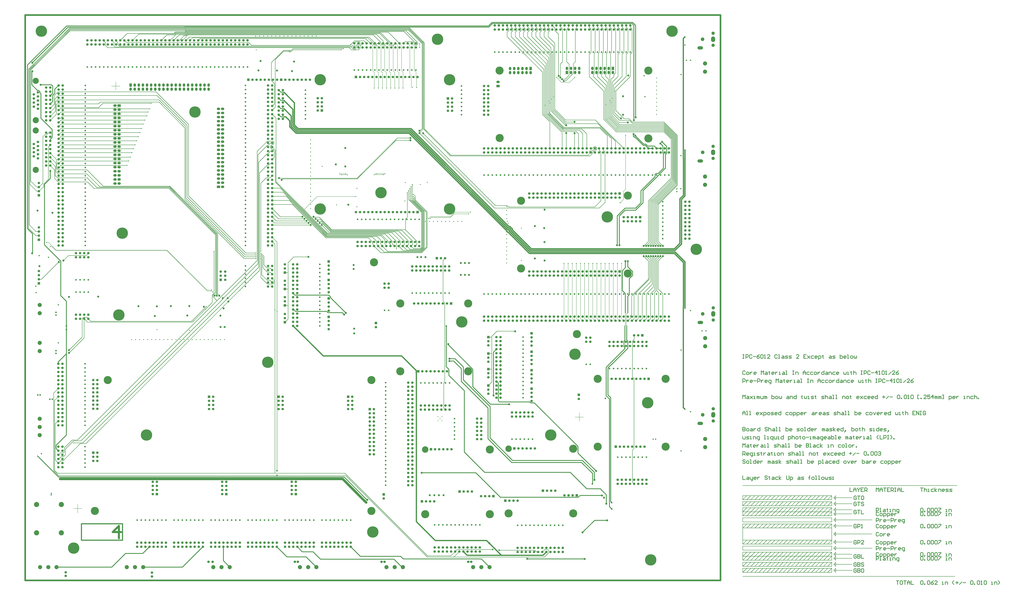
<source format=gbl>
%FSLAX24Y24*%
%MOIN*%
G70*
G01*
G75*
G04 Layer_Physical_Order=5*
G04 Layer_Color=16711680*
%ADD10R,0.0591X0.0551*%
%ADD11R,0.0551X0.0591*%
%ADD12R,0.0669X0.0453*%
%ADD13O,0.0984X0.0276*%
%ADD14O,0.0276X0.0984*%
%ADD15O,0.0276X0.0906*%
%ADD16O,0.0906X0.0276*%
%ADD17R,0.0453X0.0669*%
%ADD18R,0.0394X0.0551*%
%ADD19R,0.0551X0.0394*%
%ADD20R,0.0669X0.0984*%
%ADD21R,0.0571X0.1437*%
%ADD22O,0.0118X0.0492*%
%ADD23R,0.0984X0.0669*%
%ADD24R,0.1437X0.0571*%
%ADD25R,0.1201X0.0394*%
%ADD26R,0.2559X0.2185*%
%ADD27C,0.0300*%
%ADD28C,0.0100*%
%ADD29C,0.0200*%
%ADD30C,0.0060*%
%ADD31C,0.0250*%
%ADD32C,0.0500*%
%ADD33C,0.1000*%
%ADD34C,0.0600*%
%ADD35C,0.0400*%
%ADD36C,0.0150*%
%ADD37C,0.0600*%
%ADD38C,0.1496*%
%ADD39C,0.0591*%
%ADD40R,0.0591X0.0591*%
%ADD41C,0.0394*%
%ADD42C,0.2756*%
%ADD43O,0.1339X0.0787*%
%ADD44O,0.1024X0.1339*%
%ADD45C,0.0866*%
%ADD46C,0.0787*%
%ADD47R,0.0591X0.0591*%
%ADD48C,0.1260*%
%ADD49C,0.1000*%
%ADD50C,0.1969*%
%ADD51C,0.1575*%
%ADD52R,0.0600X0.0600*%
%ADD53O,0.0591X0.0827*%
%ADD54R,0.0591X0.0827*%
%ADD55O,0.0827X0.0591*%
%ADD56R,0.0827X0.0591*%
%ADD57C,0.0500*%
%ADD58C,0.0315*%
%ADD59C,0.0236*%
%ADD60C,0.0400*%
%ADD61C,0.0197*%
%ADD62C,0.0754*%
%ADD63C,0.1660*%
%ADD64C,0.0518*%
%ADD65C,0.1778*%
%ADD66O,0.1345X0.0794*%
%ADD67O,0.1030X0.1345*%
%ADD68C,0.1069*%
%ADD69C,0.0991*%
%ADD70C,0.1109*%
G04:AMPARAMS|DCode=71|XSize=119.055mil|YSize=119.055mil|CornerRadius=0mil|HoleSize=0mil|Usage=FLASHONLY|Rotation=0.000|XOffset=0mil|YOffset=0mil|HoleType=Round|Shape=Relief|Width=10mil|Gap=10mil|Entries=4|*
%AMTHD71*
7,0,0,0.1191,0.0991,0.0100,45*
%
%ADD71THD71*%
G04:AMPARAMS|DCode=72|XSize=130.866mil|YSize=130.866mil|CornerRadius=0mil|HoleSize=0mil|Usage=FLASHONLY|Rotation=0.000|XOffset=0mil|YOffset=0mil|HoleType=Round|Shape=Relief|Width=10mil|Gap=10mil|Entries=4|*
%AMTHD72*
7,0,0,0.1309,0.1109,0.0100,45*
%
%ADD72THD72*%
G04:AMPARAMS|DCode=73|XSize=95.433mil|YSize=95.433mil|CornerRadius=0mil|HoleSize=0mil|Usage=FLASHONLY|Rotation=0.000|XOffset=0mil|YOffset=0mil|HoleType=Round|Shape=Relief|Width=10mil|Gap=10mil|Entries=4|*
%AMTHD73*
7,0,0,0.0954,0.0754,0.0100,45*
%
%ADD73THD73*%
%ADD74C,0.1581*%
%ADD75C,0.1620*%
%ADD76C,0.0715*%
%ADD77C,0.0833*%
%ADD78C,0.0794*%
G04:AMPARAMS|DCode=79|XSize=91.496mil|YSize=91.496mil|CornerRadius=0mil|HoleSize=0mil|Usage=FLASHONLY|Rotation=0.000|XOffset=0mil|YOffset=0mil|HoleType=Round|Shape=Relief|Width=10mil|Gap=10mil|Entries=4|*
%AMTHD79*
7,0,0,0.0915,0.0715,0.0100,45*
%
%ADD79THD79*%
G04:AMPARAMS|DCode=80|XSize=88mil|YSize=88mil|CornerRadius=0mil|HoleSize=0mil|Usage=FLASHONLY|Rotation=0.000|XOffset=0mil|YOffset=0mil|HoleType=Round|Shape=Relief|Width=10mil|Gap=10mil|Entries=4|*
%AMTHD80*
7,0,0,0.0880,0.0680,0.0100,45*
%
%ADD80THD80*%
G04:AMPARAMS|DCode=81|XSize=79.685mil|YSize=79.685mil|CornerRadius=0mil|HoleSize=0mil|Usage=FLASHONLY|Rotation=0.000|XOffset=0mil|YOffset=0mil|HoleType=Round|Shape=Relief|Width=10mil|Gap=10mil|Entries=4|*
%AMTHD81*
7,0,0,0.0797,0.0597,0.0100,45*
%
%ADD81THD81*%
%ADD82C,0.0680*%
%ADD83C,0.0597*%
G04:AMPARAMS|DCode=84|XSize=80mil|YSize=80mil|CornerRadius=0mil|HoleSize=0mil|Usage=FLASHONLY|Rotation=0.000|XOffset=0mil|YOffset=0mil|HoleType=Round|Shape=Relief|Width=10mil|Gap=10mil|Entries=4|*
%AMTHD84*
7,0,0,0.0800,0.0600,0.0100,45*
%
%ADD84THD84*%
%ADD85C,0.0650*%
G04:AMPARAMS|DCode=86|XSize=71.811mil|YSize=71.811mil|CornerRadius=0mil|HoleSize=0mil|Usage=FLASHONLY|Rotation=0.000|XOffset=0mil|YOffset=0mil|HoleType=Round|Shape=Relief|Width=10mil|Gap=10mil|Entries=4|*
%AMTHD86*
7,0,0,0.0718,0.0518,0.0100,45*
%
%ADD86THD86*%
G04:AMPARAMS|DCode=87|XSize=185.984mil|YSize=185.984mil|CornerRadius=0mil|HoleSize=0mil|Usage=FLASHONLY|Rotation=0.000|XOffset=0mil|YOffset=0mil|HoleType=Round|Shape=Relief|Width=10mil|Gap=10mil|Entries=4|*
%AMTHD87*
7,0,0,0.1860,0.1660,0.0100,45*
%
%ADD87THD87*%
%AMTHOVALD88*
21,1,0.0551,0.0994,0,0,360.0*
1,1,0.0994,-0.0276,0.0000*
1,1,0.0994,0.0276,0.0000*
21,0,0.0551,0.0794,0,0,360.0*
1,0,0.0794,-0.0276,0.0000*
1,0,0.0794,0.0276,0.0000*
4,0,4,-0.0240,-0.0035,-0.0592,-0.0387,-0.0662,-0.0316,-0.0311,0.0035,-0.0240,-0.0035,0.0*
4,0,4,0.0311,-0.0035,0.0662,0.0316,0.0592,0.0387,0.0240,0.0035,0.0311,-0.0035,0.0*
4,0,4,-0.0311,-0.0035,-0.0662,0.0316,-0.0592,0.0387,-0.0240,0.0035,-0.0311,-0.0035,0.0*
4,0,4,0.0240,-0.0035,0.0592,-0.0387,0.0662,-0.0316,0.0311,0.0035,0.0240,-0.0035,0.0*
%
%ADD88THOVALD88*%

%ADD89C,0.0080*%
D27*
X117549Y84898D02*
X122759Y79688D01*
X117380Y84898D02*
X117549D01*
X117182Y85096D02*
X117380Y84898D01*
X117182Y85096D02*
Y85265D01*
X93459Y108988D02*
X117182Y85265D01*
X118598Y85461D02*
X123231Y80828D01*
X118598Y85461D02*
Y85683D01*
X117966Y86314D02*
X118598Y85683D01*
X117745Y86314D02*
X117966D01*
X93932Y110128D02*
X117745Y86314D01*
X118228Y85294D02*
X123074Y80448D01*
X118228Y85294D02*
Y85530D01*
X117813Y85944D02*
X118228Y85530D01*
X117577Y85944D02*
X117813D01*
X93774Y109748D02*
X117577Y85944D01*
X117858Y85126D02*
X122917Y80068D01*
X117858Y85126D02*
Y85376D01*
X117660Y85574D02*
X117858Y85376D01*
X117410Y85574D02*
X117660D01*
X93617Y109368D02*
X117410Y85574D01*
X122759Y79688D02*
X158070D01*
X66274Y109748D02*
X93774D01*
X123231Y80828D02*
X158060D01*
X123074Y80448D02*
X158217D01*
X122917Y80068D02*
X158227D01*
X160242Y42123D02*
X160630Y41736D01*
X160630Y66342D02*
Y77665D01*
X158227Y80068D02*
X160630Y77665D01*
X160250Y66820D02*
Y77508D01*
X158070Y79688D02*
X160250Y77508D01*
X160242Y132096D02*
X160630Y132484D01*
X160242Y102868D02*
Y132096D01*
Y102868D02*
X160250Y102860D01*
X159780Y82010D02*
Y92873D01*
X158217Y80448D02*
X159780Y82010D01*
X159400Y82168D02*
Y93030D01*
X158060Y80828D02*
X159400Y82168D01*
X159780Y92873D02*
X160630Y93723D01*
Y104925D01*
X160250Y93880D02*
Y102860D01*
X159400Y93030D02*
X160250Y93880D01*
X126067Y6128D02*
X126884Y6945D01*
X106681Y7037D02*
X107591Y6128D01*
X65231Y62043D02*
X72547Y54728D01*
X91631D01*
X95184Y51175D01*
Y50520D02*
Y51175D01*
Y50520D02*
X95232Y50472D01*
Y14328D02*
Y50472D01*
Y14328D02*
X99831Y9728D01*
X66431Y110128D02*
X93932D01*
X65532Y111028D02*
X66431Y110128D01*
X65532Y111028D02*
Y116445D01*
X62984Y118993D02*
X65532Y116445D01*
X65152Y110870D02*
X66274Y109748D01*
X65152Y110870D02*
Y114825D01*
X62984Y116993D02*
X65152Y114825D01*
X66117Y109368D02*
X93617D01*
X64771Y110713D02*
X66117Y109368D01*
X64771Y110713D02*
Y113205D01*
X62984Y114993D02*
X64771Y113205D01*
X65959Y108988D02*
X93459D01*
X64391Y110555D02*
X65959Y108988D01*
X64391Y110555D02*
Y112028D01*
X63426Y112993D02*
X64391Y112028D01*
X62984Y112993D02*
X63426D01*
X128884Y6945D02*
X128910Y6970D01*
X99831Y9728D02*
X112332D01*
X160242Y66812D02*
X160250Y66820D01*
X160242Y42100D02*
Y66812D01*
X107591Y6128D02*
X115932D01*
X126067D01*
X112332Y9728D02*
X115932Y6128D01*
D28*
X8194Y77600D02*
X8244D01*
X1340Y97330D02*
Y124420D01*
X1160Y96510D02*
Y124495D01*
X980Y86654D02*
Y124569D01*
X800Y85834D02*
Y124644D01*
X1340Y97330D02*
X2820Y95850D01*
X1160Y96510D02*
X2820Y94850D01*
Y95850D02*
X3346D01*
X2820Y94850D02*
X3346D01*
X800Y85834D02*
X2610Y84024D01*
X980Y86654D02*
X2610Y85024D01*
X3346D01*
X2610Y84024D02*
X3346D01*
X4859Y108699D02*
X5256D01*
X5681Y109124D01*
X6080D01*
X3346Y73409D02*
X3946D01*
X6080Y104124D02*
X7677Y102527D01*
X6080Y103124D02*
X7500Y101704D01*
X6080Y102124D02*
X7330Y100874D01*
X7310D02*
X7330D01*
X7310Y98694D02*
Y100874D01*
Y98694D02*
X7874Y98130D01*
X7500Y99587D02*
Y101704D01*
Y99587D02*
X7972Y99114D01*
X7677Y100394D02*
Y102527D01*
Y100394D02*
X7972Y100098D01*
X6080Y101124D02*
X7140Y100064D01*
Y98578D02*
Y100064D01*
Y98578D02*
X7185Y98534D01*
Y97933D02*
Y98534D01*
Y97933D02*
X7972Y97146D01*
X8131Y100643D02*
X8669Y101181D01*
X8131Y101643D02*
X8716Y102228D01*
X8131Y102643D02*
X8645Y103157D01*
X8131Y103643D02*
Y103801D01*
Y105643D02*
X8645Y106157D01*
X8131Y106643D02*
X8645Y107157D01*
X8131Y107643D02*
X8645Y108157D01*
X8131Y108643D02*
X8645Y109157D01*
X8131Y109643D02*
X8645Y110157D01*
X8131Y110643D02*
X8716Y111228D01*
X8131Y111643D02*
X8693Y112205D01*
X8131Y112643D02*
X8544D01*
X8131Y113643D02*
X8661Y114173D01*
X8131Y114643D02*
X8547Y115059D01*
X8131Y104643D02*
X8705Y105217D01*
X8131Y103801D02*
X8593Y104262D01*
X5630Y105674D02*
X6080Y106124D01*
X3346Y94850D02*
X4480Y95984D01*
X3346Y95850D02*
X4310Y96814D01*
Y108150D01*
X4859Y108699D01*
X3946Y73409D02*
X7987Y77450D01*
X6080Y112124D02*
X7579Y113623D01*
X6080Y113124D02*
X7409Y114453D01*
X6080Y114124D02*
X7239Y115283D01*
X7579Y113623D02*
Y116043D01*
X7693Y116157D01*
X7069Y118168D02*
X7995Y119094D01*
X7239Y117377D02*
X8071Y118209D01*
X7409Y114453D02*
Y116661D01*
X7874Y117126D01*
X7239Y115283D02*
Y117377D01*
X7069Y116113D02*
Y118168D01*
X6080Y115124D02*
X7069Y116113D01*
X4480Y95984D02*
Y96636D01*
X5630Y97786D01*
Y105674D01*
X11417Y34215D02*
X12719D01*
X9537Y32335D02*
X11417Y34215D01*
X8051Y30603D02*
X8531Y31083D01*
X9331D01*
X9537Y31289D01*
Y32335D01*
X9756Y32029D02*
X11773Y34045D01*
X9756Y30642D02*
Y32029D01*
X9281Y30167D02*
X9756Y30642D01*
X8051Y29603D02*
X8156D01*
X8720Y30167D01*
X9281D01*
X11782Y33528D02*
X14031D01*
X12719Y34215D02*
X46703Y68199D01*
X13569Y34045D02*
X48090Y68566D01*
X11773Y34045D02*
X13569D01*
X48090Y68566D02*
Y68635D01*
X155095Y92623D02*
X158770Y96298D01*
X154131Y91660D02*
X155095Y92623D01*
X89531Y130518D02*
X89760D01*
X90135Y130893D01*
X89458Y130445D02*
X89531Y130518D01*
X88884Y130445D02*
X89458D01*
X147831Y111728D02*
X155532D01*
X147031Y112528D02*
X147831Y111728D01*
Y111428D02*
X155532D01*
X147132Y112128D02*
X147831Y111428D01*
X40500Y63150D02*
X44105Y66755D01*
X15976Y63150D02*
X40500D01*
X44110Y66750D02*
Y66760D01*
X44123Y66373D02*
X45530Y67780D01*
Y69622D01*
X65181Y129636D02*
X77510D01*
X59915Y126230D02*
X62855Y129170D01*
X59915Y121875D02*
Y126230D01*
Y121875D02*
X60684Y121106D01*
Y116196D02*
Y121106D01*
X90592Y107840D02*
X93800D01*
X80776Y98024D02*
X90592Y107840D01*
X61828Y98024D02*
X80776D01*
X90252Y107260D02*
X93800D01*
X80846Y97854D02*
X90252Y107260D01*
X62658Y97854D02*
X80846D01*
X79649Y130318D02*
X80311D01*
X79549Y130218D02*
X79649Y130318D01*
X22955Y130218D02*
X79549D01*
X78922Y129858D02*
X79055Y129724D01*
X79472Y129308D01*
X80377D01*
X20071Y129858D02*
X78922D01*
X82483Y131545D02*
X83135Y130893D01*
X80185Y131545D02*
X82483D01*
X24132Y131643D02*
X24630Y131145D01*
X54384D01*
X79085Y130445D02*
X80185Y131545D01*
X55085Y130445D02*
X79085D01*
X54384Y131145D02*
X55085Y130445D01*
X81560Y130318D02*
X82135Y130893D01*
X81560Y129717D02*
Y130318D01*
X81183Y129340D02*
X81560Y129717D01*
X80410Y129340D02*
X81183D01*
X80377Y129308D02*
X80410Y129340D01*
X19131Y131494D02*
X19557Y131069D01*
Y130372D02*
Y131069D01*
X19131Y131494D02*
Y131643D01*
X19557Y130372D02*
X20071Y129858D01*
X80933Y130893D02*
X81135D01*
X80311Y130318D02*
X80411Y130218D01*
X80460D01*
X81135Y130893D01*
X22132Y131494D02*
X22557Y131069D01*
Y130617D02*
Y131069D01*
X22132Y131494D02*
Y131643D01*
X22557Y130617D02*
X22955Y130218D01*
X81560Y130717D02*
Y131069D01*
X81311Y131318D02*
X81560Y131069D01*
X81188Y130345D02*
X81560Y130717D01*
X80984Y130345D02*
X81188D01*
X80560Y131318D02*
X81311D01*
X80560Y129920D02*
X80984Y130345D01*
X80560Y129717D02*
Y129920D01*
X80353Y129510D02*
X80560Y129717D01*
X80135Y130893D02*
X80560Y131318D01*
X21584Y130245D02*
X21791Y130038D01*
X21131Y131643D02*
X21584Y131190D01*
Y130245D02*
Y131190D01*
X80339Y129510D02*
X80353D01*
X80307Y129478D02*
X80339Y129510D01*
X79963Y129478D02*
X80307D01*
X21791Y130038D02*
X79402D01*
X79963Y129478D01*
X92225Y133803D02*
X95135Y130893D01*
X39240Y133803D02*
X92225D01*
X38952Y133515D02*
X39240Y133803D01*
X36645Y133515D02*
X38952D01*
X36279Y133149D02*
X36645Y133515D01*
X26131Y131643D02*
X27637Y133149D01*
X36279D01*
X65117Y129331D02*
X77008D01*
X64610Y128824D02*
X65117Y129331D01*
X64272Y128824D02*
X64610D01*
X62940Y129000D02*
X64096D01*
X64272Y128824D01*
X60865Y126925D02*
X62940Y129000D01*
X60865Y115376D02*
Y126925D01*
X60132Y114643D02*
X60865Y115376D01*
X64540Y128994D02*
X65181Y129636D01*
X64342Y128994D02*
X64540D01*
X62855Y129170D02*
X64166D01*
X64342Y128994D01*
X60132Y115643D02*
X60684Y116196D01*
X39029Y134313D02*
X93422D01*
X38959Y134483D02*
X93506D01*
X38888Y134653D02*
X93591D01*
X97170Y131074D01*
Y110110D02*
Y131074D01*
X93337Y134143D02*
X96630Y130850D01*
X39100Y134143D02*
X93337D01*
X93422Y134313D02*
X96810Y130925D01*
X93506Y134483D02*
X96990Y130999D01*
X92656Y133973D02*
X95560Y131069D01*
X39170Y133973D02*
X92656D01*
X88395Y133633D02*
X91135Y130893D01*
X39311Y133633D02*
X88395D01*
X38892Y133695D02*
X39170Y133973D01*
X38927Y133970D02*
X39100Y134143D01*
X38931Y134214D02*
X39029Y134313D01*
X38860Y134384D02*
X38959Y134483D01*
X38790Y134554D02*
X38888Y134653D01*
X86565Y133463D02*
X89135Y130893D01*
X39381Y133463D02*
X86565D01*
X86336Y133293D02*
X88560Y131069D01*
X39452Y133293D02*
X86336D01*
X85506Y133123D02*
X87135Y131494D01*
X39013Y133335D02*
X39311Y133633D01*
X36720Y133335D02*
X39013D01*
X36354Y132969D02*
X36720Y133335D01*
X34457Y132969D02*
X36354D01*
X33131Y131643D02*
X34457Y132969D01*
X88560Y130769D02*
X88884Y130445D01*
X88560Y130769D02*
Y131069D01*
X39128Y132969D02*
X39452Y133293D01*
X37457Y132969D02*
X39128D01*
X36131Y131643D02*
X37457Y132969D01*
X39073Y133155D02*
X39381Y133463D01*
X36795Y133155D02*
X39073D01*
X35131Y131643D02*
X35283D01*
X36795Y133155D01*
X87736Y130893D02*
X88135D01*
X87311Y130468D02*
X87736Y130893D01*
X86585Y130842D02*
X86959Y130468D01*
X87311D01*
X39593Y132953D02*
X84776D01*
X38283Y131643D02*
X39593Y132953D01*
X84776D02*
X86585Y131145D01*
X38131Y131643D02*
X38283D01*
X86585Y130842D02*
Y131145D01*
X87135Y130893D02*
Y131494D01*
X39522Y133123D02*
X85506D01*
X39188Y132789D02*
X39522Y133123D01*
X38675Y132789D02*
X39188D01*
X37530Y131643D02*
X38675Y132789D01*
X37132Y131643D02*
X37530D01*
X85736Y130893D02*
X86135D01*
X85311Y130468D02*
X85736Y130893D01*
X84684Y130742D02*
X84959Y130468D01*
X85311D01*
X40737Y132249D02*
X83381D01*
X84684Y130945D01*
X40132Y131643D02*
X40737Y132249D01*
X84684Y130742D02*
Y130945D01*
X83701Y132429D02*
X85135Y130994D01*
Y130893D02*
Y130994D01*
X39132Y131643D02*
X39917Y132429D01*
X83701D01*
X82861Y132069D02*
X84036Y130893D01*
X84135D01*
X42132Y131643D02*
X42557Y132069D01*
X82861D01*
X61065Y97174D02*
X67884Y90354D01*
X73634Y84605D01*
X87516Y82068D02*
X87941Y81642D01*
X87516Y82068D02*
Y83113D01*
X87941Y81493D02*
Y81642D01*
X60132Y94643D02*
X62831D01*
X73430Y84045D02*
X86585D01*
X87516Y83113D01*
X62831Y94643D02*
X73430Y84045D01*
X88385Y82445D02*
X88941Y81888D01*
X88385Y82445D02*
Y82651D01*
X88941Y81493D02*
Y81888D01*
X60132Y95643D02*
X62086D01*
X73485Y84245D02*
X86791D01*
X88385Y82651D01*
X62086Y95643D02*
X73485Y84245D01*
X94562Y92987D02*
X94596Y93022D01*
X94528Y92953D02*
X94562Y92987D01*
X94262Y93560D02*
Y96496D01*
X94259Y92656D02*
Y93557D01*
X96996Y81064D02*
Y89919D01*
X94259Y92656D02*
X96996Y89919D01*
X96305Y80372D02*
X96996Y81064D01*
X91366Y81918D02*
Y82669D01*
X90941Y81493D02*
X91366Y81918D01*
X92062Y80372D02*
X96305D01*
X69483Y86643D02*
X69485Y86645D01*
X60132Y86643D02*
X69483D01*
X89251Y84785D02*
X91366Y82669D01*
X90941Y81493D02*
X92062Y80372D01*
X72185Y86645D02*
X74044Y84785D01*
X89251D01*
X93947Y92728D02*
Y96014D01*
Y92728D02*
X96826Y89848D01*
X92366Y81918D02*
Y82669D01*
X96826Y81134D02*
Y89848D01*
X96234Y80542D02*
X96826Y81134D01*
X92892Y80542D02*
X96234D01*
X91941Y81493D02*
X92366Y81918D01*
X91941Y81493D02*
X92892Y80542D01*
X71804Y87025D02*
X72342D01*
X60132Y87643D02*
X60630Y87145D01*
X68984D01*
X74402Y84965D02*
X90071D01*
X72342Y87025D02*
X74402Y84965D01*
X90071D02*
X92366Y82669D01*
X71684Y87145D02*
X71804Y87025D01*
X93661Y92773D02*
Y95512D01*
Y92773D02*
X96656Y89778D01*
X93366Y81918D02*
Y82669D01*
X96656Y81205D02*
Y89778D01*
X96164Y80712D02*
X96656Y81205D01*
X93722Y80712D02*
X96164D01*
X92941Y81493D02*
X93366Y81918D01*
X92941Y81493D02*
X93722Y80712D01*
X68529Y87645D02*
X68597Y87577D01*
X68485Y87645D02*
X68529D01*
X71185D02*
X71304Y87525D01*
X60132Y88643D02*
X61130Y87645D01*
X68485D01*
X74476Y85145D02*
X90891D01*
X72096Y87525D02*
X74476Y85145D01*
X90891D02*
X93366Y82669D01*
X71304Y87525D02*
X72096D01*
X93346Y92847D02*
X96486Y89708D01*
X94366Y81918D02*
Y82669D01*
X91711Y85325D02*
X94366Y82669D01*
X93346Y92847D02*
Y94980D01*
X96486Y81275D02*
Y89708D01*
X96093Y80882D02*
X96486Y81275D01*
X94552Y80882D02*
X96093D01*
X93941Y81493D02*
X94366Y81918D01*
X93941Y81493D02*
X94552Y80882D01*
X67984Y88145D02*
X68085D01*
X60132Y89643D02*
X61630Y88145D01*
X67984D01*
X71851Y88025D02*
X74551Y85325D01*
X70805Y88025D02*
X71851D01*
X74551Y85325D02*
X91711D01*
X70684Y88145D02*
X70805Y88025D01*
X97166Y80994D02*
Y89989D01*
X94528Y92628D02*
X97166Y89989D01*
X96375Y80202D02*
X97166Y80994D01*
X94528Y92628D02*
Y92953D01*
X88232Y80202D02*
X96375D01*
X73355Y83865D02*
X85665D01*
X63577Y93643D02*
X73355Y83865D01*
X85665D02*
X86516Y83013D01*
X60132Y93643D02*
X63577D01*
X86941Y81493D02*
Y81642D01*
Y81493D02*
X88232Y80202D01*
X86516Y82068D02*
Y83013D01*
Y82068D02*
X86941Y81642D01*
X94528Y93504D02*
X94781Y93251D01*
X97679Y81266D02*
Y89717D01*
X94781Y92615D02*
X97679Y89717D01*
X96445Y80032D02*
X97679Y81266D01*
X94781Y92615D02*
Y93251D01*
X87402Y80032D02*
X96445D01*
X73281Y83685D02*
X84544D01*
X64322Y92643D02*
X73281Y83685D01*
X84544D02*
X85516Y82713D01*
X60132Y92643D02*
X64322D01*
X85941Y81493D02*
Y81642D01*
Y81493D02*
X87402Y80032D01*
X85516Y82068D02*
Y82713D01*
Y82068D02*
X85941Y81642D01*
X94567Y94035D02*
X94951Y93652D01*
X97849Y81196D02*
Y89818D01*
X94951Y92717D02*
X97849Y89818D01*
X96516Y79862D02*
X97849Y81196D01*
X94951Y92717D02*
Y93652D01*
X86572Y79862D02*
X96516D01*
X73206Y83505D02*
X83531D01*
X65068Y91643D02*
X73206Y83505D01*
X83531D02*
X84516Y82520D01*
X60132Y91643D02*
X65068D01*
X84941Y81493D02*
Y81642D01*
Y81493D02*
X86572Y79862D01*
X84516Y82068D02*
Y82520D01*
Y82068D02*
X84941Y81642D01*
X93041Y88533D02*
Y94459D01*
X92822Y88313D02*
X93041Y88533D01*
X92809Y88313D02*
X92822D01*
X92598Y88103D02*
X92809Y88313D01*
X95366Y81918D02*
Y82669D01*
X92531Y85505D02*
X95366Y82669D01*
X94941Y81493D02*
X95366Y81918D01*
X92598Y85572D02*
Y88103D01*
X92531Y85505D02*
X92598Y85572D01*
X67484Y88645D02*
X67585D01*
X60132Y90643D02*
X62130Y88645D01*
X67484D01*
X71606Y88525D02*
X74626Y85505D01*
X70304Y88525D02*
X71606D01*
X74626Y85505D02*
X92531D01*
X70184Y88645D02*
X70304Y88525D01*
X90366Y80864D02*
X90384Y80846D01*
X61782Y98071D02*
X61828Y98024D01*
X62432Y97628D02*
X62658Y97854D01*
X61065Y97174D02*
Y112710D01*
X60884Y97099D02*
Y104890D01*
Y97099D02*
X73559Y84425D01*
X96811Y109104D02*
X96909Y109006D01*
X96772Y109104D02*
X96811D01*
X114496Y91380D02*
X117323D01*
X117660Y91043D01*
X95980Y109020D02*
X114252Y90748D01*
X10711Y134554D02*
X38790D01*
X10795Y134384D02*
X38860D01*
X10880Y134214D02*
X38931D01*
X1160Y124495D02*
X10880Y134214D01*
X980Y124569D02*
X10795Y134384D01*
X800Y124644D02*
X10711Y134554D01*
X10890Y133970D02*
X38927D01*
X36571Y133695D02*
X38892D01*
X1340Y124420D02*
X10890Y133970D01*
X36205Y133329D02*
X36571Y133695D01*
X144882Y112598D02*
X145061D01*
X144642Y112838D02*
X144882Y112598D01*
X143542Y113939D02*
X144642Y112838D01*
X143242Y113617D02*
X144732Y112128D01*
X143242Y113617D02*
Y120728D01*
X144732Y112128D02*
X147132D01*
X139766Y90748D02*
X141161Y92143D01*
X114252Y90748D02*
X139766D01*
X138647Y91043D02*
X140161Y92558D01*
X117660Y91043D02*
X138647D01*
X119300Y60700D02*
Y60750D01*
X64000Y67000D02*
Y71050D01*
Y63696D02*
Y67000D01*
X63972Y67028D02*
X64000Y67000D01*
X63231Y67028D02*
X63972D01*
X64000Y71050D02*
Y75000D01*
X63978Y71028D02*
X64000Y71050D01*
X63231Y71028D02*
X63978D01*
X64000Y75000D02*
Y77450D01*
X63972Y75028D02*
X64000Y75000D01*
X63231Y75028D02*
X63972D01*
X65400Y78850D02*
X68950D01*
X64000Y77450D02*
X65400Y78850D01*
X63231Y62928D02*
X64000Y63696D01*
X10650Y55477D02*
X10727Y55554D01*
X10804D01*
X14339Y59089D02*
Y63800D01*
X10804Y55554D02*
X14339Y59089D01*
X14952Y64173D02*
X15378Y63748D01*
X14201Y64173D02*
X14952D01*
X13850Y63822D02*
X14201Y64173D01*
X59618Y98130D02*
X60132Y98643D01*
X58661Y98130D02*
X59618D01*
X57350Y96819D02*
X58661Y98130D01*
X57350Y80225D02*
Y96819D01*
X45950Y70042D02*
Y80200D01*
X45530Y69622D02*
X45950Y70042D01*
X15176Y62950D02*
X40700D01*
X14378Y63748D02*
X15176Y62950D01*
X13850Y59334D02*
Y63822D01*
X10650Y56134D02*
X13850Y59334D01*
X46310Y70147D02*
Y84270D01*
X46490Y69790D02*
Y84345D01*
X46670Y69390D02*
Y84419D01*
X46850Y69790D02*
Y84494D01*
X14829Y79200D02*
X15378Y79748D01*
X104345Y5700D02*
X126404D01*
X104345D02*
X105681Y7037D01*
X157510Y97882D02*
Y107649D01*
X152031Y92403D02*
X157510Y97882D01*
X155532Y109628D02*
X157510Y107649D01*
X151192Y81528D02*
X152031Y82368D01*
Y92403D01*
X138342Y134849D02*
Y135248D01*
Y134849D02*
X138767Y134424D01*
Y128707D02*
Y134424D01*
X138527Y128466D02*
X138767Y128707D01*
X138527Y123489D02*
Y128466D01*
X138342Y123304D02*
X138527Y123489D01*
X138342Y122828D02*
Y123304D01*
Y122828D02*
X141142Y120028D01*
Y112523D02*
Y120028D01*
Y112523D02*
X144037Y109628D01*
X155532D01*
Y109928D02*
X157690Y107769D01*
Y97638D02*
Y107769D01*
X152331Y92279D02*
X157690Y97638D01*
X155532Y110228D02*
X157870Y107889D01*
Y97393D02*
Y107889D01*
X152632Y92155D02*
X157870Y97393D01*
X155532Y110528D02*
X158050Y108009D01*
Y97149D02*
Y108009D01*
X152931Y92030D02*
X158050Y97149D01*
X155532Y110828D02*
X158230Y108129D01*
Y96905D02*
Y108129D01*
X153231Y91906D02*
X158230Y96905D01*
X155532Y111128D02*
X158410Y108249D01*
Y96660D02*
Y108249D01*
X153532Y91782D02*
X158410Y96660D01*
X155532Y111428D02*
X158590Y108369D01*
Y96416D02*
Y108369D01*
X153832Y91658D02*
X158590Y96416D01*
X147342Y134849D02*
Y135248D01*
Y134849D02*
X147767Y134424D01*
Y128707D02*
Y134424D01*
X147342Y128281D02*
X147767Y128707D01*
X147342Y122828D02*
Y128281D01*
X143842Y119328D02*
X147342Y122828D01*
X143842Y114517D02*
Y119328D01*
Y114517D02*
X145831Y112528D01*
X147031D01*
X155532Y111728D02*
X158770Y108489D01*
Y96298D02*
Y108489D01*
X154131Y82605D02*
Y91660D01*
Y82605D02*
X155209Y81528D01*
X155252D01*
X49307Y68803D02*
X56831Y76328D01*
X14031Y33528D02*
X49307Y68803D01*
X48090Y68800D02*
X48255D01*
X56652Y77197D01*
X46703Y68199D02*
X56472Y77968D01*
X45710Y69192D02*
X46703Y68199D01*
X45710Y69192D02*
Y69547D01*
X46310Y70147D01*
X46850Y69790D02*
X47250Y69390D01*
X46090D02*
X46490Y69790D01*
X35234Y96110D02*
X46850Y84494D01*
X35159Y95930D02*
X46670Y84419D01*
X35085Y95750D02*
X46490Y84345D01*
X35010Y95570D02*
X46310Y84270D01*
X56652Y77197D02*
Y103765D01*
X56831Y76328D02*
Y101945D01*
X57031Y75577D02*
Y99328D01*
X56472Y77968D02*
Y104585D01*
X137732Y105293D02*
X138130D01*
X137520Y103480D02*
X138157Y104117D01*
X103545Y103480D02*
X137520D01*
X138130Y105293D02*
X138555Y105719D01*
X138908D01*
X139157Y105469D01*
Y105117D02*
Y105469D01*
X138908Y104868D02*
X139157Y105117D01*
X138705Y104868D02*
X138908D01*
X138157Y104320D02*
X138705Y104868D01*
X138157Y104117D02*
Y104320D01*
X138713Y105293D02*
X138731D01*
X138139Y104719D02*
X138713Y105293D01*
X137555Y104719D02*
X138139D01*
X137306Y104469D02*
X137555Y104719D01*
X137306Y103886D02*
Y104469D01*
X137080Y103660D02*
X137306Y103886D01*
X96990Y110035D02*
Y130999D01*
Y110035D02*
X103545Y103480D01*
X103620Y103660D02*
X137080D01*
X97170Y110110D02*
X103620Y103660D01*
X96810Y109893D02*
Y130925D01*
X95980Y109063D02*
X96810Y109893D01*
X95980Y109020D02*
Y109063D01*
Y109600D02*
X96120D01*
X96630Y110110D01*
Y130850D01*
X59635Y76140D02*
X60132Y75643D01*
X58880Y76140D02*
X59635D01*
X58120Y76900D02*
X58880Y76140D01*
X58120Y76900D02*
Y79010D01*
X57350Y79780D02*
X58120Y79010D01*
X59635Y75140D02*
X60132Y74643D01*
X58950Y75140D02*
X59635D01*
X57850Y76240D02*
X58950Y75140D01*
X57850Y76240D02*
Y78835D01*
X57350Y79335D02*
X57850Y78835D01*
X57610Y74480D02*
Y78643D01*
X59605Y73170D02*
X60132Y72643D01*
X58920Y73170D02*
X59605D01*
X57610Y74480D02*
X58920Y73170D01*
X57350Y78903D02*
X57610Y78643D01*
X58955Y72218D02*
X60308D01*
X57350Y73823D02*
X58955Y72218D01*
X57350Y73823D02*
Y78472D01*
X53743Y79787D02*
X56170D01*
X53559Y79341D02*
X56170D01*
X53380Y78910D02*
X56170D01*
X126404Y5700D02*
X127431Y6728D01*
X103645Y6000D02*
X104682Y7037D01*
X133916Y126413D02*
Y134424D01*
X133472Y125968D02*
X133916Y126413D01*
X133472Y123639D02*
Y125968D01*
X132431Y123128D02*
Y125828D01*
X131832Y126428D02*
X132431Y125828D01*
X131832Y126428D02*
Y134339D01*
X131458Y122154D02*
X132431Y123128D01*
X130705Y122154D02*
X131458D01*
X131115Y121744D02*
X131577D01*
X130831Y126428D02*
Y134360D01*
X130295Y125891D02*
X130831Y126428D01*
X130295Y122564D02*
Y125891D01*
X131832Y134339D02*
X132342Y134849D01*
X130342D02*
X130831Y134360D01*
X133916Y134424D02*
X134342Y134849D01*
Y135248D01*
X131577Y121744D02*
X133472Y123639D01*
X132342Y134849D02*
Y135248D01*
X129832Y123027D02*
Y133157D01*
Y123027D02*
X129885Y122975D01*
X128916Y134072D02*
X129832Y133157D01*
X130342Y134849D02*
Y135248D01*
X128916Y134072D02*
Y134673D01*
X128342Y135248D02*
X128916Y134673D01*
X131732Y105293D02*
Y109028D01*
X141161Y92143D02*
Y104465D01*
X140731Y104895D02*
X141161Y104465D01*
X140731Y104895D02*
Y105293D01*
X140161Y92558D02*
Y104465D01*
X139732Y104895D02*
X140161Y104465D01*
X139732Y104895D02*
Y105293D01*
X149232Y63793D02*
Y69760D01*
X149595Y70123D01*
X149627D02*
X152331Y72828D01*
X149595Y70123D02*
X149627D01*
X152331Y72828D02*
Y78468D01*
X150232Y63793D02*
Y69760D01*
X150595Y70123D01*
X150627D02*
X152632Y72128D01*
X150595Y70123D02*
X150627D01*
X152632Y72128D02*
Y78748D01*
X152931Y71528D02*
Y79028D01*
X151231Y69828D02*
X152931Y71528D01*
X151231Y63793D02*
Y69828D01*
X153231Y70828D02*
Y78748D01*
X152232Y69828D02*
X153231Y70828D01*
X152232Y63793D02*
Y69828D01*
X155232Y63793D02*
Y69928D01*
X154131Y71028D02*
X155232Y69928D01*
X154131Y71028D02*
Y77908D01*
X154232Y63793D02*
Y70128D01*
X153832Y70528D02*
X154232Y70128D01*
X153832Y70528D02*
Y78188D01*
X153532Y70528D02*
Y78468D01*
X153231Y70228D02*
X153532Y70528D01*
X153231Y63793D02*
Y70228D01*
X154732Y63293D02*
X155232Y63793D01*
X153731Y63293D02*
X154232Y63793D01*
X144583Y111628D02*
X146732D01*
X142942Y113269D02*
X144583Y111628D01*
X151732Y82628D02*
Y92528D01*
X151732Y82628D02*
X151732Y82628D01*
X151732Y82605D02*
Y82628D01*
X150654Y81528D02*
X151732Y82605D01*
X153832Y82368D02*
X154671Y81528D01*
X152732Y63293D02*
X153231Y63793D01*
X151732Y63293D02*
X152232Y63793D01*
X150731Y63293D02*
X151231Y63793D01*
X149732Y63293D02*
X150232Y63793D01*
X148731Y63293D02*
X149232Y63793D01*
X147732Y63293D02*
X147797D01*
X148231Y63728D01*
X157270Y98066D02*
Y107589D01*
X155532Y109328D02*
X157270Y107589D01*
X151732Y92528D02*
X157270Y98066D01*
X150611Y81528D02*
X150654D01*
X150611Y79028D02*
X151732Y77908D01*
X137767Y128707D02*
Y134424D01*
X137342Y134849D02*
X137767Y134424D01*
X137342Y128281D02*
X137767Y128707D01*
X137342Y134849D02*
Y135248D01*
Y122828D02*
Y128281D01*
X143913Y109328D02*
X155532D01*
X140842Y112399D02*
Y119328D01*
X137342Y122828D02*
X140842Y119328D01*
Y112399D02*
X143913Y109328D01*
X151192Y79028D02*
X152031Y78188D01*
X152331Y82088D02*
Y92279D01*
X151771Y81528D02*
X152331Y82088D01*
X151771Y79028D02*
X152331Y78468D01*
X139767Y128707D02*
Y134424D01*
X139342Y134849D02*
X139767Y134424D01*
X139527Y128466D02*
X139767Y128707D01*
X139342Y134849D02*
Y135248D01*
X139527Y123489D02*
Y128466D01*
X141442Y112647D02*
X144162Y109928D01*
X139342Y122828D02*
X141442Y120728D01*
X144162Y109928D02*
X155532D01*
X139342Y122828D02*
Y123304D01*
X139527Y123489D01*
X152632Y81808D02*
Y92155D01*
X152352Y81528D02*
X152632Y81808D01*
X152352Y79028D02*
X152632Y78748D01*
X140767Y128707D02*
Y134424D01*
X140342Y134849D02*
X140767Y134424D01*
X140527Y128466D02*
X140767Y128707D01*
X140342Y134849D02*
Y135248D01*
X140527Y123489D02*
Y128466D01*
X141742Y112772D02*
X144286Y110228D01*
X140342Y122828D02*
X141742Y121428D01*
X144286Y110228D02*
X155532D01*
X140342Y122828D02*
Y123304D01*
X140527Y123489D01*
X141742Y112772D02*
Y121428D01*
X152931Y81528D02*
Y92030D01*
X144410Y110528D02*
X155532D01*
X141767Y128707D02*
Y134424D01*
X141342Y134849D02*
X141767Y134424D01*
X141527Y128466D02*
X141767Y128707D01*
X141342Y134849D02*
Y135248D01*
X141527Y123489D02*
Y128466D01*
X142042Y112896D02*
Y122128D01*
X141342Y122828D02*
X142042Y122128D01*
Y112896D02*
X144410Y110528D01*
X141342Y123304D02*
X141527Y123489D01*
X141342Y122828D02*
Y123304D01*
X153231Y81808D02*
Y91906D01*
Y81808D02*
X153511Y81528D01*
X153231Y78748D02*
X153511Y79028D01*
X142767Y128707D02*
Y134424D01*
X142342Y134849D02*
X142767Y134424D01*
X142527Y128466D02*
X142767Y128707D01*
X142342Y134849D02*
Y135248D01*
X142527Y123489D02*
Y128466D01*
X144534Y110828D02*
X155532D01*
X142342Y113020D02*
X144534Y110828D01*
X142342Y123304D02*
X142527Y123489D01*
X153532Y82088D02*
X154092Y81528D01*
X153532Y82088D02*
Y91782D01*
Y78468D02*
X154092Y79028D01*
X143767Y123729D02*
Y134424D01*
X143342Y134849D02*
X143767Y134424D01*
X143342Y123304D02*
X143767Y123729D01*
X143342Y134849D02*
Y135248D01*
Y122828D02*
Y123304D01*
X144659Y111128D02*
X155532D01*
X142642Y113145D02*
X144659Y111128D01*
X142642Y122128D02*
X143342Y122828D01*
X153832Y78188D02*
X154671Y79028D01*
X144767Y128707D02*
Y134424D01*
X144342Y134849D02*
X144767Y134424D01*
X144342Y128281D02*
X144767Y128707D01*
X144342Y134849D02*
Y135248D01*
Y122828D02*
Y128281D01*
X142942Y121428D02*
X144342Y122828D01*
X154131Y77908D02*
X155252Y79028D01*
X146342Y134849D02*
X146767Y134424D01*
Y128707D02*
Y134424D01*
X146342Y134849D02*
Y135248D01*
Y128281D02*
X146767Y128707D01*
X146342Y122828D02*
Y128281D01*
X143542Y120028D02*
X146342Y122828D01*
X143242Y120728D02*
X145342Y122828D01*
Y128281D02*
X145767Y128707D01*
X145342Y134849D02*
X145767Y134424D01*
X145342Y134849D02*
Y135248D01*
Y122828D02*
Y128281D01*
X145767Y128707D02*
Y134424D01*
X141732Y105293D02*
Y108428D01*
X139931Y110228D02*
X141732Y108428D01*
X131077Y110228D02*
X139931D01*
X142732Y105293D02*
Y107728D01*
X140031Y110428D02*
X142732Y107728D01*
X131131Y110428D02*
X140031D01*
X143731Y105293D02*
Y107028D01*
X139431Y111328D02*
X143731Y107028D01*
X131583Y111328D02*
X139431D01*
X131607Y111728D02*
X133731D01*
X128631Y114703D02*
X131607Y111728D01*
X136732Y105293D02*
Y108828D01*
X135532Y110028D02*
X136732Y108828D01*
X131022Y110028D02*
X135532D01*
X135731Y105293D02*
Y108928D01*
X134931Y109728D02*
X135731Y108928D01*
X134732Y105293D02*
Y108828D01*
X134131Y109428D02*
X134732Y108828D01*
X130731Y105293D02*
Y109209D01*
X127732Y105293D02*
Y111785D01*
X128331Y114579D02*
X131583Y111328D01*
X127732Y113828D02*
X131131Y110428D01*
X127551Y113753D02*
X131077Y110228D01*
X127372Y113678D02*
X131022Y110028D01*
X127372Y113678D02*
Y113842D01*
X127132Y114082D02*
X127372Y113842D01*
X127551Y113753D02*
Y114086D01*
X127431Y114206D02*
X127551Y114086D01*
X127132Y114082D02*
Y126738D01*
X126832Y113958D02*
X131062Y109728D01*
X126832Y113958D02*
Y126038D01*
X131062Y109728D02*
X134931D01*
X126531Y113833D02*
X130937Y109428D01*
X134131D01*
X129195Y113291D02*
X131559Y110928D01*
X128032Y114455D02*
X129195Y113291D01*
X122451Y128418D02*
X126231Y124638D01*
Y113709D02*
Y124638D01*
X122012Y128611D02*
Y128858D01*
X122205Y128418D02*
X122451D01*
X118342Y134849D02*
X118767Y134424D01*
Y134072D02*
Y134424D01*
X118342Y134849D02*
Y135248D01*
Y132528D02*
X122012Y128858D01*
Y128611D02*
X122205Y128418D01*
X118342Y133647D02*
X118767Y134072D01*
X118342Y132528D02*
Y133647D01*
X123451Y128418D02*
X126531Y125338D01*
X123012Y128611D02*
Y128858D01*
X123205Y128418D02*
X123451D01*
X119342Y134849D02*
X119767Y134424D01*
Y134072D02*
Y134424D01*
X119342Y134849D02*
Y135248D01*
Y132528D02*
X123012Y128858D01*
Y128611D02*
X123205Y128418D01*
X119342Y133647D02*
X119767Y134072D01*
X119342Y132528D02*
Y133647D01*
X124451Y128418D02*
X126832Y126038D01*
X124012Y128611D02*
Y128858D01*
X124205Y128418D02*
X124451D01*
X120342Y134849D02*
X120767Y134424D01*
Y134072D02*
Y134424D01*
X120342Y134849D02*
Y135248D01*
Y132528D02*
X124012Y128858D01*
Y128611D02*
X124205Y128418D01*
X120342Y133647D02*
X120767Y134072D01*
X120342Y132528D02*
Y133647D01*
X125451Y128418D02*
X127132Y126738D01*
X125012Y128611D02*
Y128858D01*
X125205Y128418D02*
X125451D01*
X121342Y134849D02*
X121767Y134424D01*
Y134072D02*
Y134424D01*
X121342Y134849D02*
Y135248D01*
Y132528D02*
X125012Y128858D01*
Y128611D02*
X125205Y128418D01*
X121342Y133647D02*
X121767Y134072D01*
X121342Y132528D02*
Y133647D01*
X126451Y128418D02*
X127431Y127438D01*
X126012Y128611D02*
Y128858D01*
X126205Y128418D02*
X126451D01*
X122342Y134849D02*
X122767Y134424D01*
Y134072D02*
Y134424D01*
X122342Y134849D02*
Y135248D01*
Y132528D02*
X126012Y128858D01*
Y128611D02*
X126205Y128418D01*
X122342Y133647D02*
X122767Y134072D01*
X122342Y132528D02*
Y133647D01*
X127357Y128418D02*
X127732Y128043D01*
X127012Y128611D02*
Y128858D01*
X127205Y128418D02*
X127357D01*
X123342Y134849D02*
X123767Y134424D01*
Y134072D02*
Y134424D01*
X123342Y134849D02*
Y135248D01*
Y132528D02*
X127012Y128858D01*
Y128611D02*
X127205Y128418D01*
X123342Y133647D02*
X123767Y134072D01*
X123342Y132528D02*
Y133647D01*
X124767Y134072D02*
Y134424D01*
X124342Y134849D02*
X124767Y134424D01*
X124342Y132528D02*
X127712Y129158D01*
X124342Y133647D02*
X124767Y134072D01*
X124342Y134849D02*
Y135248D01*
Y132528D02*
Y133647D01*
X127712Y128487D02*
Y129158D01*
X128331Y114579D02*
Y128292D01*
X128012Y128611D02*
Y129858D01*
Y128611D02*
X128331Y128292D01*
X125342Y134849D02*
X125767Y134424D01*
Y134072D02*
Y134424D01*
X125342Y134849D02*
Y135248D01*
Y133647D02*
X125767Y134072D01*
X125342Y132528D02*
X128012Y129858D01*
X125342Y132528D02*
Y133647D01*
X126767Y134072D02*
Y134424D01*
X126342Y134849D02*
X126767Y134424D01*
X126342Y132528D02*
X128672Y130198D01*
X126342Y133647D02*
X126767Y134072D01*
X126342Y134849D02*
Y135248D01*
Y132528D02*
Y133647D01*
X128672Y128611D02*
Y130198D01*
X128631Y128571D02*
X128672Y128611D01*
X128932Y114828D02*
Y130938D01*
X127767Y134072D02*
Y134424D01*
X127342Y134849D02*
X127767Y134424D01*
X127342Y134849D02*
Y135248D01*
Y133647D02*
X127767Y134072D01*
X127342Y132528D02*
X128932Y130938D01*
X127342Y132528D02*
Y133647D01*
X126231Y113709D02*
X130731Y109209D01*
X121205Y128418D02*
X121451D01*
X125932Y123938D01*
X121012Y128611D02*
Y128858D01*
Y128611D02*
X121205Y128418D01*
X117342Y134849D02*
X117767Y134424D01*
Y134072D02*
Y134424D01*
X117342Y134849D02*
Y135248D01*
Y133647D02*
X117767Y134072D01*
X117342Y132528D02*
X121012Y128858D01*
X117342Y132528D02*
Y133647D01*
X125932Y113585D02*
X127732Y111785D01*
X125932Y113585D02*
Y123938D01*
X95560Y130717D02*
Y131069D01*
X94284Y131345D02*
X94684Y130945D01*
Y130742D02*
Y130945D01*
Y130742D02*
X94959Y130468D01*
X92485Y131345D02*
X94284D01*
X92135Y130995D02*
X92485Y131345D01*
X95311Y130468D02*
X95560Y130717D01*
X94959Y130468D02*
X95311D01*
X92135Y130893D02*
Y130995D01*
X23131Y131643D02*
X24817Y133329D01*
X36205D01*
X89366Y82068D02*
X89941Y81493D01*
X89366Y82068D02*
Y82669D01*
X87611Y84425D02*
X89366Y82669D01*
X73559Y84425D02*
X87611D01*
X90366Y80864D02*
Y82669D01*
X88431Y84605D02*
X90366Y82669D01*
X73634Y84605D02*
X88431D01*
X60132Y105643D02*
X60884Y104890D01*
X60132Y113643D02*
X61065Y112710D01*
X8051Y28603D02*
X8626Y29178D01*
X9228D01*
X58922Y101218D02*
X59308D01*
X59733Y101643D01*
X60132D01*
X9228Y29178D02*
X13397Y33348D01*
X14802D01*
X57031Y99328D02*
X58922Y101218D01*
X58955Y104069D02*
X59173D01*
X59747Y104643D01*
X60132D01*
X58955Y106069D02*
X59173D01*
X56652Y103765D02*
X58955Y106069D01*
X59173D02*
X59747Y106643D01*
X60132D01*
X7907Y38803D02*
X8051D01*
X127431Y6728D02*
Y7328D01*
X127240Y7519D02*
X127431Y7328D01*
X126459Y7519D02*
X127240D01*
X125885Y6945D02*
X126459Y7519D01*
X104682Y7037D02*
X105172Y7528D01*
X113832D01*
X124486Y6945D02*
X124885D01*
X124061Y7370D02*
X124486Y6945D01*
X115389Y7370D02*
X124061D01*
X56831Y101945D02*
X58955Y104069D01*
X59073Y107069D02*
X60308D01*
X60557Y106819D01*
Y106467D02*
Y106819D01*
X60308Y106218D02*
X60557Y106467D01*
X60105Y106218D02*
X60308D01*
X59706Y105819D02*
X60105Y106218D01*
X59706Y105467D02*
Y105819D01*
Y105467D02*
X60105Y105069D01*
X60308D01*
X60631Y104745D01*
Y103143D02*
Y104745D01*
X60132Y102643D02*
X60631Y103143D01*
X56472Y104585D02*
X58955Y107069D01*
X59073D01*
X59073Y107069D01*
X148254Y58732D02*
Y59737D01*
X147828Y58307D02*
X148254Y58732D01*
X147828Y49683D02*
Y58307D01*
Y23944D02*
Y31780D01*
Y23944D02*
X148254Y23518D01*
X147828Y31780D02*
X148231Y32183D01*
Y49280D01*
X147828Y49683D02*
X148231Y49280D01*
X101732Y78043D02*
X102232Y78543D01*
X101732Y68083D02*
Y78043D01*
Y68083D02*
X102134Y67680D01*
Y48407D02*
Y67680D01*
X101906Y48178D02*
X102134Y48407D01*
X101906Y42062D02*
Y48178D01*
X7291Y29363D02*
Y38188D01*
Y29363D02*
X8051Y28603D01*
X7291Y38188D02*
X7907Y38803D01*
X7111Y26848D02*
X7832Y26128D01*
X6931Y26773D02*
X8177Y25528D01*
X7111Y26848D02*
Y43863D01*
X8051Y44803D01*
X6931Y26773D02*
Y45683D01*
X8051Y46803D01*
X101906Y42062D02*
X102331Y41637D01*
X39108Y93182D02*
Y110590D01*
X153832Y82368D02*
Y91658D01*
X60800Y26128D02*
X77822D01*
X97950Y6000D01*
X103645D01*
X78072Y25528D02*
X97900Y5700D01*
X104345D01*
X9300Y77953D02*
X10547Y79200D01*
X14829D01*
X128932Y114828D02*
X131539Y112220D01*
X138805D01*
X145731Y105293D01*
X15010Y100098D02*
X18998Y96110D01*
X14995Y99114D02*
X18180Y95930D01*
X35159D01*
X18998Y96110D02*
X35234D01*
X15157Y97146D02*
X16733Y95570D01*
X35010D01*
X17439Y95750D02*
X35085D01*
X39443Y93457D02*
Y110865D01*
X39758Y93772D02*
Y111180D01*
Y93772D02*
X53743Y79787D01*
X39443Y93457D02*
X53559Y79341D01*
X39108Y93182D02*
X53380Y78910D01*
X38878Y92892D02*
X53310Y78460D01*
X38878Y92892D02*
Y110300D01*
X53310Y78460D02*
X56170D01*
X32099Y118209D02*
X39443Y110865D01*
X31843Y119094D02*
X39758Y111180D01*
X32572Y117126D02*
X39108Y110590D01*
X7995Y119094D02*
X31843D01*
X23150Y103157D02*
X23157Y103150D01*
X25591D01*
X21468Y115059D02*
X21567Y115157D01*
X23150D01*
X23346Y114961D01*
X30315D01*
X32583Y116594D02*
X38878Y110300D01*
X17830Y116157D02*
X18268Y116594D01*
X32583D01*
X14858Y115248D02*
X17866D01*
X18907Y116289D01*
X30561D01*
X30709D01*
X142942Y113269D02*
Y121428D01*
X142342Y113020D02*
Y123304D01*
X142642Y113145D02*
Y122128D01*
X141442Y112647D02*
Y120728D01*
X143542Y113939D02*
Y120028D01*
X127712Y128487D02*
X128032Y128167D01*
X128631Y114703D02*
Y128571D01*
X133731Y105293D02*
Y109028D01*
X128032Y114455D02*
Y128167D01*
X127431Y114206D02*
Y127438D01*
X127732Y113828D02*
Y128043D01*
X126531Y113833D02*
Y125338D01*
X14802Y33348D02*
X57031Y75577D01*
X15059Y98130D02*
X17439Y95750D01*
X15059Y98130D02*
X15059Y98130D01*
X15378Y63748D02*
X15976Y63150D01*
X40700Y62950D02*
X44123Y66373D01*
X96772Y109104D02*
X114496Y91380D01*
X60308Y72218D02*
X60557Y72467D01*
Y73218D01*
X60132Y73643D02*
X60557Y73218D01*
X7832Y26128D02*
X60800D01*
X61281Y26728D02*
Y82493D01*
X60132Y83643D02*
X61281Y82493D01*
X8177Y25528D02*
X78072D01*
X60132Y82643D02*
X60800Y81975D01*
Y26128D02*
Y81975D01*
X112763Y47496D02*
X113584Y48317D01*
X112763Y51496D02*
X113584D01*
X112752Y59303D02*
X113584D01*
Y59484D01*
X114850Y60750D01*
X113584Y48317D02*
Y51496D01*
X152031Y73628D02*
Y78188D01*
X151732Y73417D02*
Y77908D01*
X151902Y73347D02*
Y73498D01*
X152031Y73628D01*
X147787Y69473D02*
X147864D01*
X148052Y69661D01*
X148599Y70113D02*
X148668D01*
X151902Y73347D01*
X148529Y70283D02*
X148597D01*
X151732Y73417D01*
X148052Y69661D02*
Y69806D01*
X148529Y70283D01*
X148231Y63728D02*
Y69746D01*
X148599Y70113D01*
X147678Y69364D02*
X147787Y69473D01*
X147678Y64827D02*
Y69364D01*
X146732Y63293D02*
X147316Y63878D01*
Y64465D01*
X147678Y64827D01*
X146143Y65191D02*
X146147Y65187D01*
X112752Y55303D02*
X113578D01*
X113584Y51496D02*
Y55309D01*
Y59303D01*
X113578Y55303D02*
X113584Y55309D01*
X114850Y60750D02*
X119300D01*
X7972Y97146D02*
X15157D01*
X7874Y98130D02*
X15059D01*
X7972Y99114D02*
X14995D01*
X7972Y100098D02*
X15010D01*
X8669Y101181D02*
X24803D01*
X8716Y102228D02*
X25197D01*
X8645Y103157D02*
X23150D01*
X8593Y104262D02*
X8926D01*
X8959Y104228D01*
X9304D01*
X9337Y104262D01*
X25984D01*
X8705Y105217D02*
X26378D01*
X8645Y106157D02*
X26772D01*
X8645Y107157D02*
X27165D01*
X8645Y108157D02*
X27559D01*
X8645Y109157D02*
X27953D01*
X8645Y110157D02*
X28346D01*
X8716Y111228D02*
X28740D01*
X8693Y112205D02*
X29134D01*
X8544Y112643D02*
X9129Y113228D01*
X29616D01*
X8661Y114173D02*
X29921D01*
X8547Y115059D02*
X21468D01*
X8071Y118209D02*
X32099D01*
X7874Y117126D02*
X32572D01*
X7693Y116157D02*
X17830D01*
X174705Y984D02*
X226378D01*
X174705Y4429D02*
X196358D01*
X174705Y3445D02*
X196358D01*
X174705D02*
Y4429D01*
X196358Y3445D02*
Y4429D01*
X174705Y3445D02*
X175689Y4429D01*
Y3445D02*
X176673Y4429D01*
Y3445D02*
X177657Y4429D01*
Y3445D02*
X178642Y4429D01*
Y3445D02*
X179626Y4429D01*
Y3445D02*
X180610Y4429D01*
Y3445D02*
X181594Y4429D01*
Y3445D02*
X182579Y4429D01*
Y3445D02*
X183563Y4429D01*
Y3445D02*
X184547Y4429D01*
Y3445D02*
X185532Y4429D01*
Y3445D02*
X186516Y4429D01*
Y3445D02*
X187500Y4429D01*
Y3445D02*
X188484Y4429D01*
Y3445D02*
X189468Y4429D01*
Y3445D02*
X190453Y4429D01*
Y3445D02*
X191437Y4429D01*
Y3445D02*
X192421Y4429D01*
Y3445D02*
X193406Y4429D01*
Y3445D02*
X194390Y4429D01*
Y3445D02*
X195374Y4429D01*
Y3445D02*
X196358Y4429D01*
X174705Y17717D02*
X196358D01*
X174705Y16732D02*
X196358D01*
X174705D02*
Y17717D01*
X196358Y16732D02*
Y17717D01*
X174705Y16732D02*
X175689Y17717D01*
Y16732D02*
X176673Y17717D01*
Y16732D02*
X177657Y17717D01*
Y16732D02*
X178642Y17717D01*
Y16732D02*
X179626Y17717D01*
Y16732D02*
X180610Y17717D01*
Y16732D02*
X181594Y17717D01*
Y16732D02*
X182579Y17717D01*
Y16732D02*
X183563Y17717D01*
Y16732D02*
X184547Y17717D01*
Y16732D02*
X185532Y17717D01*
Y16732D02*
X186516Y17717D01*
Y16732D02*
X187500Y17717D01*
Y16732D02*
X188484Y17717D01*
Y16732D02*
X189468Y17717D01*
Y16732D02*
X190453Y17717D01*
Y16732D02*
X191437Y17717D01*
Y16732D02*
X192421Y17717D01*
Y16732D02*
X193406Y17717D01*
Y16732D02*
X194390Y17717D01*
Y16732D02*
X195374Y17717D01*
Y16732D02*
X196358Y17717D01*
X174705Y5906D02*
X196358D01*
X174705Y4921D02*
X196358D01*
X174705D02*
Y5906D01*
X196358Y4921D02*
Y5906D01*
X174705Y4921D02*
X175689Y5906D01*
Y4921D02*
X176673Y5906D01*
Y4921D02*
X177657Y5906D01*
Y4921D02*
X178642Y5906D01*
Y4921D02*
X179626Y5906D01*
Y4921D02*
X180610Y5906D01*
Y4921D02*
X181594Y5906D01*
Y4921D02*
X182579Y5906D01*
Y4921D02*
X183563Y5906D01*
Y4921D02*
X184547Y5906D01*
Y4921D02*
X185532Y5906D01*
Y4921D02*
X186516Y5906D01*
Y4921D02*
X187500Y5906D01*
Y4921D02*
X188484Y5906D01*
Y4921D02*
X189468Y5906D01*
Y4921D02*
X190453Y5906D01*
Y4921D02*
X191437Y5906D01*
Y4921D02*
X192421Y5906D01*
Y4921D02*
X193406Y5906D01*
Y4921D02*
X194390Y5906D01*
Y4921D02*
X195374Y5906D01*
Y4921D02*
X196358Y5906D01*
X195374D02*
X196358Y6890D01*
X194390Y5906D02*
X195374Y6890D01*
X193406Y5906D02*
X194390Y6890D01*
X192421Y5906D02*
X193406Y6890D01*
X191437Y5906D02*
X192421Y6890D01*
X190453Y5906D02*
X191437Y6890D01*
X189468Y5906D02*
X190453Y6890D01*
X188484Y5906D02*
X189468Y6890D01*
X187500Y5906D02*
X188484Y6890D01*
X186516Y5906D02*
X187500Y6890D01*
X185532Y5906D02*
X186516Y6890D01*
X184547Y5906D02*
X185532Y6890D01*
X183563Y5906D02*
X184547Y6890D01*
X182579Y5906D02*
X183563Y6890D01*
X181594Y5906D02*
X182579Y6890D01*
X180610Y5906D02*
X181594Y6890D01*
X179626Y5906D02*
X180610Y6890D01*
X178642Y5906D02*
X179626Y6890D01*
X177657Y5906D02*
X178642Y6890D01*
X176673Y5906D02*
X177657Y6890D01*
X175689Y5906D02*
X176673Y6890D01*
X174705Y5906D02*
X175689Y6890D01*
X196358Y5906D02*
Y6890D01*
X174705Y5906D02*
Y6890D01*
Y5906D02*
X196358D01*
X174705Y6890D02*
X196358D01*
Y7382D02*
Y8366D01*
X174705Y7382D02*
Y8366D01*
Y7382D02*
X196358D01*
X174705Y8366D02*
X196358D01*
X174705Y9843D02*
X196358D01*
X174705Y8858D02*
X196358D01*
X174705D02*
Y9843D01*
X196358Y8858D02*
Y9843D01*
X174705Y8858D02*
X175689Y9843D01*
Y8858D02*
X176673Y9843D01*
Y8858D02*
X177657Y9843D01*
Y8858D02*
X178642Y9843D01*
Y8858D02*
X179626Y9843D01*
Y8858D02*
X180610Y9843D01*
Y8858D02*
X181594Y9843D01*
Y8858D02*
X182579Y9843D01*
Y8858D02*
X183563Y9843D01*
Y8858D02*
X184547Y9843D01*
Y8858D02*
X185532Y9843D01*
Y8858D02*
X186516Y9843D01*
Y8858D02*
X187500Y9843D01*
Y8858D02*
X188484Y9843D01*
Y8858D02*
X189468Y9843D01*
Y8858D02*
X190453Y9843D01*
Y8858D02*
X191437Y9843D01*
Y8858D02*
X192421Y9843D01*
Y8858D02*
X193406Y9843D01*
Y8858D02*
X194390Y9843D01*
Y8858D02*
X195374Y9843D01*
Y8858D02*
X196358Y9843D01*
Y12795D01*
X174705Y9843D02*
Y12795D01*
Y9843D02*
X196358D01*
X174705Y12795D02*
X196358D01*
X174705Y15256D02*
X196358D01*
X174705Y14272D02*
X196358D01*
X174705D02*
Y15256D01*
X196358Y14272D02*
Y15256D01*
X174705Y13780D02*
X196358D01*
X174705Y12795D02*
X196358D01*
X174705D02*
Y13780D01*
X196358Y12795D02*
Y13780D01*
X174705Y12795D02*
X175689Y13780D01*
Y12795D02*
X176673Y13780D01*
Y12795D02*
X177657Y13780D01*
Y12795D02*
X178642Y13780D01*
Y12795D02*
X179626Y13780D01*
Y12795D02*
X180610Y13780D01*
Y12795D02*
X181594Y13780D01*
Y12795D02*
X182579Y13780D01*
Y12795D02*
X183563Y13780D01*
Y12795D02*
X184547Y13780D01*
Y12795D02*
X185532Y13780D01*
Y12795D02*
X186516Y13780D01*
Y12795D02*
X187500Y13780D01*
Y12795D02*
X188484Y13780D01*
Y12795D02*
X189468Y13780D01*
Y12795D02*
X190453Y13780D01*
Y12795D02*
X191437Y13780D01*
Y12795D02*
X192421Y13780D01*
Y12795D02*
X193406Y13780D01*
Y12795D02*
X194390Y13780D01*
Y12795D02*
X195374Y13780D01*
Y12795D02*
X196358Y13780D01*
X174705Y16732D02*
X196358D01*
X174705Y15748D02*
X196358D01*
X174705D02*
Y16732D01*
X196358Y15748D02*
Y16732D01*
X174705Y15748D02*
X175689Y16732D01*
Y15748D02*
X176673Y16732D01*
Y15748D02*
X177657Y16732D01*
Y15748D02*
X178642Y16732D01*
Y15748D02*
X179626Y16732D01*
Y15748D02*
X180610Y16732D01*
Y15748D02*
X181594Y16732D01*
Y15748D02*
X182579Y16732D01*
Y15748D02*
X183563Y16732D01*
Y15748D02*
X184547Y16732D01*
Y15748D02*
X185532Y16732D01*
Y15748D02*
X186516Y16732D01*
Y15748D02*
X187500Y16732D01*
Y15748D02*
X188484Y16732D01*
Y15748D02*
X189468Y16732D01*
Y15748D02*
X190453Y16732D01*
Y15748D02*
X191437Y16732D01*
Y15748D02*
X192421Y16732D01*
Y15748D02*
X193406Y16732D01*
Y15748D02*
X194390Y16732D01*
Y15748D02*
X195374Y16732D01*
Y15748D02*
X196358Y16732D01*
X195374Y3445D02*
X196358Y4429D01*
X194390Y3445D02*
X195374Y4429D01*
X193406Y3445D02*
X194390Y4429D01*
X192421Y3445D02*
X193406Y4429D01*
X191437Y3445D02*
X192421Y4429D01*
X190453Y3445D02*
X191437Y4429D01*
X189468Y3445D02*
X190453Y4429D01*
X188484Y3445D02*
X189468Y4429D01*
X187500Y3445D02*
X188484Y4429D01*
X186516Y3445D02*
X187500Y4429D01*
X185532Y3445D02*
X186516Y4429D01*
X184547Y3445D02*
X185532Y4429D01*
X183563Y3445D02*
X184547Y4429D01*
X182579Y3445D02*
X183563Y4429D01*
X181594Y3445D02*
X182579Y4429D01*
X180610Y3445D02*
X181594Y4429D01*
X179626Y3445D02*
X180610Y4429D01*
X178642Y3445D02*
X179626Y4429D01*
X177657Y3445D02*
X178642Y4429D01*
X176673Y3445D02*
X177657Y4429D01*
X175689Y3445D02*
X176673Y4429D01*
X174705Y3445D02*
X175689Y4429D01*
X196358Y3445D02*
Y4429D01*
X174705Y3445D02*
Y4429D01*
Y3445D02*
X196358D01*
X174705Y4429D02*
X196358D01*
X195374Y18209D02*
X196358Y19193D01*
X194390Y18209D02*
X195374Y19193D01*
X193406Y18209D02*
X194390Y19193D01*
X192421Y18209D02*
X193406Y19193D01*
X191437Y18209D02*
X192421Y19193D01*
X190453Y18209D02*
X191437Y19193D01*
X189468Y18209D02*
X190453Y19193D01*
X188484Y18209D02*
X189468Y19193D01*
X187500Y18209D02*
X188484Y19193D01*
X186516Y18209D02*
X187500Y19193D01*
X185532Y18209D02*
X186516Y19193D01*
X184547Y18209D02*
X185532Y19193D01*
X183563Y18209D02*
X184547Y19193D01*
X182579Y18209D02*
X183563Y19193D01*
X181594Y18209D02*
X182579Y19193D01*
X180610Y18209D02*
X181594Y19193D01*
X179626Y18209D02*
X180610Y19193D01*
X178642Y18209D02*
X179626Y19193D01*
X177657Y18209D02*
X178642Y19193D01*
X176673Y18209D02*
X177657Y19193D01*
X175689Y18209D02*
X176673Y19193D01*
X174705Y18209D02*
X175689Y19193D01*
X196358Y18209D02*
Y19193D01*
X174705Y18209D02*
Y19193D01*
Y18209D02*
X196358D01*
X174705Y19193D02*
X196358D01*
X195374Y19685D02*
X196358Y20669D01*
X194390Y19685D02*
X195374Y20669D01*
X193406Y19685D02*
X194390Y20669D01*
X192421Y19685D02*
X193406Y20669D01*
X191437Y19685D02*
X192421Y20669D01*
X190453Y19685D02*
X191437Y20669D01*
X189468Y19685D02*
X190453Y20669D01*
X188484Y19685D02*
X189468Y20669D01*
X187500Y19685D02*
X188484Y20669D01*
X186516Y19685D02*
X187500Y20669D01*
X185532Y19685D02*
X186516Y20669D01*
X184547Y19685D02*
X185532Y20669D01*
X183563Y19685D02*
X184547Y20669D01*
X182579Y19685D02*
X183563Y20669D01*
X181594Y19685D02*
X182579Y20669D01*
X180610Y19685D02*
X181594Y20669D01*
X179626Y19685D02*
X180610Y20669D01*
X178642Y19685D02*
X179626Y20669D01*
X177657Y19685D02*
X178642Y20669D01*
X176673Y19685D02*
X177657Y20669D01*
X175689Y19685D02*
X176673Y20669D01*
X174705Y19685D02*
X175689Y20669D01*
X196358Y19685D02*
Y20669D01*
X174705Y19685D02*
Y20669D01*
Y19685D02*
X196358D01*
X174705Y20669D02*
X196358D01*
X195374Y1969D02*
X196358Y2953D01*
X194390Y1969D02*
X195374Y2953D01*
X193406Y1969D02*
X194390Y2953D01*
X192421Y1969D02*
X193406Y2953D01*
X191437Y1969D02*
X192421Y2953D01*
X190453Y1969D02*
X191437Y2953D01*
X189468Y1969D02*
X190453Y2953D01*
X188484Y1969D02*
X189468Y2953D01*
X187500Y1969D02*
X188484Y2953D01*
X186516Y1969D02*
X187500Y2953D01*
X185532Y1969D02*
X186516Y2953D01*
X184547Y1969D02*
X185532Y2953D01*
X183563Y1969D02*
X184547Y2953D01*
X182579Y1969D02*
X183563Y2953D01*
X181594Y1969D02*
X182579Y2953D01*
X180610Y1969D02*
X181594Y2953D01*
X179626Y1969D02*
X180610Y2953D01*
X178642Y1969D02*
X179626Y2953D01*
X177657Y1969D02*
X178642Y2953D01*
X176673Y1969D02*
X177657Y2953D01*
X175689Y1969D02*
X176673Y2953D01*
X174705Y1969D02*
X175689Y2953D01*
X196358Y1969D02*
Y2953D01*
X174705Y1969D02*
Y2953D01*
Y1969D02*
X196358D01*
X174705Y2953D02*
X196358D01*
X196850Y2461D02*
X197343Y1969D01*
Y2953D01*
X196850Y2461D02*
X197343Y2953D01*
X196850Y2461D02*
X201280D01*
X196850Y3937D02*
X197343Y3445D01*
Y4429D01*
X196850Y3937D02*
X197343Y4429D01*
X196850Y3937D02*
X201280D01*
X196850Y5413D02*
X197343Y4921D01*
Y5906D01*
X196850Y5413D02*
X197343Y5906D01*
X196850Y5413D02*
X201280D01*
X196850Y6398D02*
X197343Y5906D01*
Y6890D01*
X196850Y6398D02*
X197343Y6890D01*
X196850Y6398D02*
X201280D01*
X196850Y9350D02*
X197343Y8858D01*
Y9843D01*
X196850Y9350D02*
X197343Y9843D01*
X196850Y9350D02*
X201280D01*
X196850Y13287D02*
X197343Y12795D01*
Y13780D01*
X196850Y13287D02*
X197343Y13780D01*
X196850Y13287D02*
X201280D01*
X196850Y16240D02*
X197343Y15748D01*
Y16732D01*
X196850Y16240D02*
X197343Y16732D01*
X196850Y16240D02*
X201280D01*
X196850Y17224D02*
X197343Y16732D01*
Y17717D01*
X196850Y17224D02*
X197343Y17717D01*
X196850Y17224D02*
X201280D01*
X196850Y11319D02*
X197343Y10827D01*
Y11811D01*
X196850Y11319D02*
X197343Y11811D01*
X196850Y11319D02*
X206201D01*
X196850Y7874D02*
X197343Y7382D01*
Y8366D01*
X196850Y7874D02*
X197343Y8366D01*
X196850Y7874D02*
X206201D01*
X196850Y14764D02*
X197343Y14272D01*
Y15256D01*
X196850Y14764D02*
X197343Y15256D01*
X196850Y14764D02*
X206201D01*
X196850Y18701D02*
X197343Y18209D01*
Y19193D01*
X196850Y18701D02*
X197343Y19193D01*
X196850Y18701D02*
X201280D01*
X196850Y20177D02*
X197343Y19685D01*
Y20669D01*
X196850Y20177D02*
X197343Y20669D01*
X196850Y20177D02*
X201280D01*
X174705Y23130D02*
X226870D01*
D29*
X1710Y79740D02*
X1808D01*
X1809Y79739D01*
X3750Y120800D02*
X6400D01*
X6700Y120500D01*
X1809Y79739D02*
Y84499D01*
X570Y85738D02*
X1809Y84499D01*
X570Y85738D02*
Y125630D01*
X6080Y107452D02*
X6555Y107927D01*
X6080Y107124D02*
Y107452D01*
X4700Y81750D02*
X8650Y77800D01*
X6080Y116124D02*
X6693Y116737D01*
X6080Y118124D02*
X6700Y118744D01*
Y120500D01*
X6693Y116737D02*
Y118228D01*
X7205Y118740D01*
Y119717D01*
X8131Y120643D01*
X1614Y123984D02*
X1720Y124090D01*
X1614Y120807D02*
Y123984D01*
Y120807D02*
X2978Y119443D01*
X3278D01*
X3553Y119168D01*
Y118868D02*
Y119168D01*
Y118868D02*
X3830Y118591D01*
Y112627D02*
Y118591D01*
Y112627D02*
X6555Y109902D01*
Y107927D02*
Y109902D01*
X4700Y81750D02*
Y96541D01*
X6102Y97943D01*
Y99803D01*
X147897Y136003D02*
X148622Y135278D01*
Y112642D02*
Y135278D01*
X148190Y112160D02*
Y112243D01*
X113653Y136003D02*
X147897D01*
X147747Y135723D02*
X148189Y135281D01*
Y113110D02*
Y135281D01*
X112793Y135143D02*
X113653Y136003D01*
X10083Y135143D02*
X112793D01*
X112919Y134873D02*
X113769Y135723D01*
X38797Y134873D02*
X112919D01*
X38719Y134795D02*
X38797Y134873D01*
X570Y125630D02*
X10083Y135143D01*
X10365Y134795D02*
X38719D01*
X1740Y126170D02*
X10365Y134795D01*
X77650Y25200D02*
X83240Y19610D01*
X8140Y25200D02*
X77650D01*
X3000Y30340D02*
X8140Y25200D01*
X148564Y107960D02*
X150484Y106040D01*
X150985D02*
X151732Y105293D01*
X150484Y106040D02*
X150985D01*
X153165Y105860D02*
X153731Y105293D01*
X151561Y105860D02*
X153165D01*
X151101Y106320D02*
X151561Y105860D01*
X150600Y106320D02*
X151101D01*
X148530Y108390D02*
X150600Y106320D01*
X148352Y107960D02*
X148564D01*
X148100Y108212D02*
X148352Y107960D01*
X151732Y105293D02*
X152732D01*
X153731D02*
X154732D01*
X148100Y108212D02*
Y108780D01*
X148120Y108800D01*
X113769Y135723D02*
X147747D01*
X8051Y52803D02*
Y53248D01*
X10031Y55228D01*
Y35428D02*
Y55228D01*
X7531Y32123D02*
X8051Y31603D01*
X7531Y32123D02*
Y32928D01*
X10031Y35428D01*
Y55228D02*
Y61128D01*
Y62028D01*
X7630Y3240D02*
X21100D01*
X24440Y6580D01*
X28628D01*
X30252Y8203D01*
X28714Y3240D02*
X38288D01*
X43251Y8203D01*
X48252Y4787D02*
X49798Y3240D01*
X48252Y4787D02*
Y8203D01*
X68402Y5720D02*
X70882Y3240D01*
X63735Y5720D02*
X68402D01*
X61251Y8203D02*
X63735Y5720D01*
X66252Y8203D02*
X67475Y6980D01*
X70090D01*
X71890Y5180D01*
X89800D01*
X91740Y3240D01*
X91966D01*
X79251Y8203D02*
X81595Y5860D01*
X91400D01*
X92020Y5240D01*
X111050D01*
X113050Y3240D01*
X62241Y118993D02*
X62984D01*
X61741Y119493D02*
X62241Y118993D01*
Y116993D02*
X62984D01*
X61741Y117493D02*
X62241Y116993D01*
Y114993D02*
X62984D01*
X61741Y115493D02*
X62241Y114993D01*
Y112993D02*
X62984D01*
X61741Y113493D02*
X62241Y112993D01*
X8650Y69401D02*
Y77800D01*
Y69401D02*
X10031Y68020D01*
Y62028D02*
Y68020D01*
X48250Y66350D02*
X48300Y66300D01*
X113269Y42947D02*
X117836D01*
X109011Y47205D02*
X113269Y42947D01*
X114017Y45073D02*
Y55640D01*
X114732Y56354D01*
X148190Y112160D02*
Y113091D01*
X136143Y29522D02*
X139017Y26648D01*
X136104Y29522D02*
X136143D01*
X134590Y31035D02*
X136104Y29522D01*
X134590Y31035D02*
Y32649D01*
X123968Y43272D02*
X134590Y32649D01*
X123092Y43272D02*
X123968D01*
X122866Y43498D02*
X123092Y43272D01*
X115513Y43498D02*
X122866D01*
X115198Y43813D02*
X115513Y43498D01*
X115198Y43813D02*
Y48104D01*
X114822Y48480D02*
X115198Y48104D01*
X114732Y48480D02*
X114822D01*
X113190Y34718D02*
X118663Y29246D01*
X135670D01*
X106683Y48863D02*
Y52013D01*
X113190Y34718D02*
Y42356D01*
X106683Y48863D02*
X113190Y42356D01*
X104667Y54029D02*
X106683Y52013D01*
X103308Y54029D02*
X104667D01*
X103308Y53459D02*
X104332D01*
X112689Y34511D02*
Y42002D01*
X104332Y53459D02*
X106182Y51608D01*
Y48509D02*
Y51608D01*
X118466Y28734D02*
X135474D01*
X106182Y48509D02*
X112689Y42002D01*
Y34511D02*
X118466Y28734D01*
X77191Y65265D02*
X77669Y64788D01*
X73693Y65265D02*
X77191D01*
X73381Y65578D02*
X73693Y65265D01*
X65789Y65578D02*
X73381D01*
X65323Y66043D02*
X65789Y65578D01*
X65231Y66043D02*
X65323D01*
X74351Y68911D02*
X78072Y65191D01*
X74351Y68911D02*
Y69096D01*
X73926Y69522D02*
X74351Y69096D01*
X65670Y69522D02*
X73926D01*
X65231Y69961D02*
X65670Y69522D01*
X65231Y69961D02*
Y70043D01*
X109011Y47205D02*
Y51446D01*
X102993Y57464D02*
X109011Y51446D01*
X102993Y57464D02*
Y57593D01*
X122245Y5270D02*
X122363Y5388D01*
X122245Y5270D02*
X122285Y5230D01*
X136064D01*
X135710Y11687D02*
X138663Y14640D01*
X141694D01*
X138151Y23537D02*
Y26057D01*
X135474Y28734D02*
X138151Y26057D01*
X138584Y24482D02*
Y26333D01*
X135670Y29246D02*
X138584Y26333D01*
X111852Y26333D02*
X132718D01*
X106930Y31254D02*
X111852Y26333D01*
X106930Y31254D02*
Y46215D01*
X103174Y49971D02*
X106930Y46215D01*
X103174Y49971D02*
Y51424D01*
X102521Y52077D02*
X103174Y51424D01*
X102521Y52077D02*
Y62002D01*
X135113Y20703D02*
X140434D01*
X134660Y20249D02*
X135113Y20703D01*
X115691Y20249D02*
X134660D01*
X109726Y26215D02*
X115691Y20249D01*
X96537Y26215D02*
X109726D01*
X141497Y18695D02*
Y20860D01*
X140041Y22317D02*
X141497Y20860D01*
X136733Y22317D02*
X140041D01*
X132718Y26333D02*
X136733Y22317D01*
X141458Y51923D02*
X146025Y56490D01*
X145788Y56938D02*
X146025Y56702D01*
Y56490D02*
Y56702D01*
X145788Y58324D02*
X146025Y58560D01*
X145788Y56938D02*
Y58324D01*
X146458Y58585D02*
X146719Y58324D01*
Y56572D02*
Y58324D01*
X142551Y52404D02*
X146719Y56572D01*
X141884Y51478D02*
Y51784D01*
Y51478D02*
X141891Y51470D01*
Y45191D02*
Y51470D01*
X142504Y52404D02*
X142551D01*
X141884Y51784D02*
X142504Y52404D01*
X141458Y45012D02*
Y51923D01*
X141891Y45191D02*
X142560Y44522D01*
X141458Y45012D02*
X142254Y44215D01*
X145401Y70647D02*
Y75475D01*
X146143Y76218D01*
Y65191D02*
Y69905D01*
X145401Y70647D02*
X146143Y69905D01*
X144112Y81687D02*
X144147Y81722D01*
Y88825D01*
X146064Y90742D01*
X146143Y76218D02*
Y77789D01*
X146064Y90742D02*
X148623D01*
X149922Y92041D01*
Y94955D01*
X153362Y98394D01*
Y98947D01*
X153578Y99163D01*
X154131D01*
X155395Y100427D01*
Y103972D01*
X155266Y104101D02*
X155395Y103972D01*
X155266Y104101D02*
Y105902D01*
X154662Y106506D02*
X155266Y105902D01*
X146713Y65191D02*
Y69251D01*
X147101Y69640D01*
Y73531D01*
X144647Y81722D02*
X144682Y81687D01*
X144647Y81722D02*
Y88825D01*
X146064Y90242D01*
X146713Y76444D02*
X147886Y75271D01*
X146713Y76444D02*
Y77789D01*
X146064Y90242D02*
X148623D01*
X147101Y73531D02*
X147886Y74315D01*
Y75271D01*
X148623Y90242D02*
X150422Y92041D01*
Y94955D01*
X154361Y98894D01*
Y98947D01*
X155842Y100427D01*
X155895D01*
Y103799D01*
X156197Y104101D01*
Y105777D01*
X155065Y106909D02*
X156197Y105777D01*
X146025Y58560D02*
Y62081D01*
X146458Y58585D02*
Y62081D01*
X142836Y17396D02*
X142915D01*
X142254Y17977D02*
Y44215D01*
Y17977D02*
X142836Y17396D01*
X142560Y19207D02*
Y44522D01*
Y19207D02*
X142796Y18970D01*
D30*
X8131Y115643D02*
X8527Y115248D01*
X5200Y82350D02*
X5700D01*
X6100Y81400D02*
X6466D01*
X5700Y82350D02*
X7550Y80500D01*
X6466Y81400D02*
X7496Y80370D01*
X12795Y17520D02*
Y18570D01*
Y17520D02*
X13845D01*
X12795Y16470D02*
Y17520D01*
X11745D02*
X12795D01*
X134921Y39803D02*
Y40853D01*
Y39803D02*
X135971D01*
X134921Y38753D02*
Y39803D01*
X133871D02*
X134921D01*
X22047Y120472D02*
Y121522D01*
Y120472D02*
X23097D01*
X22047Y119422D02*
Y120472D01*
X20997D02*
X22047D01*
X98584Y88200D02*
X98869Y88486D01*
X85437Y99118D02*
X87594D01*
X87598Y99114D01*
X85433D02*
X85437Y99118D01*
X85000Y98900D02*
X85100D01*
X85104Y98896D01*
X76575Y99114D02*
X76596Y99135D01*
X93661Y123374D02*
X94016Y123020D01*
Y120354D02*
Y123020D01*
Y120354D02*
X94252Y120118D01*
X93135Y130893D02*
X93661Y130366D01*
Y123374D02*
Y130366D01*
X94740Y124394D02*
X94835Y124299D01*
Y124269D02*
Y124299D01*
Y124269D02*
X95011Y124093D01*
X95041D01*
X95150Y123984D01*
X94740Y124394D02*
Y130288D01*
X95150Y122536D02*
Y123984D01*
X94135Y130893D02*
X94740Y130288D01*
X95150Y122536D02*
X95312Y122374D01*
Y120118D02*
Y122374D01*
X96024Y130787D02*
X96063Y130748D01*
Y129882D02*
Y130748D01*
X85000Y120000D02*
Y123809D01*
X84616Y124193D02*
X85000Y123809D01*
X84616Y124193D02*
Y130412D01*
X86000Y120000D02*
Y123803D01*
X85616Y124187D02*
X86000Y123803D01*
X85616Y124187D02*
Y130325D01*
X87530Y130057D02*
Y130238D01*
Y130057D02*
X87530Y130057D01*
Y129729D02*
Y130057D01*
X87530Y129729D02*
X87530Y129729D01*
X87530Y124193D02*
Y129729D01*
Y130238D02*
X87616Y130325D01*
X87530Y124193D02*
X88000Y123722D01*
X87000Y120000D02*
Y123728D01*
X86616Y124112D02*
X87000Y123728D01*
X86616Y124112D02*
Y130412D01*
X88000Y120000D02*
Y123722D01*
X89000Y120000D02*
Y123756D01*
X88616Y124140D02*
X89000Y123756D01*
X88616Y124140D02*
Y130325D01*
X90000Y120000D02*
Y123740D01*
X89587Y124154D02*
X90000Y123740D01*
X89587Y124154D02*
Y130280D01*
X91000Y120000D02*
Y123764D01*
X90616Y124148D02*
X91000Y123764D01*
X90616Y124148D02*
Y130412D01*
X92000Y120000D02*
Y123846D01*
X91616Y124230D02*
X92000Y123846D01*
X91616Y124230D02*
Y130325D01*
X91135Y130806D02*
Y130893D01*
Y130806D02*
X91616Y130325D01*
X90135Y130893D02*
X90616Y130412D01*
X88135Y130806D02*
X88616Y130325D01*
X88135Y130806D02*
Y130893D01*
X86135D02*
X86616Y130412D01*
X84135Y130893D02*
X84616Y130412D01*
X132520Y121368D02*
X133780Y122628D01*
X130591Y121368D02*
X132520D01*
X129360Y122598D02*
X130591Y121368D01*
X146201Y95350D02*
Y108484D01*
X145647Y94796D02*
X146201Y95350D01*
X145647Y92822D02*
Y94796D01*
X144872Y92047D02*
X145647Y92822D01*
X104659Y89734D02*
X108415D01*
X108445Y89764D01*
X67884Y90354D02*
X71102Y93573D01*
X80502D01*
X98200Y88200D02*
X98616Y88616D01*
X98869Y88486D02*
X103594D01*
X98616Y88616D02*
X103540D01*
X103594Y88486D02*
X103632Y88524D01*
X103632D01*
X103540Y88616D02*
X104659Y89734D01*
X103632Y88524D02*
X104429Y89321D01*
X107953D01*
X131201Y63824D02*
X131732Y63293D01*
X131201Y63824D02*
Y77264D01*
X132201Y63824D02*
Y77264D01*
Y63824D02*
X132732Y63293D01*
X133201Y63824D02*
Y77264D01*
Y63824D02*
X133731Y63293D01*
X134201Y63824D02*
Y77264D01*
Y63824D02*
X134732Y63293D01*
X135201Y63824D02*
Y77264D01*
Y63824D02*
X135731Y63293D01*
X136201Y63824D02*
Y77264D01*
Y63824D02*
X136732Y63293D01*
X137201Y63824D02*
Y77264D01*
Y63824D02*
X137732Y63293D01*
X138201Y63824D02*
Y77264D01*
Y63824D02*
X138731Y63293D01*
X139201Y63824D02*
Y77264D01*
Y63824D02*
X139732Y63293D01*
X140201Y63824D02*
Y77264D01*
Y63824D02*
X140731Y63293D01*
X141201Y63824D02*
Y77264D01*
Y63824D02*
X141732Y63293D01*
X142201Y63824D02*
Y77264D01*
Y63824D02*
X142732Y63293D01*
X143201Y63824D02*
Y77264D01*
Y63824D02*
X143731Y63293D01*
X144201Y63824D02*
Y77264D01*
Y63824D02*
X144732Y63293D01*
X145201Y63824D02*
Y77264D01*
Y63824D02*
X145731Y63293D01*
X7550Y80500D02*
X34534D01*
X7496Y80370D02*
X34480D01*
X34534Y80500D02*
X44284Y70750D01*
X45400D01*
X34480Y80370D02*
X44318Y70532D01*
X45388D01*
X45650Y70270D01*
X76617Y99114D02*
X78051D01*
X76950Y98850D02*
X78450D01*
X76596Y99135D02*
X76617Y99114D01*
X87196Y98896D02*
X87200Y98900D01*
X85104Y98896D02*
X87196D01*
X8527Y115248D02*
X14858D01*
D31*
X13701Y13811D02*
X23701D01*
Y9811D02*
Y13811D01*
X13701Y9811D02*
X23701D01*
X13701D02*
Y13811D01*
D32*
X22800Y10311D02*
Y13310D01*
X21301Y11811D01*
X23300D01*
D34*
X9600Y24720D02*
X77280D01*
X9050D02*
X9600D01*
X8500D02*
X9050D01*
X82425Y19575D02*
X83015Y18985D01*
X77280Y24720D02*
X82425Y19575D01*
D35*
X169291Y0D02*
Y137795D01*
X0Y0D02*
X169291D01*
X0D02*
Y137795D01*
X169291D01*
D36*
X174705Y55034D02*
X175005D01*
X174855D01*
Y54134D01*
X174705D01*
X175005D01*
X175454D02*
Y55034D01*
X175904D01*
X176054Y54884D01*
Y54584D01*
X175904Y54434D01*
X175454D01*
X176954Y54884D02*
X176804Y55034D01*
X176504D01*
X176354Y54884D01*
Y54284D01*
X176504Y54134D01*
X176804D01*
X176954Y54284D01*
X177254Y54584D02*
X177854D01*
X178753Y55034D02*
X178454Y54884D01*
X178154Y54584D01*
Y54284D01*
X178304Y54134D01*
X178603D01*
X178753Y54284D01*
Y54434D01*
X178603Y54584D01*
X178154D01*
X179053Y54884D02*
X179203Y55034D01*
X179503D01*
X179653Y54884D01*
Y54284D01*
X179503Y54134D01*
X179203D01*
X179053Y54284D01*
Y54884D01*
X179953Y54134D02*
X180253D01*
X180103D01*
Y55034D01*
X179953Y54884D01*
X181303Y54134D02*
X180703D01*
X181303Y54734D01*
Y54884D01*
X181153Y55034D01*
X180853D01*
X180703Y54884D01*
X183102D02*
X182952Y55034D01*
X182652D01*
X182502Y54884D01*
Y54284D01*
X182652Y54134D01*
X182952D01*
X183102Y54284D01*
X183402Y54134D02*
X183702D01*
X183552D01*
Y55034D01*
X183402D01*
X184302Y54734D02*
X184602D01*
X184751Y54584D01*
Y54134D01*
X184302D01*
X184152Y54284D01*
X184302Y54434D01*
X184751D01*
X185051Y54134D02*
X185501D01*
X185651Y54284D01*
X185501Y54434D01*
X185201D01*
X185051Y54584D01*
X185201Y54734D01*
X185651D01*
X185951Y54134D02*
X186401D01*
X186551Y54284D01*
X186401Y54434D01*
X186101D01*
X185951Y54584D01*
X186101Y54734D01*
X186551D01*
X188350Y54134D02*
X187751D01*
X188350Y54734D01*
Y54884D01*
X188200Y55034D01*
X187900D01*
X187751Y54884D01*
X190150Y55034D02*
X189550D01*
Y54134D01*
X190150D01*
X189550Y54584D02*
X189850D01*
X190450Y54734D02*
X191049Y54134D01*
X190750Y54434D01*
X191049Y54734D01*
X190450Y54134D01*
X191949Y54734D02*
X191499D01*
X191349Y54584D01*
Y54284D01*
X191499Y54134D01*
X191949D01*
X192699D02*
X192399D01*
X192249Y54284D01*
Y54584D01*
X192399Y54734D01*
X192699D01*
X192849Y54584D01*
Y54434D01*
X192249D01*
X193149Y53834D02*
Y54734D01*
X193599D01*
X193749Y54584D01*
Y54284D01*
X193599Y54134D01*
X193149D01*
X194198Y54884D02*
Y54734D01*
X194048D01*
X194348D01*
X194198D01*
Y54284D01*
X194348Y54134D01*
X195848Y54734D02*
X196148D01*
X196298Y54584D01*
Y54134D01*
X195848D01*
X195698Y54284D01*
X195848Y54434D01*
X196298D01*
X196598Y54134D02*
X197048D01*
X197197Y54284D01*
X197048Y54434D01*
X196748D01*
X196598Y54584D01*
X196748Y54734D01*
X197197D01*
X198397Y55034D02*
Y54134D01*
X198847D01*
X198997Y54284D01*
Y54434D01*
Y54584D01*
X198847Y54734D01*
X198397D01*
X199747Y54134D02*
X199447D01*
X199297Y54284D01*
Y54584D01*
X199447Y54734D01*
X199747D01*
X199897Y54584D01*
Y54434D01*
X199297D01*
X200196Y54134D02*
X200496D01*
X200346D01*
Y55034D01*
X200196D01*
X201096Y54134D02*
X201396D01*
X201546Y54284D01*
Y54584D01*
X201396Y54734D01*
X201096D01*
X200946Y54584D01*
Y54284D01*
X201096Y54134D01*
X201846Y54734D02*
Y54284D01*
X201996Y54134D01*
X202146Y54284D01*
X202296Y54134D01*
X202446Y54284D01*
Y54734D01*
X174705Y40354D02*
Y40954D01*
X175005Y41254D01*
X175305Y40954D01*
Y40354D01*
Y40804D01*
X174705D01*
X175604Y40354D02*
X175904D01*
X175754D01*
Y41254D01*
X175604D01*
X176354Y40354D02*
X176654D01*
X176504D01*
Y41254D01*
X176354D01*
X178454Y40354D02*
X178154D01*
X178004Y40504D01*
Y40804D01*
X178154Y40954D01*
X178454D01*
X178603Y40804D01*
Y40654D01*
X178004D01*
X178903Y40954D02*
X179503Y40354D01*
X179203Y40654D01*
X179503Y40954D01*
X178903Y40354D01*
X179803Y40054D02*
Y40954D01*
X180253D01*
X180403Y40804D01*
Y40504D01*
X180253Y40354D01*
X179803D01*
X180853D02*
X181153D01*
X181303Y40504D01*
Y40804D01*
X181153Y40954D01*
X180853D01*
X180703Y40804D01*
Y40504D01*
X180853Y40354D01*
X181602D02*
X182052D01*
X182202Y40504D01*
X182052Y40654D01*
X181752D01*
X181602Y40804D01*
X181752Y40954D01*
X182202D01*
X182952Y40354D02*
X182652D01*
X182502Y40504D01*
Y40804D01*
X182652Y40954D01*
X182952D01*
X183102Y40804D01*
Y40654D01*
X182502D01*
X184002Y41254D02*
Y40354D01*
X183552D01*
X183402Y40504D01*
Y40804D01*
X183552Y40954D01*
X184002D01*
X185801D02*
X185351D01*
X185201Y40804D01*
Y40504D01*
X185351Y40354D01*
X185801D01*
X186251D02*
X186551D01*
X186701Y40504D01*
Y40804D01*
X186551Y40954D01*
X186251D01*
X186101Y40804D01*
Y40504D01*
X186251Y40354D01*
X187001Y40054D02*
Y40954D01*
X187451D01*
X187601Y40804D01*
Y40504D01*
X187451Y40354D01*
X187001D01*
X187900Y40054D02*
Y40954D01*
X188350D01*
X188500Y40804D01*
Y40504D01*
X188350Y40354D01*
X187900D01*
X189250D02*
X188950D01*
X188800Y40504D01*
Y40804D01*
X188950Y40954D01*
X189250D01*
X189400Y40804D01*
Y40654D01*
X188800D01*
X189700Y40954D02*
Y40354D01*
Y40654D01*
X189850Y40804D01*
X190000Y40954D01*
X190150D01*
X191649D02*
X191949D01*
X192099Y40804D01*
Y40354D01*
X191649D01*
X191499Y40504D01*
X191649Y40654D01*
X192099D01*
X192399Y40954D02*
Y40354D01*
Y40654D01*
X192549Y40804D01*
X192699Y40954D01*
X192849D01*
X193749Y40354D02*
X193449D01*
X193299Y40504D01*
Y40804D01*
X193449Y40954D01*
X193749D01*
X193899Y40804D01*
Y40654D01*
X193299D01*
X194348Y40954D02*
X194648D01*
X194798Y40804D01*
Y40354D01*
X194348D01*
X194198Y40504D01*
X194348Y40654D01*
X194798D01*
X195098Y40354D02*
X195548D01*
X195698Y40504D01*
X195548Y40654D01*
X195248D01*
X195098Y40804D01*
X195248Y40954D01*
X195698D01*
X196898Y40354D02*
X197347D01*
X197497Y40504D01*
X197347Y40654D01*
X197048D01*
X196898Y40804D01*
X197048Y40954D01*
X197497D01*
X197797Y41254D02*
Y40354D01*
Y40804D01*
X197947Y40954D01*
X198247D01*
X198397Y40804D01*
Y40354D01*
X198847Y40954D02*
X199147D01*
X199297Y40804D01*
Y40354D01*
X198847D01*
X198697Y40504D01*
X198847Y40654D01*
X199297D01*
X199597Y40354D02*
X199897D01*
X199747D01*
Y41254D01*
X199597D01*
X200346Y40354D02*
X200646D01*
X200496D01*
Y41254D01*
X200346D01*
X201996D02*
Y40354D01*
X202446D01*
X202596Y40504D01*
Y40654D01*
Y40804D01*
X202446Y40954D01*
X201996D01*
X203345Y40354D02*
X203046D01*
X202896Y40504D01*
Y40804D01*
X203046Y40954D01*
X203345D01*
X203495Y40804D01*
Y40654D01*
X202896D01*
X205295Y40954D02*
X204845D01*
X204695Y40804D01*
Y40504D01*
X204845Y40354D01*
X205295D01*
X205745D02*
X206045D01*
X206195Y40504D01*
Y40804D01*
X206045Y40954D01*
X205745D01*
X205595Y40804D01*
Y40504D01*
X205745Y40354D01*
X206494Y40954D02*
X206794Y40354D01*
X207094Y40954D01*
X207844Y40354D02*
X207544D01*
X207394Y40504D01*
Y40804D01*
X207544Y40954D01*
X207844D01*
X207994Y40804D01*
Y40654D01*
X207394D01*
X208294Y40954D02*
Y40354D01*
Y40654D01*
X208444Y40804D01*
X208594Y40954D01*
X208744D01*
X209643Y40354D02*
X209344D01*
X209194Y40504D01*
Y40804D01*
X209344Y40954D01*
X209643D01*
X209793Y40804D01*
Y40654D01*
X209194D01*
X210693Y41254D02*
Y40354D01*
X210243D01*
X210093Y40504D01*
Y40804D01*
X210243Y40954D01*
X210693D01*
X211893D02*
Y40504D01*
X212043Y40354D01*
X212193Y40504D01*
X212343Y40354D01*
X212493Y40504D01*
Y40954D01*
X212792Y40354D02*
X213092D01*
X212942D01*
Y40954D01*
X212792D01*
X213692Y41104D02*
Y40954D01*
X213542D01*
X213842D01*
X213692D01*
Y40504D01*
X213842Y40354D01*
X214292Y41254D02*
Y40354D01*
Y40804D01*
X214442Y40954D01*
X214742D01*
X214892Y40804D01*
Y40354D01*
X216691Y41254D02*
X216091D01*
Y40354D01*
X216691D01*
X216091Y40804D02*
X216391D01*
X216991Y40354D02*
Y41254D01*
X217591Y40354D01*
Y41254D01*
X217891D02*
X218191D01*
X218041D01*
Y40354D01*
X217891D01*
X218191D01*
X219240Y41104D02*
X219090Y41254D01*
X218790D01*
X218641Y41104D01*
Y40504D01*
X218790Y40354D01*
X219090D01*
X219240Y40504D01*
Y40804D01*
X218940D01*
X174705Y37317D02*
Y36417D01*
X175155D01*
X175305Y36567D01*
Y36717D01*
X175155Y36867D01*
X174705D01*
X175155D01*
X175305Y37017D01*
Y37167D01*
X175155Y37317D01*
X174705D01*
X175754Y36417D02*
X176054D01*
X176204Y36567D01*
Y36867D01*
X176054Y37017D01*
X175754D01*
X175604Y36867D01*
Y36567D01*
X175754Y36417D01*
X176654Y37017D02*
X176954D01*
X177104Y36867D01*
Y36417D01*
X176654D01*
X176504Y36567D01*
X176654Y36717D01*
X177104D01*
X177404Y37017D02*
Y36417D01*
Y36717D01*
X177554Y36867D01*
X177704Y37017D01*
X177854D01*
X178903Y37317D02*
Y36417D01*
X178454D01*
X178304Y36567D01*
Y36867D01*
X178454Y37017D01*
X178903D01*
X180703Y37167D02*
X180553Y37317D01*
X180253D01*
X180103Y37167D01*
Y37017D01*
X180253Y36867D01*
X180553D01*
X180703Y36717D01*
Y36567D01*
X180553Y36417D01*
X180253D01*
X180103Y36567D01*
X181003Y37317D02*
Y36417D01*
Y36867D01*
X181153Y37017D01*
X181453D01*
X181602Y36867D01*
Y36417D01*
X182052Y37017D02*
X182352D01*
X182502Y36867D01*
Y36417D01*
X182052D01*
X181902Y36567D01*
X182052Y36717D01*
X182502D01*
X182802Y36417D02*
X183102D01*
X182952D01*
Y37317D01*
X182802D01*
X183552Y36417D02*
X183852D01*
X183702D01*
Y37317D01*
X183552D01*
X185201D02*
Y36417D01*
X185651D01*
X185801Y36567D01*
Y36717D01*
Y36867D01*
X185651Y37017D01*
X185201D01*
X186551Y36417D02*
X186251D01*
X186101Y36567D01*
Y36867D01*
X186251Y37017D01*
X186551D01*
X186701Y36867D01*
Y36717D01*
X186101D01*
X187900Y36417D02*
X188350D01*
X188500Y36567D01*
X188350Y36717D01*
X188050D01*
X187900Y36867D01*
X188050Y37017D01*
X188500D01*
X188950Y36417D02*
X189250D01*
X189400Y36567D01*
Y36867D01*
X189250Y37017D01*
X188950D01*
X188800Y36867D01*
Y36567D01*
X188950Y36417D01*
X189700D02*
X190000D01*
X189850D01*
Y37317D01*
X189700D01*
X191049D02*
Y36417D01*
X190600D01*
X190450Y36567D01*
Y36867D01*
X190600Y37017D01*
X191049D01*
X191799Y36417D02*
X191499D01*
X191349Y36567D01*
Y36867D01*
X191499Y37017D01*
X191799D01*
X191949Y36867D01*
Y36717D01*
X191349D01*
X192249Y37017D02*
Y36417D01*
Y36717D01*
X192399Y36867D01*
X192549Y37017D01*
X192699D01*
X194048Y36417D02*
Y37017D01*
X194198D01*
X194348Y36867D01*
Y36417D01*
Y36867D01*
X194498Y37017D01*
X194648Y36867D01*
Y36417D01*
X195098Y37017D02*
X195398D01*
X195548Y36867D01*
Y36417D01*
X195098D01*
X194948Y36567D01*
X195098Y36717D01*
X195548D01*
X195848Y36417D02*
X196298D01*
X196448Y36567D01*
X196298Y36717D01*
X195998D01*
X195848Y36867D01*
X195998Y37017D01*
X196448D01*
X196748Y36417D02*
Y37317D01*
Y36717D02*
X197197Y37017D01*
X196748Y36717D02*
X197197Y36417D01*
X198097D02*
X197797D01*
X197647Y36567D01*
Y36867D01*
X197797Y37017D01*
X198097D01*
X198247Y36867D01*
Y36717D01*
X197647D01*
X199147Y37317D02*
Y36417D01*
X198697D01*
X198547Y36567D01*
Y36867D01*
X198697Y37017D01*
X199147D01*
X199597Y36267D02*
X199747Y36417D01*
Y36567D01*
X199597D01*
Y36417D01*
X199747D01*
X199597Y36267D01*
X199447Y36117D01*
X201246Y37317D02*
Y36417D01*
X201696D01*
X201846Y36567D01*
Y36717D01*
Y36867D01*
X201696Y37017D01*
X201246D01*
X202296Y36417D02*
X202596D01*
X202746Y36567D01*
Y36867D01*
X202596Y37017D01*
X202296D01*
X202146Y36867D01*
Y36567D01*
X202296Y36417D01*
X203196Y37167D02*
Y37017D01*
X203046D01*
X203345D01*
X203196D01*
Y36567D01*
X203345Y36417D01*
X203795Y37317D02*
Y36417D01*
Y36867D01*
X203945Y37017D01*
X204245D01*
X204395Y36867D01*
Y36417D01*
X205595D02*
X206045D01*
X206195Y36567D01*
X206045Y36717D01*
X205745D01*
X205595Y36867D01*
X205745Y37017D01*
X206195D01*
X206494Y36417D02*
X206794D01*
X206644D01*
Y37017D01*
X206494D01*
X207844Y37317D02*
Y36417D01*
X207394D01*
X207244Y36567D01*
Y36867D01*
X207394Y37017D01*
X207844D01*
X208594Y36417D02*
X208294D01*
X208144Y36567D01*
Y36867D01*
X208294Y37017D01*
X208594D01*
X208744Y36867D01*
Y36717D01*
X208144D01*
X209044Y36417D02*
X209493D01*
X209643Y36567D01*
X209493Y36717D01*
X209194D01*
X209044Y36867D01*
X209194Y37017D01*
X209643D01*
X210093Y36267D02*
X210243Y36417D01*
Y36567D01*
X210093D01*
Y36417D01*
X210243D01*
X210093Y36267D01*
X209943Y36117D01*
X174705Y25506D02*
Y24606D01*
X175305D01*
X175754Y25206D02*
X176054D01*
X176204Y25056D01*
Y24606D01*
X175754D01*
X175604Y24756D01*
X175754Y24906D01*
X176204D01*
X176504Y25206D02*
Y24756D01*
X176654Y24606D01*
X177104D01*
Y24456D01*
X176954Y24306D01*
X176804D01*
X177104Y24606D02*
Y25206D01*
X177854Y24606D02*
X177554D01*
X177404Y24756D01*
Y25056D01*
X177554Y25206D01*
X177854D01*
X178004Y25056D01*
Y24906D01*
X177404D01*
X178304Y25206D02*
Y24606D01*
Y24906D01*
X178454Y25056D01*
X178603Y25206D01*
X178753D01*
X180703Y25356D02*
X180553Y25506D01*
X180253D01*
X180103Y25356D01*
Y25206D01*
X180253Y25056D01*
X180553D01*
X180703Y24906D01*
Y24756D01*
X180553Y24606D01*
X180253D01*
X180103Y24756D01*
X181153Y25356D02*
Y25206D01*
X181003D01*
X181303D01*
X181153D01*
Y24756D01*
X181303Y24606D01*
X181902Y25206D02*
X182202D01*
X182352Y25056D01*
Y24606D01*
X181902D01*
X181752Y24756D01*
X181902Y24906D01*
X182352D01*
X183252Y25206D02*
X182802D01*
X182652Y25056D01*
Y24756D01*
X182802Y24606D01*
X183252D01*
X183552D02*
Y25506D01*
Y24906D02*
X184002Y25206D01*
X183552Y24906D02*
X184002Y24606D01*
X185351Y25506D02*
Y24756D01*
X185501Y24606D01*
X185801D01*
X185951Y24756D01*
Y25506D01*
X186251Y24306D02*
Y25206D01*
X186701D01*
X186851Y25056D01*
Y24756D01*
X186701Y24606D01*
X186251D01*
X188200Y25206D02*
X188500D01*
X188650Y25056D01*
Y24606D01*
X188200D01*
X188050Y24756D01*
X188200Y24906D01*
X188650D01*
X188950Y24606D02*
X189400D01*
X189550Y24756D01*
X189400Y24906D01*
X189100D01*
X188950Y25056D01*
X189100Y25206D01*
X189550D01*
X190899Y24606D02*
Y25356D01*
Y25056D01*
X190750D01*
X191049D01*
X190899D01*
Y25356D01*
X191049Y25506D01*
X191649Y24606D02*
X191949D01*
X192099Y24756D01*
Y25056D01*
X191949Y25206D01*
X191649D01*
X191499Y25056D01*
Y24756D01*
X191649Y24606D01*
X192399D02*
X192699D01*
X192549D01*
Y25506D01*
X192399D01*
X193149Y24606D02*
X193449D01*
X193299D01*
Y25506D01*
X193149D01*
X194048Y24606D02*
X194348D01*
X194498Y24756D01*
Y25056D01*
X194348Y25206D01*
X194048D01*
X193899Y25056D01*
Y24756D01*
X194048Y24606D01*
X194798Y25206D02*
Y24756D01*
X194948Y24606D01*
X195098Y24756D01*
X195248Y24606D01*
X195398Y24756D01*
Y25206D01*
X195698Y24606D02*
X196148D01*
X196298Y24756D01*
X196148Y24906D01*
X195848D01*
X195698Y25056D01*
X195848Y25206D01*
X196298D01*
X196598D02*
X196748D01*
Y25056D01*
X196598D01*
Y25206D01*
Y24756D02*
X196748D01*
Y24606D01*
X196598D01*
Y24756D01*
X175305Y50947D02*
X175155Y51097D01*
X174855D01*
X174705Y50947D01*
Y50347D01*
X174855Y50197D01*
X175155D01*
X175305Y50347D01*
X175754Y50197D02*
X176054D01*
X176204Y50347D01*
Y50647D01*
X176054Y50797D01*
X175754D01*
X175604Y50647D01*
Y50347D01*
X175754Y50197D01*
X176504Y50797D02*
Y50197D01*
Y50497D01*
X176654Y50647D01*
X176804Y50797D01*
X176954D01*
X177854Y50197D02*
X177554D01*
X177404Y50347D01*
Y50647D01*
X177554Y50797D01*
X177854D01*
X178004Y50647D01*
Y50497D01*
X177404D01*
X179203Y50197D02*
Y51097D01*
X179503Y50797D01*
X179803Y51097D01*
Y50197D01*
X180253Y50797D02*
X180553D01*
X180703Y50647D01*
Y50197D01*
X180253D01*
X180103Y50347D01*
X180253Y50497D01*
X180703D01*
X181153Y50947D02*
Y50797D01*
X181003D01*
X181303D01*
X181153D01*
Y50347D01*
X181303Y50197D01*
X182202D02*
X181902D01*
X181752Y50347D01*
Y50647D01*
X181902Y50797D01*
X182202D01*
X182352Y50647D01*
Y50497D01*
X181752D01*
X182652Y50797D02*
Y50197D01*
Y50497D01*
X182802Y50647D01*
X182952Y50797D01*
X183102D01*
X183552Y50197D02*
X183852D01*
X183702D01*
Y50797D01*
X183552D01*
X184452D02*
X184751D01*
X184901Y50647D01*
Y50197D01*
X184452D01*
X184302Y50347D01*
X184452Y50497D01*
X184901D01*
X185201Y50197D02*
X185501D01*
X185351D01*
Y51097D01*
X185201D01*
X186851D02*
X187151D01*
X187001D01*
Y50197D01*
X186851D01*
X187151D01*
X187601D02*
Y50797D01*
X188050D01*
X188200Y50647D01*
Y50197D01*
X189400D02*
Y50797D01*
X189700Y51097D01*
X190000Y50797D01*
Y50197D01*
Y50647D01*
X189400D01*
X190899Y50797D02*
X190450D01*
X190300Y50647D01*
Y50347D01*
X190450Y50197D01*
X190899D01*
X191799Y50797D02*
X191349D01*
X191199Y50647D01*
Y50347D01*
X191349Y50197D01*
X191799D01*
X192249D02*
X192549D01*
X192699Y50347D01*
Y50647D01*
X192549Y50797D01*
X192249D01*
X192099Y50647D01*
Y50347D01*
X192249Y50197D01*
X192999Y50797D02*
Y50197D01*
Y50497D01*
X193149Y50647D01*
X193299Y50797D01*
X193449D01*
X194498Y51097D02*
Y50197D01*
X194048D01*
X193899Y50347D01*
Y50647D01*
X194048Y50797D01*
X194498D01*
X194948D02*
X195248D01*
X195398Y50647D01*
Y50197D01*
X194948D01*
X194798Y50347D01*
X194948Y50497D01*
X195398D01*
X195698Y50197D02*
Y50797D01*
X196148D01*
X196298Y50647D01*
Y50197D01*
X197197Y50797D02*
X196748D01*
X196598Y50647D01*
Y50347D01*
X196748Y50197D01*
X197197D01*
X197947D02*
X197647D01*
X197497Y50347D01*
Y50647D01*
X197647Y50797D01*
X197947D01*
X198097Y50647D01*
Y50497D01*
X197497D01*
X199297Y50797D02*
Y50347D01*
X199447Y50197D01*
X199597Y50347D01*
X199747Y50197D01*
X199897Y50347D01*
Y50797D01*
X200196Y50197D02*
X200496D01*
X200346D01*
Y50797D01*
X200196D01*
X201096Y50947D02*
Y50797D01*
X200946D01*
X201246D01*
X201096D01*
Y50347D01*
X201246Y50197D01*
X201696Y51097D02*
Y50197D01*
Y50647D01*
X201846Y50797D01*
X202146D01*
X202296Y50647D01*
Y50197D01*
X203495Y51097D02*
X203795D01*
X203645D01*
Y50197D01*
X203495D01*
X203795D01*
X204245D02*
Y51097D01*
X204695D01*
X204845Y50947D01*
Y50647D01*
X204695Y50497D01*
X204245D01*
X205745Y50947D02*
X205595Y51097D01*
X205295D01*
X205145Y50947D01*
Y50347D01*
X205295Y50197D01*
X205595D01*
X205745Y50347D01*
X206045Y50647D02*
X206644D01*
X207394Y50197D02*
Y51097D01*
X206944Y50647D01*
X207544D01*
X207844Y50197D02*
X208144D01*
X207994D01*
Y51097D01*
X207844Y50947D01*
X208594D02*
X208744Y51097D01*
X209044D01*
X209194Y50947D01*
Y50347D01*
X209044Y50197D01*
X208744D01*
X208594Y50347D01*
Y50947D01*
X209493Y50197D02*
X209793D01*
X209643D01*
Y51097D01*
X209493Y50947D01*
X210243Y50197D02*
X210843Y50797D01*
X211743Y50197D02*
X211143D01*
X211743Y50797D01*
Y50947D01*
X211593Y51097D01*
X211293D01*
X211143Y50947D01*
X212642Y51097D02*
X212343Y50947D01*
X212043Y50647D01*
Y50347D01*
X212193Y50197D01*
X212493D01*
X212642Y50347D01*
Y50497D01*
X212493Y50647D01*
X212043D01*
X174705Y48228D02*
Y49128D01*
X175155D01*
X175305Y48978D01*
Y48678D01*
X175155Y48528D01*
X174705D01*
X175604Y48828D02*
Y48228D01*
Y48528D01*
X175754Y48678D01*
X175904Y48828D01*
X176054D01*
X176954Y48228D02*
X176654D01*
X176504Y48378D01*
Y48678D01*
X176654Y48828D01*
X176954D01*
X177104Y48678D01*
Y48528D01*
X176504D01*
X177404Y48678D02*
X178004D01*
X178304Y48228D02*
Y49128D01*
X178753D01*
X178903Y48978D01*
Y48678D01*
X178753Y48528D01*
X178304D01*
X179203Y48828D02*
Y48228D01*
Y48528D01*
X179353Y48678D01*
X179503Y48828D01*
X179653D01*
X180553Y48228D02*
X180253D01*
X180103Y48378D01*
Y48678D01*
X180253Y48828D01*
X180553D01*
X180703Y48678D01*
Y48528D01*
X180103D01*
X181303Y47928D02*
X181453D01*
X181602Y48078D01*
Y48828D01*
X181153D01*
X181003Y48678D01*
Y48378D01*
X181153Y48228D01*
X181602D01*
X182802D02*
Y49128D01*
X183102Y48828D01*
X183402Y49128D01*
Y48228D01*
X183852Y48828D02*
X184152D01*
X184302Y48678D01*
Y48228D01*
X183852D01*
X183702Y48378D01*
X183852Y48528D01*
X184302D01*
X184751Y48978D02*
Y48828D01*
X184602D01*
X184901D01*
X184751D01*
Y48378D01*
X184901Y48228D01*
X185801D02*
X185501D01*
X185351Y48378D01*
Y48678D01*
X185501Y48828D01*
X185801D01*
X185951Y48678D01*
Y48528D01*
X185351D01*
X186251Y48828D02*
Y48228D01*
Y48528D01*
X186401Y48678D01*
X186551Y48828D01*
X186701D01*
X187151Y48228D02*
X187451D01*
X187301D01*
Y48828D01*
X187151D01*
X188050D02*
X188350D01*
X188500Y48678D01*
Y48228D01*
X188050D01*
X187900Y48378D01*
X188050Y48528D01*
X188500D01*
X188800Y48228D02*
X189100D01*
X188950D01*
Y49128D01*
X188800D01*
X190450D02*
X190750D01*
X190600D01*
Y48228D01*
X190450D01*
X190750D01*
X191199D02*
Y48828D01*
X191649D01*
X191799Y48678D01*
Y48228D01*
X192999D02*
Y48828D01*
X193299Y49128D01*
X193599Y48828D01*
Y48228D01*
Y48678D01*
X192999D01*
X194498Y48828D02*
X194048D01*
X193899Y48678D01*
Y48378D01*
X194048Y48228D01*
X194498D01*
X195398Y48828D02*
X194948D01*
X194798Y48678D01*
Y48378D01*
X194948Y48228D01*
X195398D01*
X195848D02*
X196148D01*
X196298Y48378D01*
Y48678D01*
X196148Y48828D01*
X195848D01*
X195698Y48678D01*
Y48378D01*
X195848Y48228D01*
X196598Y48828D02*
Y48228D01*
Y48528D01*
X196748Y48678D01*
X196898Y48828D01*
X197048D01*
X198097Y49128D02*
Y48228D01*
X197647D01*
X197497Y48378D01*
Y48678D01*
X197647Y48828D01*
X198097D01*
X198547D02*
X198847D01*
X198997Y48678D01*
Y48228D01*
X198547D01*
X198397Y48378D01*
X198547Y48528D01*
X198997D01*
X199297Y48228D02*
Y48828D01*
X199747D01*
X199897Y48678D01*
Y48228D01*
X200796Y48828D02*
X200346D01*
X200196Y48678D01*
Y48378D01*
X200346Y48228D01*
X200796D01*
X201546D02*
X201246D01*
X201096Y48378D01*
Y48678D01*
X201246Y48828D01*
X201546D01*
X201696Y48678D01*
Y48528D01*
X201096D01*
X202896Y48828D02*
Y48378D01*
X203046Y48228D01*
X203196Y48378D01*
X203345Y48228D01*
X203495Y48378D01*
Y48828D01*
X203795Y48228D02*
X204095D01*
X203945D01*
Y48828D01*
X203795D01*
X204695Y48978D02*
Y48828D01*
X204545D01*
X204845D01*
X204695D01*
Y48378D01*
X204845Y48228D01*
X205295Y49128D02*
Y48228D01*
Y48678D01*
X205445Y48828D01*
X205745D01*
X205895Y48678D01*
Y48228D01*
X207094Y49128D02*
X207394D01*
X207244D01*
Y48228D01*
X207094D01*
X207394D01*
X207844D02*
Y49128D01*
X208294D01*
X208444Y48978D01*
Y48678D01*
X208294Y48528D01*
X207844D01*
X209344Y48978D02*
X209194Y49128D01*
X208894D01*
X208744Y48978D01*
Y48378D01*
X208894Y48228D01*
X209194D01*
X209344Y48378D01*
X209643Y48678D02*
X210243D01*
X210993Y48228D02*
Y49128D01*
X210543Y48678D01*
X211143D01*
X211443Y48228D02*
X211743D01*
X211593D01*
Y49128D01*
X211443Y48978D01*
X212193D02*
X212343Y49128D01*
X212642D01*
X212792Y48978D01*
Y48378D01*
X212642Y48228D01*
X212343D01*
X212193Y48378D01*
Y48978D01*
X213092Y48228D02*
X213392D01*
X213242D01*
Y49128D01*
X213092Y48978D01*
X213842Y48228D02*
X214442Y48828D01*
X215342Y48228D02*
X214742D01*
X215342Y48828D01*
Y48978D01*
X215192Y49128D01*
X214892D01*
X214742Y48978D01*
X216241Y49128D02*
X215941Y48978D01*
X215641Y48678D01*
Y48378D01*
X215791Y48228D01*
X216091D01*
X216241Y48378D01*
Y48528D01*
X216091Y48678D01*
X215641D01*
X174705Y30512D02*
Y31412D01*
X175155D01*
X175305Y31262D01*
Y30962D01*
X175155Y30812D01*
X174705D01*
X175005D02*
X175305Y30512D01*
X176054D02*
X175754D01*
X175604Y30662D01*
Y30962D01*
X175754Y31112D01*
X176054D01*
X176204Y30962D01*
Y30812D01*
X175604D01*
X176804Y30212D02*
X176954D01*
X177104Y30362D01*
Y31112D01*
X176654D01*
X176504Y30962D01*
Y30662D01*
X176654Y30512D01*
X177104D01*
X177404D02*
X177704D01*
X177554D01*
Y31112D01*
X177404D01*
X178154Y30512D02*
X178603D01*
X178753Y30662D01*
X178603Y30812D01*
X178304D01*
X178154Y30962D01*
X178304Y31112D01*
X178753D01*
X179203Y31262D02*
Y31112D01*
X179053D01*
X179353D01*
X179203D01*
Y30662D01*
X179353Y30512D01*
X179803Y31112D02*
Y30512D01*
Y30812D01*
X179953Y30962D01*
X180103Y31112D01*
X180253D01*
X180853D02*
X181153D01*
X181303Y30962D01*
Y30512D01*
X180853D01*
X180703Y30662D01*
X180853Y30812D01*
X181303D01*
X181752Y31262D02*
Y31112D01*
X181602D01*
X181902D01*
X181752D01*
Y30662D01*
X181902Y30512D01*
X182352D02*
X182652D01*
X182502D01*
Y31112D01*
X182352D01*
X183252Y30512D02*
X183552D01*
X183702Y30662D01*
Y30962D01*
X183552Y31112D01*
X183252D01*
X183102Y30962D01*
Y30662D01*
X183252Y30512D01*
X184002D02*
Y31112D01*
X184452D01*
X184602Y30962D01*
Y30512D01*
X185801D02*
X186251D01*
X186401Y30662D01*
X186251Y30812D01*
X185951D01*
X185801Y30962D01*
X185951Y31112D01*
X186401D01*
X186701Y31412D02*
Y30512D01*
Y30962D01*
X186851Y31112D01*
X187151D01*
X187301Y30962D01*
Y30512D01*
X187751Y31112D02*
X188050D01*
X188200Y30962D01*
Y30512D01*
X187751D01*
X187601Y30662D01*
X187751Y30812D01*
X188200D01*
X188500Y30512D02*
X188800D01*
X188650D01*
Y31412D01*
X188500D01*
X189250Y30512D02*
X189550D01*
X189400D01*
Y31412D01*
X189250D01*
X190899Y30512D02*
Y31112D01*
X191349D01*
X191499Y30962D01*
Y30512D01*
X191949D02*
X192249D01*
X192399Y30662D01*
Y30962D01*
X192249Y31112D01*
X191949D01*
X191799Y30962D01*
Y30662D01*
X191949Y30512D01*
X192849Y31262D02*
Y31112D01*
X192699D01*
X192999D01*
X192849D01*
Y30662D01*
X192999Y30512D01*
X194798D02*
X194498D01*
X194348Y30662D01*
Y30962D01*
X194498Y31112D01*
X194798D01*
X194948Y30962D01*
Y30812D01*
X194348D01*
X195248Y31112D02*
X195848Y30512D01*
X195548Y30812D01*
X195848Y31112D01*
X195248Y30512D01*
X196748Y31112D02*
X196298D01*
X196148Y30962D01*
Y30662D01*
X196298Y30512D01*
X196748D01*
X197497D02*
X197197D01*
X197048Y30662D01*
Y30962D01*
X197197Y31112D01*
X197497D01*
X197647Y30962D01*
Y30812D01*
X197048D01*
X198397Y30512D02*
X198097D01*
X197947Y30662D01*
Y30962D01*
X198097Y31112D01*
X198397D01*
X198547Y30962D01*
Y30812D01*
X197947D01*
X199447Y31412D02*
Y30512D01*
X198997D01*
X198847Y30662D01*
Y30962D01*
X198997Y31112D01*
X199447D01*
X200646Y30962D02*
X201246D01*
X200946Y31262D02*
Y30662D01*
X201546Y30512D02*
X202146Y31112D01*
X202446Y30962D02*
X203046D01*
X204245Y31262D02*
X204395Y31412D01*
X204695D01*
X204845Y31262D01*
Y30662D01*
X204695Y30512D01*
X204395D01*
X204245Y30662D01*
Y31262D01*
X205145Y30512D02*
Y30662D01*
X205295D01*
Y30512D01*
X205145D01*
X205895Y31262D02*
X206045Y31412D01*
X206344D01*
X206494Y31262D01*
Y30662D01*
X206344Y30512D01*
X206045D01*
X205895Y30662D01*
Y31262D01*
X206794D02*
X206944Y31412D01*
X207244D01*
X207394Y31262D01*
Y30662D01*
X207244Y30512D01*
X206944D01*
X206794Y30662D01*
Y31262D01*
X207694D02*
X207844Y31412D01*
X208144D01*
X208294Y31262D01*
Y31112D01*
X208144Y30962D01*
X207994D01*
X208144D01*
X208294Y30812D01*
Y30662D01*
X208144Y30512D01*
X207844D01*
X207694Y30662D01*
X174705Y35049D02*
Y34599D01*
X174855Y34449D01*
X175305D01*
Y35049D01*
X175604Y34449D02*
X176054D01*
X176204Y34599D01*
X176054Y34749D01*
X175754D01*
X175604Y34899D01*
X175754Y35049D01*
X176204D01*
X176504Y34449D02*
X176804D01*
X176654D01*
Y35049D01*
X176504D01*
X177254Y34449D02*
Y35049D01*
X177704D01*
X177854Y34899D01*
Y34449D01*
X178454Y34149D02*
X178603D01*
X178753Y34299D01*
Y35049D01*
X178304D01*
X178154Y34899D01*
Y34599D01*
X178304Y34449D01*
X178753D01*
X179953D02*
X180253D01*
X180103D01*
Y35349D01*
X179953D01*
X180703Y34449D02*
X181003D01*
X180853D01*
Y35049D01*
X180703D01*
X182052Y34149D02*
Y35049D01*
X181602D01*
X181453Y34899D01*
Y34599D01*
X181602Y34449D01*
X182052D01*
X182352Y35049D02*
Y34599D01*
X182502Y34449D01*
X182952D01*
Y35049D01*
X183252Y34449D02*
X183552D01*
X183402D01*
Y35049D01*
X183252D01*
X184602Y35349D02*
Y34449D01*
X184152D01*
X184002Y34599D01*
Y34899D01*
X184152Y35049D01*
X184602D01*
X185801Y34149D02*
Y35049D01*
X186251D01*
X186401Y34899D01*
Y34599D01*
X186251Y34449D01*
X185801D01*
X186701Y35349D02*
Y34449D01*
Y34899D01*
X186851Y35049D01*
X187151D01*
X187301Y34899D01*
Y34449D01*
X187751D02*
X188050D01*
X188200Y34599D01*
Y34899D01*
X188050Y35049D01*
X187751D01*
X187601Y34899D01*
Y34599D01*
X187751Y34449D01*
X188650Y35199D02*
Y35049D01*
X188500D01*
X188800D01*
X188650D01*
Y34599D01*
X188800Y34449D01*
X189400D02*
X189700D01*
X189850Y34599D01*
Y34899D01*
X189700Y35049D01*
X189400D01*
X189250Y34899D01*
Y34599D01*
X189400Y34449D01*
X190150Y34899D02*
X190750D01*
X191049Y34449D02*
X191349D01*
X191199D01*
Y35049D01*
X191049D01*
X191799Y34449D02*
Y35049D01*
X191949D01*
X192099Y34899D01*
Y34449D01*
Y34899D01*
X192249Y35049D01*
X192399Y34899D01*
Y34449D01*
X192849Y35049D02*
X193149D01*
X193299Y34899D01*
Y34449D01*
X192849D01*
X192699Y34599D01*
X192849Y34749D01*
X193299D01*
X193899Y34149D02*
X194048D01*
X194198Y34299D01*
Y35049D01*
X193749D01*
X193599Y34899D01*
Y34599D01*
X193749Y34449D01*
X194198D01*
X194948D02*
X194648D01*
X194498Y34599D01*
Y34899D01*
X194648Y35049D01*
X194948D01*
X195098Y34899D01*
Y34749D01*
X194498D01*
X195548Y35049D02*
X195848D01*
X195998Y34899D01*
Y34449D01*
X195548D01*
X195398Y34599D01*
X195548Y34749D01*
X195998D01*
X196298Y35349D02*
Y34449D01*
X196748D01*
X196898Y34599D01*
Y34749D01*
Y34899D01*
X196748Y35049D01*
X196298D01*
X197197Y34449D02*
X197497D01*
X197347D01*
Y35349D01*
X197197D01*
X198397Y34449D02*
X198097D01*
X197947Y34599D01*
Y34899D01*
X198097Y35049D01*
X198397D01*
X198547Y34899D01*
Y34749D01*
X197947D01*
X199747Y34449D02*
Y35049D01*
X199897D01*
X200047Y34899D01*
Y34449D01*
Y34899D01*
X200196Y35049D01*
X200346Y34899D01*
Y34449D01*
X200796Y35049D02*
X201096D01*
X201246Y34899D01*
Y34449D01*
X200796D01*
X200646Y34599D01*
X200796Y34749D01*
X201246D01*
X201696Y35199D02*
Y35049D01*
X201546D01*
X201846D01*
X201696D01*
Y34599D01*
X201846Y34449D01*
X202746D02*
X202446D01*
X202296Y34599D01*
Y34899D01*
X202446Y35049D01*
X202746D01*
X202896Y34899D01*
Y34749D01*
X202296D01*
X203196Y35049D02*
Y34449D01*
Y34749D01*
X203345Y34899D01*
X203495Y35049D01*
X203645D01*
X204095Y34449D02*
X204395D01*
X204245D01*
Y35049D01*
X204095D01*
X204995D02*
X205295D01*
X205445Y34899D01*
Y34449D01*
X204995D01*
X204845Y34599D01*
X204995Y34749D01*
X205445D01*
X205745Y34449D02*
X206045D01*
X205895D01*
Y35349D01*
X205745D01*
X207694Y34449D02*
X207394Y34749D01*
Y35049D01*
X207694Y35349D01*
X208144D02*
Y34449D01*
X208744D01*
X209044D02*
Y35349D01*
X209493D01*
X209643Y35199D01*
Y34899D01*
X209493Y34749D01*
X209044D01*
X209943Y35349D02*
X210243D01*
X210093D01*
Y34449D01*
X209943D01*
X210243D01*
X210693D02*
X210993Y34749D01*
Y35049D01*
X210693Y35349D01*
X211443Y34449D02*
Y34599D01*
X211593D01*
Y34449D01*
X211443D01*
X174705Y32480D02*
Y33380D01*
X175005Y33080D01*
X175305Y33380D01*
Y32480D01*
X175754Y33080D02*
X176054D01*
X176204Y32930D01*
Y32480D01*
X175754D01*
X175604Y32630D01*
X175754Y32780D01*
X176204D01*
X176654Y33230D02*
Y33080D01*
X176504D01*
X176804D01*
X176654D01*
Y32630D01*
X176804Y32480D01*
X177704D02*
X177404D01*
X177254Y32630D01*
Y32930D01*
X177404Y33080D01*
X177704D01*
X177854Y32930D01*
Y32780D01*
X177254D01*
X178154Y33080D02*
Y32480D01*
Y32780D01*
X178304Y32930D01*
X178454Y33080D01*
X178603D01*
X179203D02*
X179503D01*
X179653Y32930D01*
Y32480D01*
X179203D01*
X179053Y32630D01*
X179203Y32780D01*
X179653D01*
X179953Y32480D02*
X180253D01*
X180103D01*
Y33080D01*
X179953D01*
X180703Y32480D02*
X181003D01*
X180853D01*
Y33380D01*
X180703D01*
X182352Y32480D02*
X182802D01*
X182952Y32630D01*
X182802Y32780D01*
X182502D01*
X182352Y32930D01*
X182502Y33080D01*
X182952D01*
X183252Y33380D02*
Y32480D01*
Y32930D01*
X183402Y33080D01*
X183702D01*
X183852Y32930D01*
Y32480D01*
X184302Y33080D02*
X184602D01*
X184751Y32930D01*
Y32480D01*
X184302D01*
X184152Y32630D01*
X184302Y32780D01*
X184751D01*
X185051Y32480D02*
X185351D01*
X185201D01*
Y33380D01*
X185051D01*
X185801Y32480D02*
X186101D01*
X185951D01*
Y33380D01*
X185801D01*
X187451D02*
Y32480D01*
X187900D01*
X188050Y32630D01*
Y32780D01*
Y32930D01*
X187900Y33080D01*
X187451D01*
X188800Y32480D02*
X188500D01*
X188350Y32630D01*
Y32930D01*
X188500Y33080D01*
X188800D01*
X188950Y32930D01*
Y32780D01*
X188350D01*
X190150Y33380D02*
Y32480D01*
X190600D01*
X190750Y32630D01*
Y32780D01*
X190600Y32930D01*
X190150D01*
X190600D01*
X190750Y33080D01*
Y33230D01*
X190600Y33380D01*
X190150D01*
X191049Y32480D02*
X191349D01*
X191199D01*
Y33380D01*
X191049D01*
X191949Y33080D02*
X192249D01*
X192399Y32930D01*
Y32480D01*
X191949D01*
X191799Y32630D01*
X191949Y32780D01*
X192399D01*
X193299Y33080D02*
X192849D01*
X192699Y32930D01*
Y32630D01*
X192849Y32480D01*
X193299D01*
X193599D02*
Y33380D01*
Y32780D02*
X194048Y33080D01*
X193599Y32780D02*
X194048Y32480D01*
X195398D02*
X195698D01*
X195548D01*
Y33080D01*
X195398D01*
X196148Y32480D02*
Y33080D01*
X196598D01*
X196748Y32930D01*
Y32480D01*
X198547Y33080D02*
X198097D01*
X197947Y32930D01*
Y32630D01*
X198097Y32480D01*
X198547D01*
X198997D02*
X199297D01*
X199447Y32630D01*
Y32930D01*
X199297Y33080D01*
X198997D01*
X198847Y32930D01*
Y32630D01*
X198997Y32480D01*
X199747D02*
X200047D01*
X199897D01*
Y33380D01*
X199747D01*
X200646Y32480D02*
X200946D01*
X201096Y32630D01*
Y32930D01*
X200946Y33080D01*
X200646D01*
X200496Y32930D01*
Y32630D01*
X200646Y32480D01*
X201396Y33080D02*
Y32480D01*
Y32780D01*
X201546Y32930D01*
X201696Y33080D01*
X201846D01*
X202296Y32480D02*
Y32630D01*
X202446D01*
Y32480D01*
X202296D01*
X175305Y29293D02*
X175155Y29443D01*
X174855D01*
X174705Y29293D01*
Y29143D01*
X174855Y28993D01*
X175155D01*
X175305Y28843D01*
Y28693D01*
X175155Y28543D01*
X174855D01*
X174705Y28693D01*
X175754Y28543D02*
X176054D01*
X176204Y28693D01*
Y28993D01*
X176054Y29143D01*
X175754D01*
X175604Y28993D01*
Y28693D01*
X175754Y28543D01*
X176504D02*
X176804D01*
X176654D01*
Y29443D01*
X176504D01*
X177854D02*
Y28543D01*
X177404D01*
X177254Y28693D01*
Y28993D01*
X177404Y29143D01*
X177854D01*
X178603Y28543D02*
X178304D01*
X178154Y28693D01*
Y28993D01*
X178304Y29143D01*
X178603D01*
X178753Y28993D01*
Y28843D01*
X178154D01*
X179053Y29143D02*
Y28543D01*
Y28843D01*
X179203Y28993D01*
X179353Y29143D01*
X179503D01*
X180853Y28543D02*
Y29143D01*
X181003D01*
X181153Y28993D01*
Y28543D01*
Y28993D01*
X181303Y29143D01*
X181453Y28993D01*
Y28543D01*
X181902Y29143D02*
X182202D01*
X182352Y28993D01*
Y28543D01*
X181902D01*
X181752Y28693D01*
X181902Y28843D01*
X182352D01*
X182652Y28543D02*
X183102D01*
X183252Y28693D01*
X183102Y28843D01*
X182802D01*
X182652Y28993D01*
X182802Y29143D01*
X183252D01*
X183552Y28543D02*
Y29443D01*
Y28843D02*
X184002Y29143D01*
X183552Y28843D02*
X184002Y28543D01*
X185351D02*
X185801D01*
X185951Y28693D01*
X185801Y28843D01*
X185501D01*
X185351Y28993D01*
X185501Y29143D01*
X185951D01*
X186251Y29443D02*
Y28543D01*
Y28993D01*
X186401Y29143D01*
X186701D01*
X186851Y28993D01*
Y28543D01*
X187301Y29143D02*
X187601D01*
X187751Y28993D01*
Y28543D01*
X187301D01*
X187151Y28693D01*
X187301Y28843D01*
X187751D01*
X188050Y28543D02*
X188350D01*
X188200D01*
Y29443D01*
X188050D01*
X188800Y28543D02*
X189100D01*
X188950D01*
Y29443D01*
X188800D01*
X190450D02*
Y28543D01*
X190899D01*
X191049Y28693D01*
Y28843D01*
Y28993D01*
X190899Y29143D01*
X190450D01*
X191799Y28543D02*
X191499D01*
X191349Y28693D01*
Y28993D01*
X191499Y29143D01*
X191799D01*
X191949Y28993D01*
Y28843D01*
X191349D01*
X193149Y28243D02*
Y29143D01*
X193599D01*
X193749Y28993D01*
Y28693D01*
X193599Y28543D01*
X193149D01*
X194048D02*
X194348D01*
X194198D01*
Y29443D01*
X194048D01*
X194948Y29143D02*
X195248D01*
X195398Y28993D01*
Y28543D01*
X194948D01*
X194798Y28693D01*
X194948Y28843D01*
X195398D01*
X196298Y29143D02*
X195848D01*
X195698Y28993D01*
Y28693D01*
X195848Y28543D01*
X196298D01*
X197048D02*
X196748D01*
X196598Y28693D01*
Y28993D01*
X196748Y29143D01*
X197048D01*
X197197Y28993D01*
Y28843D01*
X196598D01*
X198097Y29443D02*
Y28543D01*
X197647D01*
X197497Y28693D01*
Y28993D01*
X197647Y29143D01*
X198097D01*
X199447Y28543D02*
X199747D01*
X199897Y28693D01*
Y28993D01*
X199747Y29143D01*
X199447D01*
X199297Y28993D01*
Y28693D01*
X199447Y28543D01*
X200196Y29143D02*
X200496Y28543D01*
X200796Y29143D01*
X201546Y28543D02*
X201246D01*
X201096Y28693D01*
Y28993D01*
X201246Y29143D01*
X201546D01*
X201696Y28993D01*
Y28843D01*
X201096D01*
X201996Y29143D02*
Y28543D01*
Y28843D01*
X202146Y28993D01*
X202296Y29143D01*
X202446D01*
X203795Y29443D02*
Y28543D01*
X204245D01*
X204395Y28693D01*
Y28843D01*
Y28993D01*
X204245Y29143D01*
X203795D01*
X204845D02*
X205145D01*
X205295Y28993D01*
Y28543D01*
X204845D01*
X204695Y28693D01*
X204845Y28843D01*
X205295D01*
X205595Y29143D02*
Y28543D01*
Y28843D01*
X205745Y28993D01*
X205895Y29143D01*
X206045D01*
X206944Y28543D02*
X206644D01*
X206494Y28693D01*
Y28993D01*
X206644Y29143D01*
X206944D01*
X207094Y28993D01*
Y28843D01*
X206494D01*
X208894Y29143D02*
X208444D01*
X208294Y28993D01*
Y28693D01*
X208444Y28543D01*
X208894D01*
X209344D02*
X209643D01*
X209793Y28693D01*
Y28993D01*
X209643Y29143D01*
X209344D01*
X209194Y28993D01*
Y28693D01*
X209344Y28543D01*
X210093Y28243D02*
Y29143D01*
X210543D01*
X210693Y28993D01*
Y28693D01*
X210543Y28543D01*
X210093D01*
X210993Y28243D02*
Y29143D01*
X211443D01*
X211593Y28993D01*
Y28693D01*
X211443Y28543D01*
X210993D01*
X212343D02*
X212043D01*
X211893Y28693D01*
Y28993D01*
X212043Y29143D01*
X212343D01*
X212493Y28993D01*
Y28843D01*
X211893D01*
X212792Y29143D02*
Y28543D01*
Y28843D01*
X212942Y28993D01*
X213092Y29143D01*
X213242D01*
X174705Y44291D02*
Y45191D01*
X175005Y44891D01*
X175305Y45191D01*
Y44291D01*
X175754Y44891D02*
X176054D01*
X176204Y44741D01*
Y44291D01*
X175754D01*
X175604Y44441D01*
X175754Y44591D01*
X176204D01*
X176504Y44891D02*
X177104Y44291D01*
X176804Y44591D01*
X177104Y44891D01*
X176504Y44291D01*
X177404D02*
X177704D01*
X177554D01*
Y44891D01*
X177404D01*
X178154Y44291D02*
Y44891D01*
X178304D01*
X178454Y44741D01*
Y44291D01*
Y44741D01*
X178603Y44891D01*
X178753Y44741D01*
Y44291D01*
X179053Y44891D02*
Y44441D01*
X179203Y44291D01*
X179653D01*
Y44891D01*
X179953Y44291D02*
Y44891D01*
X180103D01*
X180253Y44741D01*
Y44291D01*
Y44741D01*
X180403Y44891D01*
X180553Y44741D01*
Y44291D01*
X181752Y45191D02*
Y44291D01*
X182202D01*
X182352Y44441D01*
Y44591D01*
Y44741D01*
X182202Y44891D01*
X181752D01*
X182802Y44291D02*
X183102D01*
X183252Y44441D01*
Y44741D01*
X183102Y44891D01*
X182802D01*
X182652Y44741D01*
Y44441D01*
X182802Y44291D01*
X183552Y44891D02*
Y44441D01*
X183702Y44291D01*
X183852Y44441D01*
X184002Y44291D01*
X184152Y44441D01*
Y44891D01*
X185501D02*
X185801D01*
X185951Y44741D01*
Y44291D01*
X185501D01*
X185351Y44441D01*
X185501Y44591D01*
X185951D01*
X186251Y44291D02*
Y44891D01*
X186701D01*
X186851Y44741D01*
Y44291D01*
X187751Y45191D02*
Y44291D01*
X187301D01*
X187151Y44441D01*
Y44741D01*
X187301Y44891D01*
X187751D01*
X189100Y45041D02*
Y44891D01*
X188950D01*
X189250D01*
X189100D01*
Y44441D01*
X189250Y44291D01*
X189700Y44891D02*
Y44441D01*
X189850Y44291D01*
X190000Y44441D01*
X190150Y44291D01*
X190300Y44441D01*
Y44891D01*
X190600Y44291D02*
X190899D01*
X190750D01*
Y44891D01*
X190600D01*
X191349Y44291D02*
X191799D01*
X191949Y44441D01*
X191799Y44591D01*
X191499D01*
X191349Y44741D01*
X191499Y44891D01*
X191949D01*
X192399Y45041D02*
Y44891D01*
X192249D01*
X192549D01*
X192399D01*
Y44441D01*
X192549Y44291D01*
X193899D02*
X194348D01*
X194498Y44441D01*
X194348Y44591D01*
X194048D01*
X193899Y44741D01*
X194048Y44891D01*
X194498D01*
X194798Y45191D02*
Y44291D01*
Y44741D01*
X194948Y44891D01*
X195248D01*
X195398Y44741D01*
Y44291D01*
X195848Y44891D02*
X196148D01*
X196298Y44741D01*
Y44291D01*
X195848D01*
X195698Y44441D01*
X195848Y44591D01*
X196298D01*
X196598Y44291D02*
X196898D01*
X196748D01*
Y45191D01*
X196598D01*
X197347Y44291D02*
X197647D01*
X197497D01*
Y45191D01*
X197347D01*
X198997Y44291D02*
Y44891D01*
X199447D01*
X199597Y44741D01*
Y44291D01*
X200047D02*
X200346D01*
X200496Y44441D01*
Y44741D01*
X200346Y44891D01*
X200047D01*
X199897Y44741D01*
Y44441D01*
X200047Y44291D01*
X200946Y45041D02*
Y44891D01*
X200796D01*
X201096D01*
X200946D01*
Y44441D01*
X201096Y44291D01*
X202896D02*
X202596D01*
X202446Y44441D01*
Y44741D01*
X202596Y44891D01*
X202896D01*
X203046Y44741D01*
Y44591D01*
X202446D01*
X203345Y44891D02*
X203945Y44291D01*
X203645Y44591D01*
X203945Y44891D01*
X203345Y44291D01*
X204845Y44891D02*
X204395D01*
X204245Y44741D01*
Y44441D01*
X204395Y44291D01*
X204845D01*
X205595D02*
X205295D01*
X205145Y44441D01*
Y44741D01*
X205295Y44891D01*
X205595D01*
X205745Y44741D01*
Y44591D01*
X205145D01*
X206494Y44291D02*
X206195D01*
X206045Y44441D01*
Y44741D01*
X206195Y44891D01*
X206494D01*
X206644Y44741D01*
Y44591D01*
X206045D01*
X207544Y45191D02*
Y44291D01*
X207094D01*
X206944Y44441D01*
Y44741D01*
X207094Y44891D01*
X207544D01*
X208744Y44741D02*
X209344D01*
X209044Y45041D02*
Y44441D01*
X209643Y44291D02*
X210243Y44891D01*
X210543Y44741D02*
X211143D01*
X212343Y45041D02*
X212493Y45191D01*
X212792D01*
X212942Y45041D01*
Y44441D01*
X212792Y44291D01*
X212493D01*
X212343Y44441D01*
Y45041D01*
X213242Y44291D02*
Y44441D01*
X213392D01*
Y44291D01*
X213242D01*
X213992Y45041D02*
X214142Y45191D01*
X214442D01*
X214592Y45041D01*
Y44441D01*
X214442Y44291D01*
X214142D01*
X213992Y44441D01*
Y45041D01*
X214892Y44291D02*
X215192D01*
X215042D01*
Y45191D01*
X214892Y45041D01*
X215641D02*
X215791Y45191D01*
X216091D01*
X216241Y45041D01*
Y44441D01*
X216091Y44291D01*
X215791D01*
X215641Y44441D01*
Y45041D01*
X217591Y44291D02*
X217291D01*
Y45191D01*
X217591D01*
X218041Y44291D02*
Y44441D01*
X218191D01*
Y44291D01*
X218041D01*
X219390D02*
X218790D01*
X219390Y44891D01*
Y45041D01*
X219240Y45191D01*
X218940D01*
X218790Y45041D01*
X220290Y45191D02*
X219690D01*
Y44741D01*
X219990Y44891D01*
X220140D01*
X220290Y44741D01*
Y44441D01*
X220140Y44291D01*
X219840D01*
X219690Y44441D01*
X221040Y44291D02*
Y45191D01*
X220590Y44741D01*
X221190D01*
X221490Y44291D02*
Y44891D01*
X221640D01*
X221789Y44741D01*
Y44291D01*
Y44741D01*
X221939Y44891D01*
X222089Y44741D01*
Y44291D01*
X222389D02*
Y44891D01*
X222539D01*
X222689Y44741D01*
Y44291D01*
Y44741D01*
X222839Y44891D01*
X222989Y44741D01*
Y44291D01*
X223289D02*
X223589D01*
Y45191D01*
X223289D01*
X224938Y43991D02*
Y44891D01*
X225388D01*
X225538Y44741D01*
Y44441D01*
X225388Y44291D01*
X224938D01*
X226288D02*
X225988D01*
X225838Y44441D01*
Y44741D01*
X225988Y44891D01*
X226288D01*
X226438Y44741D01*
Y44591D01*
X225838D01*
X226738Y44891D02*
Y44291D01*
Y44591D01*
X226888Y44741D01*
X227038Y44891D01*
X227188D01*
X228537Y44291D02*
X228837D01*
X228687D01*
Y44891D01*
X228537D01*
X229287Y44291D02*
Y44891D01*
X229737D01*
X229887Y44741D01*
Y44291D01*
X230787Y44891D02*
X230337D01*
X230187Y44741D01*
Y44441D01*
X230337Y44291D01*
X230787D01*
X231086Y45191D02*
Y44291D01*
Y44741D01*
X231236Y44891D01*
X231536D01*
X231686Y44741D01*
Y44291D01*
X231986D02*
Y44441D01*
X232136D01*
Y44291D01*
X231986D01*
X218012Y-234D02*
X218162Y-85D01*
X218462D01*
X218612Y-234D01*
Y-834D01*
X218462Y-984D01*
X218162D01*
X218012Y-834D01*
Y-234D01*
X218912Y-984D02*
Y-834D01*
X219061D01*
Y-984D01*
X218912D01*
X219661Y-234D02*
X219811Y-85D01*
X220111D01*
X220261Y-234D01*
Y-834D01*
X220111Y-984D01*
X219811D01*
X219661Y-834D01*
Y-234D01*
X221161Y-85D02*
X220861Y-234D01*
X220561Y-534D01*
Y-834D01*
X220711Y-984D01*
X221011D01*
X221161Y-834D01*
Y-684D01*
X221011Y-534D01*
X220561D01*
X222061Y-984D02*
X221461D01*
X222061Y-384D01*
Y-234D01*
X221911Y-85D01*
X221611D01*
X221461Y-234D01*
X223260Y-984D02*
X223560D01*
X223410D01*
Y-384D01*
X223260D01*
X224010Y-984D02*
Y-384D01*
X224460D01*
X224610Y-534D01*
Y-984D01*
X226109D02*
X225809Y-684D01*
Y-384D01*
X226109Y-85D01*
X226559Y-534D02*
X227159D01*
X226859Y-234D02*
Y-834D01*
X227459Y-984D02*
X228059Y-384D01*
X228358Y-534D02*
X228958D01*
X230158Y-234D02*
X230308Y-85D01*
X230608D01*
X230758Y-234D01*
Y-834D01*
X230608Y-984D01*
X230308D01*
X230158Y-834D01*
Y-234D01*
X231058Y-984D02*
Y-834D01*
X231208D01*
Y-984D01*
X231058D01*
X231807Y-234D02*
X231957Y-85D01*
X232257D01*
X232407Y-234D01*
Y-834D01*
X232257Y-984D01*
X231957D01*
X231807Y-834D01*
Y-234D01*
X232707Y-984D02*
X233007D01*
X232857D01*
Y-85D01*
X232707Y-234D01*
X233457D02*
X233607Y-85D01*
X233907D01*
X234057Y-234D01*
Y-834D01*
X233907Y-984D01*
X233607D01*
X233457Y-834D01*
Y-234D01*
X235256Y-984D02*
X235556D01*
X235406D01*
Y-384D01*
X235256D01*
X236006Y-984D02*
Y-384D01*
X236456D01*
X236606Y-534D01*
Y-984D01*
X236906D02*
X237206Y-684D01*
Y-384D01*
X236906Y-85D01*
X212106D02*
X212706D01*
X212406D01*
Y-984D01*
X213456Y-85D02*
X213156D01*
X213006Y-234D01*
Y-834D01*
X213156Y-984D01*
X213456D01*
X213606Y-834D01*
Y-234D01*
X213456Y-85D01*
X213906D02*
X214506D01*
X214206D01*
Y-984D01*
X214805D02*
Y-384D01*
X215105Y-85D01*
X215405Y-384D01*
Y-984D01*
Y-534D01*
X214805D01*
X215705Y-85D02*
Y-984D01*
X216305D01*
X218012Y5671D02*
X218162Y5821D01*
X218462D01*
X218612Y5671D01*
Y5071D01*
X218462Y4921D01*
X218162D01*
X218012Y5071D01*
Y5671D01*
X218912Y4921D02*
Y5071D01*
X219061D01*
Y4921D01*
X218912D01*
X219661Y5671D02*
X219811Y5821D01*
X220111D01*
X220261Y5671D01*
Y5071D01*
X220111Y4921D01*
X219811D01*
X219661Y5071D01*
Y5671D01*
X220561D02*
X220711Y5821D01*
X221011D01*
X221161Y5671D01*
Y5071D01*
X221011Y4921D01*
X220711D01*
X220561Y5071D01*
Y5671D01*
X221461D02*
X221611Y5821D01*
X221911D01*
X222061Y5671D01*
Y5071D01*
X221911Y4921D01*
X221611D01*
X221461Y5071D01*
Y5671D01*
X222360Y5821D02*
X222960D01*
Y5671D01*
X222360Y5071D01*
Y4921D01*
X224160D02*
X224460D01*
X224310D01*
Y5521D01*
X224160D01*
X224910Y4921D02*
Y5521D01*
X225359D01*
X225509Y5371D01*
Y4921D01*
X218012Y6655D02*
X218162Y6805D01*
X218462D01*
X218612Y6655D01*
Y6055D01*
X218462Y5906D01*
X218162D01*
X218012Y6055D01*
Y6655D01*
X218912Y5906D02*
Y6055D01*
X219061D01*
Y5906D01*
X218912D01*
X219661Y6655D02*
X219811Y6805D01*
X220111D01*
X220261Y6655D01*
Y6055D01*
X220111Y5906D01*
X219811D01*
X219661Y6055D01*
Y6655D01*
X220561D02*
X220711Y6805D01*
X221011D01*
X221161Y6655D01*
Y6055D01*
X221011Y5906D01*
X220711D01*
X220561Y6055D01*
Y6655D01*
X221461D02*
X221611Y6805D01*
X221911D01*
X222061Y6655D01*
Y6055D01*
X221911Y5906D01*
X221611D01*
X221461Y6055D01*
Y6655D01*
X222360Y6805D02*
X222960D01*
Y6655D01*
X222360Y6055D01*
Y5906D01*
X224160D02*
X224460D01*
X224310D01*
Y6505D01*
X224160D01*
X224910Y5906D02*
Y6505D01*
X225359D01*
X225509Y6355D01*
Y5906D01*
X218012Y9608D02*
X218162Y9758D01*
X218462D01*
X218612Y9608D01*
Y9008D01*
X218462Y8858D01*
X218162D01*
X218012Y9008D01*
Y9608D01*
X218912Y8858D02*
Y9008D01*
X219061D01*
Y8858D01*
X218912D01*
X219661Y9608D02*
X219811Y9758D01*
X220111D01*
X220261Y9608D01*
Y9008D01*
X220111Y8858D01*
X219811D01*
X219661Y9008D01*
Y9608D01*
X220561D02*
X220711Y9758D01*
X221011D01*
X221161Y9608D01*
Y9008D01*
X221011Y8858D01*
X220711D01*
X220561Y9008D01*
Y9608D01*
X221461D02*
X221611Y9758D01*
X221911D01*
X222061Y9608D01*
Y9008D01*
X221911Y8858D01*
X221611D01*
X221461Y9008D01*
Y9608D01*
X222360Y9758D02*
X222960D01*
Y9608D01*
X222360Y9008D01*
Y8858D01*
X224160D02*
X224460D01*
X224310D01*
Y9458D01*
X224160D01*
X224910Y8858D02*
Y9458D01*
X225359D01*
X225509Y9308D01*
Y8858D01*
X218012Y13545D02*
X218162Y13695D01*
X218462D01*
X218612Y13545D01*
Y12945D01*
X218462Y12795D01*
X218162D01*
X218012Y12945D01*
Y13545D01*
X218912Y12795D02*
Y12945D01*
X219061D01*
Y12795D01*
X218912D01*
X219661Y13545D02*
X219811Y13695D01*
X220111D01*
X220261Y13545D01*
Y12945D01*
X220111Y12795D01*
X219811D01*
X219661Y12945D01*
Y13545D01*
X220561D02*
X220711Y13695D01*
X221011D01*
X221161Y13545D01*
Y12945D01*
X221011Y12795D01*
X220711D01*
X220561Y12945D01*
Y13545D01*
X221461D02*
X221611Y13695D01*
X221911D01*
X222061Y13545D01*
Y12945D01*
X221911Y12795D01*
X221611D01*
X221461Y12945D01*
Y13545D01*
X222360Y13695D02*
X222960D01*
Y13545D01*
X222360Y12945D01*
Y12795D01*
X224160D02*
X224460D01*
X224310D01*
Y13395D01*
X224160D01*
X224910Y12795D02*
Y13395D01*
X225359D01*
X225509Y13245D01*
Y12795D01*
X218012Y17482D02*
X218162Y17632D01*
X218462D01*
X218612Y17482D01*
Y16882D01*
X218462Y16732D01*
X218162D01*
X218012Y16882D01*
Y17482D01*
X218912Y16732D02*
Y16882D01*
X219061D01*
Y16732D01*
X218912D01*
X219661Y17482D02*
X219811Y17632D01*
X220111D01*
X220261Y17482D01*
Y16882D01*
X220111Y16732D01*
X219811D01*
X219661Y16882D01*
Y17482D01*
X220561D02*
X220711Y17632D01*
X221011D01*
X221161Y17482D01*
Y16882D01*
X221011Y16732D01*
X220711D01*
X220561Y16882D01*
Y17482D01*
X221461D02*
X221611Y17632D01*
X221911D01*
X222061Y17482D01*
Y16882D01*
X221911Y16732D01*
X221611D01*
X221461Y16882D01*
Y17482D01*
X222360Y17632D02*
X222960D01*
Y17482D01*
X222360Y16882D01*
Y16732D01*
X224160D02*
X224460D01*
X224310D01*
Y17332D01*
X224160D01*
X224910Y16732D02*
Y17332D01*
X225359D01*
X225509Y17182D01*
Y16732D01*
X218012Y16498D02*
X218162Y16648D01*
X218462D01*
X218612Y16498D01*
Y15898D01*
X218462Y15748D01*
X218162D01*
X218012Y15898D01*
Y16498D01*
X218912Y15748D02*
Y15898D01*
X219061D01*
Y15748D01*
X218912D01*
X219661Y16498D02*
X219811Y16648D01*
X220111D01*
X220261Y16498D01*
Y15898D01*
X220111Y15748D01*
X219811D01*
X219661Y15898D01*
Y16498D01*
X220561D02*
X220711Y16648D01*
X221011D01*
X221161Y16498D01*
Y15898D01*
X221011Y15748D01*
X220711D01*
X220561Y15898D01*
Y16498D01*
X221461D02*
X221611Y16648D01*
X221911D01*
X222061Y16498D01*
Y15898D01*
X221911Y15748D01*
X221611D01*
X221461Y15898D01*
Y16498D01*
X222360Y16648D02*
X222960D01*
Y16498D01*
X222360Y15898D01*
Y15748D01*
X224160D02*
X224460D01*
X224310D01*
Y16348D01*
X224160D01*
X224910Y15748D02*
Y16348D01*
X225359D01*
X225509Y16198D01*
Y15748D01*
X218012Y22553D02*
X218612D01*
X218312D01*
Y21654D01*
X218912Y22553D02*
Y21654D01*
Y22103D01*
X219061Y22253D01*
X219361D01*
X219511Y22103D01*
Y21654D01*
X219811D02*
X220111D01*
X219961D01*
Y22253D01*
X219811D01*
X221161D02*
X220711D01*
X220561Y22103D01*
Y21804D01*
X220711Y21654D01*
X221161D01*
X221461D02*
Y22553D01*
Y21953D02*
X221911Y22253D01*
X221461Y21953D02*
X221911Y21654D01*
X222360D02*
Y22253D01*
X222810D01*
X222960Y22103D01*
Y21654D01*
X223710D02*
X223410D01*
X223260Y21804D01*
Y22103D01*
X223410Y22253D01*
X223710D01*
X223860Y22103D01*
Y21953D01*
X223260D01*
X224160Y21654D02*
X224610D01*
X224760Y21804D01*
X224610Y21953D01*
X224310D01*
X224160Y22103D01*
X224310Y22253D01*
X224760D01*
X225060Y21654D02*
X225509D01*
X225659Y21804D01*
X225509Y21953D01*
X225209D01*
X225060Y22103D01*
X225209Y22253D01*
X225659D01*
X207185Y21654D02*
Y22553D01*
X207485Y22253D01*
X207785Y22553D01*
Y21654D01*
X208085D02*
Y22253D01*
X208385Y22553D01*
X208685Y22253D01*
Y21654D01*
Y22103D01*
X208085D01*
X208984Y22553D02*
X209584D01*
X209284D01*
Y21654D01*
X210484Y22553D02*
X209884D01*
Y21654D01*
X210484D01*
X209884Y22103D02*
X210184D01*
X210784Y21654D02*
Y22553D01*
X211234D01*
X211384Y22403D01*
Y22103D01*
X211234Y21953D01*
X210784D01*
X211084D02*
X211384Y21654D01*
X211684Y22553D02*
X211983D01*
X211834D01*
Y21654D01*
X211684D01*
X211983D01*
X212433D02*
Y22253D01*
X212733Y22553D01*
X213033Y22253D01*
Y21654D01*
Y22103D01*
X212433D01*
X213333Y22553D02*
Y21654D01*
X213933D01*
X200787Y22553D02*
Y21654D01*
X201387D01*
X201687D02*
Y22253D01*
X201987Y22553D01*
X202287Y22253D01*
Y21654D01*
Y22103D01*
X201687D01*
X202587Y22553D02*
Y22403D01*
X202887Y22103D01*
X203187Y22403D01*
Y22553D01*
X202887Y22103D02*
Y21654D01*
X204086Y22553D02*
X203487D01*
Y21654D01*
X204086D01*
X203487Y22103D02*
X203786D01*
X204386Y21654D02*
Y22553D01*
X204836D01*
X204986Y22403D01*
Y22103D01*
X204836Y21953D01*
X204386D01*
X204686D02*
X204986Y21654D01*
X202371Y2718D02*
X202222Y2868D01*
X201922D01*
X201772Y2718D01*
Y2118D01*
X201922Y1969D01*
X202222D01*
X202371Y2118D01*
Y2418D01*
X202072D01*
X202671Y2868D02*
Y1969D01*
X203121D01*
X203271Y2118D01*
Y2268D01*
X203121Y2418D01*
X202671D01*
X203121D01*
X203271Y2568D01*
Y2718D01*
X203121Y2868D01*
X202671D01*
X204021D02*
X203721D01*
X203571Y2718D01*
Y2118D01*
X203721Y1969D01*
X204021D01*
X204171Y2118D01*
Y2718D01*
X204021Y2868D01*
X202371Y4195D02*
X202222Y4345D01*
X201922D01*
X201772Y4195D01*
Y3595D01*
X201922Y3445D01*
X202222D01*
X202371Y3595D01*
Y3895D01*
X202072D01*
X202671Y4345D02*
Y3445D01*
X203121D01*
X203271Y3595D01*
Y3745D01*
X203121Y3895D01*
X202671D01*
X203121D01*
X203271Y4045D01*
Y4195D01*
X203121Y4345D01*
X202671D01*
X204171Y4195D02*
X204021Y4345D01*
X203721D01*
X203571Y4195D01*
Y4045D01*
X203721Y3895D01*
X204021D01*
X204171Y3745D01*
Y3595D01*
X204021Y3445D01*
X203721D01*
X203571Y3595D01*
X202371Y6163D02*
X202222Y6313D01*
X201922D01*
X201772Y6163D01*
Y5563D01*
X201922Y5413D01*
X202222D01*
X202371Y5563D01*
Y5863D01*
X202072D01*
X202671Y6313D02*
Y5413D01*
X203121D01*
X203271Y5563D01*
Y5713D01*
X203121Y5863D01*
X202671D01*
X203121D01*
X203271Y6013D01*
Y6163D01*
X203121Y6313D01*
X202671D01*
X203571D02*
Y5413D01*
X204171D01*
X202371Y9608D02*
X202222Y9758D01*
X201922D01*
X201772Y9608D01*
Y9008D01*
X201922Y8858D01*
X202222D01*
X202371Y9008D01*
Y9308D01*
X202072D01*
X202671Y8858D02*
Y9758D01*
X203121D01*
X203271Y9608D01*
Y9308D01*
X203121Y9158D01*
X202671D01*
X204171Y8858D02*
X203571D01*
X204171Y9458D01*
Y9608D01*
X204021Y9758D01*
X203721D01*
X203571Y9608D01*
X202371Y13545D02*
X202222Y13695D01*
X201922D01*
X201772Y13545D01*
Y12945D01*
X201922Y12795D01*
X202222D01*
X202371Y12945D01*
Y13245D01*
X202072D01*
X202671Y12795D02*
Y13695D01*
X203121D01*
X203271Y13545D01*
Y13245D01*
X203121Y13095D01*
X202671D01*
X203571Y12795D02*
X203871D01*
X203721D01*
Y13695D01*
X203571Y13545D01*
X202371Y16990D02*
X202222Y17140D01*
X201922D01*
X201772Y16990D01*
Y16390D01*
X201922Y16240D01*
X202222D01*
X202371Y16390D01*
Y16690D01*
X202072D01*
X202671Y17140D02*
X203271D01*
X202971D01*
Y16240D01*
X203571Y17140D02*
Y16240D01*
X204171D01*
X202371Y18958D02*
X202222Y19108D01*
X201922D01*
X201772Y18958D01*
Y18359D01*
X201922Y18209D01*
X202222D01*
X202371Y18359D01*
Y18659D01*
X202072D01*
X202671Y19108D02*
X203271D01*
X202971D01*
Y18209D01*
X204171Y18958D02*
X204021Y19108D01*
X203721D01*
X203571Y18958D01*
Y18808D01*
X203721Y18659D01*
X204021D01*
X204171Y18509D01*
Y18359D01*
X204021Y18209D01*
X203721D01*
X203571Y18359D01*
X202371Y20435D02*
X202222Y20585D01*
X201922D01*
X201772Y20435D01*
Y19835D01*
X201922Y19685D01*
X202222D01*
X202371Y19835D01*
Y20135D01*
X202072D01*
X202671Y20585D02*
X203271D01*
X202971D01*
Y19685D01*
X204021Y20585D02*
X203721D01*
X203571Y20435D01*
Y19835D01*
X203721Y19685D01*
X204021D01*
X204171Y19835D01*
Y20435D01*
X204021Y20585D01*
X207785Y11577D02*
X207635Y11726D01*
X207335D01*
X207185Y11577D01*
Y10977D01*
X207335Y10827D01*
X207635D01*
X207785Y10977D01*
X208235Y10827D02*
X208535D01*
X208685Y10977D01*
Y11277D01*
X208535Y11427D01*
X208235D01*
X208085Y11277D01*
Y10977D01*
X208235Y10827D01*
X208984Y11427D02*
Y10827D01*
Y11127D01*
X209134Y11277D01*
X209284Y11427D01*
X209434D01*
X210334Y10827D02*
X210034D01*
X209884Y10977D01*
Y11277D01*
X210034Y11427D01*
X210334D01*
X210484Y11277D01*
Y11127D01*
X209884D01*
X207185Y14272D02*
Y15171D01*
X207635D01*
X207785Y15021D01*
Y14722D01*
X207635Y14572D01*
X207185D01*
X208085Y14871D02*
Y14272D01*
Y14572D01*
X208235Y14722D01*
X208385Y14871D01*
X208535D01*
X209434Y14272D02*
X209134D01*
X208984Y14422D01*
Y14722D01*
X209134Y14871D01*
X209434D01*
X209584Y14722D01*
Y14572D01*
X208984D01*
X209884Y14722D02*
X210484D01*
X210784Y14272D02*
Y15171D01*
X211234D01*
X211384Y15021D01*
Y14722D01*
X211234Y14572D01*
X210784D01*
X211684Y14871D02*
Y14272D01*
Y14572D01*
X211834Y14722D01*
X211983Y14871D01*
X212133D01*
X213033Y14272D02*
X212733D01*
X212583Y14422D01*
Y14722D01*
X212733Y14871D01*
X213033D01*
X213183Y14722D01*
Y14572D01*
X212583D01*
X213783Y13972D02*
X213933D01*
X214083Y14122D01*
Y14871D01*
X213633D01*
X213483Y14722D01*
Y14422D01*
X213633Y14272D01*
X214083D01*
X207185Y7382D02*
Y8282D01*
X207635D01*
X207785Y8132D01*
Y7832D01*
X207635Y7682D01*
X207185D01*
X208085Y7982D02*
Y7382D01*
Y7682D01*
X208235Y7832D01*
X208385Y7982D01*
X208535D01*
X209434Y7382D02*
X209134D01*
X208984Y7532D01*
Y7832D01*
X209134Y7982D01*
X209434D01*
X209584Y7832D01*
Y7682D01*
X208984D01*
X209884Y7832D02*
X210484D01*
X210784Y7382D02*
Y8282D01*
X211234D01*
X211384Y8132D01*
Y7832D01*
X211234Y7682D01*
X210784D01*
X211684Y7982D02*
Y7382D01*
Y7682D01*
X211834Y7832D01*
X211983Y7982D01*
X212133D01*
X213033Y7382D02*
X212733D01*
X212583Y7532D01*
Y7832D01*
X212733Y7982D01*
X213033D01*
X213183Y7832D01*
Y7682D01*
X212583D01*
X213783Y7082D02*
X213933D01*
X214083Y7232D01*
Y7982D01*
X213633D01*
X213483Y7832D01*
Y7532D01*
X213633Y7382D01*
X214083D01*
X207785Y6655D02*
X207635Y6805D01*
X207335D01*
X207185Y6655D01*
Y6055D01*
X207335Y5906D01*
X207635D01*
X207785Y6055D01*
X208235Y5906D02*
X208535D01*
X208685Y6055D01*
Y6355D01*
X208535Y6505D01*
X208235D01*
X208085Y6355D01*
Y6055D01*
X208235Y5906D01*
X208984Y5606D02*
Y6505D01*
X209434D01*
X209584Y6355D01*
Y6055D01*
X209434Y5906D01*
X208984D01*
X209884Y5606D02*
Y6505D01*
X210334D01*
X210484Y6355D01*
Y6055D01*
X210334Y5906D01*
X209884D01*
X211234D02*
X210934D01*
X210784Y6055D01*
Y6355D01*
X210934Y6505D01*
X211234D01*
X211384Y6355D01*
Y6205D01*
X210784D01*
X211684Y6505D02*
Y5906D01*
Y6205D01*
X211834Y6355D01*
X211983Y6505D01*
X212133D01*
X207185Y4921D02*
Y5821D01*
X207635D01*
X207785Y5671D01*
Y5371D01*
X207635Y5221D01*
X207185D01*
X208085Y4921D02*
X208385D01*
X208235D01*
Y5821D01*
X208085D01*
X208984Y5521D02*
X209284D01*
X209434Y5371D01*
Y4921D01*
X208984D01*
X208835Y5071D01*
X208984Y5221D01*
X209434D01*
X209884Y5671D02*
Y5521D01*
X209734D01*
X210034D01*
X209884D01*
Y5071D01*
X210034Y4921D01*
X210484D02*
X210784D01*
X210634D01*
Y5521D01*
X210484D01*
X211234Y4921D02*
Y5521D01*
X211684D01*
X211834Y5371D01*
Y4921D01*
X212433Y4621D02*
X212583D01*
X212733Y4771D01*
Y5521D01*
X212283D01*
X212133Y5371D01*
Y5071D01*
X212283Y4921D01*
X212733D01*
X207185Y16732D02*
Y17632D01*
X207635D01*
X207785Y17482D01*
Y17182D01*
X207635Y17032D01*
X207185D01*
X208085Y16732D02*
X208385D01*
X208235D01*
Y17632D01*
X208085D01*
X208984Y17332D02*
X209284D01*
X209434Y17182D01*
Y16732D01*
X208984D01*
X208835Y16882D01*
X208984Y17032D01*
X209434D01*
X209884Y17482D02*
Y17332D01*
X209734D01*
X210034D01*
X209884D01*
Y16882D01*
X210034Y16732D01*
X210484D02*
X210784D01*
X210634D01*
Y17332D01*
X210484D01*
X211234Y16732D02*
Y17332D01*
X211684D01*
X211834Y17182D01*
Y16732D01*
X212433Y16432D02*
X212583D01*
X212733Y16582D01*
Y17332D01*
X212283D01*
X212133Y17182D01*
Y16882D01*
X212283Y16732D01*
X212733D01*
X207785Y16498D02*
X207635Y16648D01*
X207335D01*
X207185Y16498D01*
Y15898D01*
X207335Y15748D01*
X207635D01*
X207785Y15898D01*
X208235Y15748D02*
X208535D01*
X208685Y15898D01*
Y16198D01*
X208535Y16348D01*
X208235D01*
X208085Y16198D01*
Y15898D01*
X208235Y15748D01*
X208984Y15448D02*
Y16348D01*
X209434D01*
X209584Y16198D01*
Y15898D01*
X209434Y15748D01*
X208984D01*
X209884Y15448D02*
Y16348D01*
X210334D01*
X210484Y16198D01*
Y15898D01*
X210334Y15748D01*
X209884D01*
X211234D02*
X210934D01*
X210784Y15898D01*
Y16198D01*
X210934Y16348D01*
X211234D01*
X211384Y16198D01*
Y16048D01*
X210784D01*
X211684Y16348D02*
Y15748D01*
Y16048D01*
X211834Y16198D01*
X211983Y16348D01*
X212133D01*
X207785Y9608D02*
X207635Y9758D01*
X207335D01*
X207185Y9608D01*
Y9008D01*
X207335Y8858D01*
X207635D01*
X207785Y9008D01*
X208235Y8858D02*
X208535D01*
X208685Y9008D01*
Y9308D01*
X208535Y9458D01*
X208235D01*
X208085Y9308D01*
Y9008D01*
X208235Y8858D01*
X208984Y8558D02*
Y9458D01*
X209434D01*
X209584Y9308D01*
Y9008D01*
X209434Y8858D01*
X208984D01*
X209884Y8558D02*
Y9458D01*
X210334D01*
X210484Y9308D01*
Y9008D01*
X210334Y8858D01*
X209884D01*
X211234D02*
X210934D01*
X210784Y9008D01*
Y9308D01*
X210934Y9458D01*
X211234D01*
X211384Y9308D01*
Y9158D01*
X210784D01*
X211684Y9458D02*
Y8858D01*
Y9158D01*
X211834Y9308D01*
X211983Y9458D01*
X212133D01*
X207785Y13545D02*
X207635Y13695D01*
X207335D01*
X207185Y13545D01*
Y12945D01*
X207335Y12795D01*
X207635D01*
X207785Y12945D01*
X208235Y12795D02*
X208535D01*
X208685Y12945D01*
Y13245D01*
X208535Y13395D01*
X208235D01*
X208085Y13245D01*
Y12945D01*
X208235Y12795D01*
X208984Y12495D02*
Y13395D01*
X209434D01*
X209584Y13245D01*
Y12945D01*
X209434Y12795D01*
X208984D01*
X209884Y12495D02*
Y13395D01*
X210334D01*
X210484Y13245D01*
Y12945D01*
X210334Y12795D01*
X209884D01*
X211234D02*
X210934D01*
X210784Y12945D01*
Y13245D01*
X210934Y13395D01*
X211234D01*
X211384Y13245D01*
Y13095D01*
X210784D01*
X211684Y13395D02*
Y12795D01*
Y13095D01*
X211834Y13245D01*
X211983Y13395D01*
X212133D01*
D37*
X3083Y118973D02*
D03*
Y116973D02*
D03*
Y117973D02*
D03*
X2083Y118473D02*
D03*
Y116473D02*
D03*
Y117473D02*
D03*
X3083Y114973D02*
D03*
Y115973D02*
D03*
X2083Y115473D02*
D03*
X3083Y106858D02*
D03*
Y104858D02*
D03*
Y105858D02*
D03*
X2083Y106358D02*
D03*
Y104358D02*
D03*
Y105358D02*
D03*
X3083Y102858D02*
D03*
Y103858D02*
D03*
X2083Y103358D02*
D03*
X145731Y87543D02*
D03*
Y88543D02*
D03*
X146731Y87543D02*
D03*
Y88543D02*
D03*
X147731Y87543D02*
D03*
Y88543D02*
D03*
X148731Y87543D02*
D03*
Y88543D02*
D03*
X149731Y87543D02*
D03*
X122731Y74293D02*
D03*
Y75293D02*
D03*
X123731Y74293D02*
D03*
Y75293D02*
D03*
X124731Y74293D02*
D03*
Y75293D02*
D03*
X125731Y74293D02*
D03*
Y75293D02*
D03*
X126731Y74293D02*
D03*
Y75293D02*
D03*
X127731Y74293D02*
D03*
Y75293D02*
D03*
X128731Y74293D02*
D03*
Y75293D02*
D03*
X129731Y74293D02*
D03*
Y75293D02*
D03*
X130731Y74293D02*
D03*
Y75293D02*
D03*
X131731Y74293D02*
D03*
Y75293D02*
D03*
X132731Y74293D02*
D03*
Y75293D02*
D03*
X133731Y74293D02*
D03*
Y75293D02*
D03*
X134731Y74293D02*
D03*
Y75293D02*
D03*
X135731Y74293D02*
D03*
Y75293D02*
D03*
X136731Y74293D02*
D03*
Y75293D02*
D03*
X137731Y74293D02*
D03*
Y75293D02*
D03*
X138731Y74293D02*
D03*
Y75293D02*
D03*
X139731Y74293D02*
D03*
Y75293D02*
D03*
X140731Y74293D02*
D03*
Y75293D02*
D03*
X141731Y74293D02*
D03*
Y75293D02*
D03*
X142731Y74293D02*
D03*
Y75293D02*
D03*
X143731Y74293D02*
D03*
Y75293D02*
D03*
X144731Y74293D02*
D03*
X122731Y93293D02*
D03*
Y94293D02*
D03*
X123731Y93293D02*
D03*
Y94293D02*
D03*
X124731Y93293D02*
D03*
Y94293D02*
D03*
X125731Y93293D02*
D03*
Y94293D02*
D03*
X126731Y93293D02*
D03*
Y94293D02*
D03*
X127731Y93293D02*
D03*
Y94293D02*
D03*
X128731Y93293D02*
D03*
Y94293D02*
D03*
X129731Y93293D02*
D03*
Y94293D02*
D03*
X130731Y93293D02*
D03*
Y94293D02*
D03*
X131731Y93293D02*
D03*
Y94293D02*
D03*
X132731Y93293D02*
D03*
Y94293D02*
D03*
X133731Y93293D02*
D03*
Y94293D02*
D03*
X134731Y93293D02*
D03*
Y94293D02*
D03*
X135731Y93293D02*
D03*
Y94293D02*
D03*
X136731Y93293D02*
D03*
Y94293D02*
D03*
X137731Y93293D02*
D03*
Y94293D02*
D03*
X138731Y93293D02*
D03*
Y94293D02*
D03*
X139731Y93293D02*
D03*
Y94293D02*
D03*
X140731Y93293D02*
D03*
Y94293D02*
D03*
X141731Y93293D02*
D03*
Y94293D02*
D03*
X142731Y93293D02*
D03*
Y94293D02*
D03*
X143731Y93293D02*
D03*
Y94293D02*
D03*
X144731Y93293D02*
D03*
X9850Y1950D02*
D03*
Y1100D02*
D03*
X30850Y950D02*
D03*
Y1890D02*
D03*
X45640Y4530D02*
D03*
X44630D02*
D03*
X66396Y4529D02*
D03*
X65656D02*
D03*
X108596D02*
D03*
X107856D02*
D03*
X87496D02*
D03*
X86756D02*
D03*
D38*
X2579Y121772D02*
D03*
Y112175D02*
D03*
Y109656D02*
D03*
Y100059D02*
D03*
D39*
X3346Y84024D02*
D03*
Y85024D02*
D03*
Y86024D02*
D03*
X3346Y94850D02*
D03*
Y95850D02*
D03*
Y96850D02*
D03*
Y73409D02*
D03*
Y74409D02*
D03*
Y75409D02*
D03*
X6080Y113124D02*
D03*
X5080D02*
D03*
X6080Y112124D02*
D03*
X5080D02*
D03*
X6080Y115124D02*
D03*
X5080D02*
D03*
X6080Y114124D02*
D03*
X5080D02*
D03*
X6080Y116124D02*
D03*
X5080D02*
D03*
X6080Y118124D02*
D03*
X5080D02*
D03*
X6080Y117124D02*
D03*
X5080D02*
D03*
X6080Y120124D02*
D03*
X5080D02*
D03*
X6080Y119124D02*
D03*
X5080D02*
D03*
X6080Y102124D02*
D03*
X5080D02*
D03*
X6080Y101124D02*
D03*
X5080D02*
D03*
X6080Y104124D02*
D03*
X5080D02*
D03*
X6080Y103124D02*
D03*
X5080D02*
D03*
X6080Y105124D02*
D03*
X5080D02*
D03*
X6080Y107124D02*
D03*
X5080D02*
D03*
X6080Y106124D02*
D03*
X5080D02*
D03*
X6080Y109124D02*
D03*
X5080D02*
D03*
X6080Y108124D02*
D03*
X5080D02*
D03*
X55331Y122047D02*
D03*
X56331D02*
D03*
X57331D02*
D03*
X58331D02*
D03*
X59331D02*
D03*
X60331D02*
D03*
X61331D02*
D03*
X63315D02*
D03*
X64315D02*
D03*
X65315D02*
D03*
X66315D02*
D03*
X67315D02*
D03*
X68315D02*
D03*
X69315D02*
D03*
X9051Y52803D02*
D03*
X8051D02*
D03*
X27252Y8203D02*
D03*
Y9203D02*
D03*
X29251Y8203D02*
D03*
Y9203D02*
D03*
X31251Y8203D02*
D03*
Y9203D02*
D03*
X33252Y8203D02*
D03*
Y9203D02*
D03*
X34251Y8203D02*
D03*
Y9203D02*
D03*
X63252Y8203D02*
D03*
Y9203D02*
D03*
X65251Y8203D02*
D03*
Y9203D02*
D03*
X67252Y8203D02*
D03*
Y9203D02*
D03*
X69251Y8203D02*
D03*
Y9203D02*
D03*
X70251Y8203D02*
D03*
Y9203D02*
D03*
X45251Y8203D02*
D03*
Y9203D02*
D03*
X47252Y8203D02*
D03*
Y9203D02*
D03*
X52252Y8203D02*
D03*
Y9203D02*
D03*
X50251Y8203D02*
D03*
Y9203D02*
D03*
X51252Y8203D02*
D03*
Y9203D02*
D03*
X76251Y8203D02*
D03*
Y9203D02*
D03*
X77251Y8203D02*
D03*
Y9203D02*
D03*
X72251Y8203D02*
D03*
Y9203D02*
D03*
X74251Y8203D02*
D03*
Y9203D02*
D03*
X75251Y8203D02*
D03*
Y9203D02*
D03*
X30252Y8203D02*
D03*
Y9203D02*
D03*
X28252Y8203D02*
D03*
Y9203D02*
D03*
X32252Y8203D02*
D03*
Y9203D02*
D03*
X66252Y8203D02*
D03*
Y9203D02*
D03*
X64251Y8203D02*
D03*
Y9203D02*
D03*
X68252Y8203D02*
D03*
Y9203D02*
D03*
X48252Y8203D02*
D03*
Y9203D02*
D03*
X46252Y8203D02*
D03*
Y9203D02*
D03*
X49251Y8203D02*
D03*
Y9203D02*
D03*
X79251Y8203D02*
D03*
Y9203D02*
D03*
X78251Y8203D02*
D03*
Y9203D02*
D03*
X73251Y8203D02*
D03*
Y9203D02*
D03*
X8051Y38803D02*
D03*
X9051D02*
D03*
X94251Y26203D02*
D03*
X93251D02*
D03*
X94251Y30203D02*
D03*
X93251D02*
D03*
X94251Y32203D02*
D03*
X93251D02*
D03*
X94251Y34203D02*
D03*
X93251D02*
D03*
X94251Y37203D02*
D03*
X93251D02*
D03*
X94251Y43203D02*
D03*
X93251D02*
D03*
X94251Y45203D02*
D03*
X93251D02*
D03*
X94251Y47203D02*
D03*
X93251D02*
D03*
X94251Y28203D02*
D03*
X93251D02*
D03*
X94251Y36203D02*
D03*
X93251D02*
D03*
X94251Y39203D02*
D03*
X93251D02*
D03*
X94251Y42203D02*
D03*
X93251D02*
D03*
X94251Y44203D02*
D03*
X93251D02*
D03*
X94251Y46203D02*
D03*
X93251D02*
D03*
X94251Y48203D02*
D03*
X93251D02*
D03*
X94251Y31203D02*
D03*
X93251D02*
D03*
X94251Y33203D02*
D03*
X93251D02*
D03*
X94251Y35203D02*
D03*
X93251D02*
D03*
X94251Y38203D02*
D03*
X93251D02*
D03*
X94251Y27203D02*
D03*
X93251D02*
D03*
X94251Y29203D02*
D03*
X93251D02*
D03*
X8051Y43803D02*
D03*
X9051D02*
D03*
X8051Y37803D02*
D03*
X9051D02*
D03*
X8051Y41803D02*
D03*
X9051D02*
D03*
X8051Y47803D02*
D03*
X9051D02*
D03*
X8051Y45803D02*
D03*
X9051D02*
D03*
X8051Y27603D02*
D03*
X9051D02*
D03*
X40251Y8203D02*
D03*
Y9203D02*
D03*
X42251Y8203D02*
D03*
Y9203D02*
D03*
X36251Y8203D02*
D03*
Y9203D02*
D03*
X38251Y8203D02*
D03*
Y9203D02*
D03*
X39251Y8203D02*
D03*
Y9203D02*
D03*
X58251Y8203D02*
D03*
Y9203D02*
D03*
X60251Y8203D02*
D03*
Y9203D02*
D03*
X56251Y8203D02*
D03*
Y9203D02*
D03*
X54251Y8203D02*
D03*
Y9203D02*
D03*
X55251Y8203D02*
D03*
Y9203D02*
D03*
X94251Y41203D02*
D03*
X93251D02*
D03*
X94251Y40203D02*
D03*
X93251D02*
D03*
X8051Y40803D02*
D03*
X9051D02*
D03*
X8051Y42803D02*
D03*
X9051D02*
D03*
X8051Y50803D02*
D03*
X9051D02*
D03*
X8051Y48803D02*
D03*
X9051D02*
D03*
X8051Y46803D02*
D03*
X9051D02*
D03*
X8051Y44803D02*
D03*
X9051D02*
D03*
X43251Y8203D02*
D03*
Y9203D02*
D03*
X41251Y8203D02*
D03*
Y9203D02*
D03*
X37251Y8203D02*
D03*
Y9203D02*
D03*
X61251Y8203D02*
D03*
Y9203D02*
D03*
X59251Y8203D02*
D03*
Y9203D02*
D03*
X57251Y8203D02*
D03*
Y9203D02*
D03*
X94251Y24203D02*
D03*
X93251D02*
D03*
X94251Y25203D02*
D03*
X93251D02*
D03*
X8051Y29603D02*
D03*
X9051D02*
D03*
X8051Y30603D02*
D03*
X9051D02*
D03*
X8051Y32603D02*
D03*
X9051D02*
D03*
X8051Y28603D02*
D03*
X9051D02*
D03*
X8051Y39803D02*
D03*
X9051D02*
D03*
X8051Y51803D02*
D03*
X9051D02*
D03*
X8051Y31603D02*
D03*
X9051D02*
D03*
X8051Y49803D02*
D03*
X9051D02*
D03*
X87311Y19977D02*
D03*
X84886Y30745D02*
D03*
X83886D02*
D03*
X84886Y31745D02*
D03*
X83886D02*
D03*
X84886Y32745D02*
D03*
X83886D02*
D03*
X84886Y33745D02*
D03*
X83886D02*
D03*
X84886Y34745D02*
D03*
X83886D02*
D03*
X84886Y35745D02*
D03*
X83886D02*
D03*
X84886Y36745D02*
D03*
X83886D02*
D03*
X84886Y37745D02*
D03*
X83886D02*
D03*
X84886Y38745D02*
D03*
X83886D02*
D03*
X84886Y39745D02*
D03*
X83886D02*
D03*
X84886Y40745D02*
D03*
X83886D02*
D03*
X84886Y41745D02*
D03*
X17563Y41832D02*
D03*
X16563D02*
D03*
X17563Y42832D02*
D03*
X16563D02*
D03*
X17563Y43832D02*
D03*
X16563D02*
D03*
X17563Y44832D02*
D03*
X16563D02*
D03*
X17563Y45832D02*
D03*
X16563D02*
D03*
X17563Y46832D02*
D03*
X16563D02*
D03*
X17563Y47832D02*
D03*
X16563D02*
D03*
X17563Y48832D02*
D03*
X16563D02*
D03*
X31049Y21023D02*
D03*
X32049Y22023D02*
D03*
X31049D02*
D03*
X32049Y23023D02*
D03*
X31049D02*
D03*
X32049Y24023D02*
D03*
X31049D02*
D03*
X79637Y44750D02*
D03*
X78637Y43750D02*
D03*
X79637D02*
D03*
X78637Y42750D02*
D03*
X79637D02*
D03*
X78637Y41750D02*
D03*
X79637D02*
D03*
X64907Y21023D02*
D03*
X65907Y22023D02*
D03*
X64907D02*
D03*
X65907Y23023D02*
D03*
X64907D02*
D03*
X65907Y24023D02*
D03*
X64907D02*
D03*
X45778Y44750D02*
D03*
X44778Y43750D02*
D03*
X45778D02*
D03*
X44778Y42750D02*
D03*
X45778D02*
D03*
X44778Y41750D02*
D03*
X45778D02*
D03*
X47978Y21023D02*
D03*
X48978Y22023D02*
D03*
X47978D02*
D03*
X48978Y23023D02*
D03*
X47978D02*
D03*
X48978Y24023D02*
D03*
X47978D02*
D03*
X62707Y44750D02*
D03*
X61707Y43750D02*
D03*
X62707D02*
D03*
X61707Y42750D02*
D03*
X62707D02*
D03*
X61707Y41750D02*
D03*
X62707D02*
D03*
X17563Y31115D02*
D03*
X16563Y30115D02*
D03*
X17563D02*
D03*
X16563Y29115D02*
D03*
X17563D02*
D03*
X94251Y23203D02*
D03*
X93251D02*
D03*
X9132Y83643D02*
D03*
X8131D02*
D03*
X9132Y85643D02*
D03*
X8131D02*
D03*
X9132Y87643D02*
D03*
X8131D02*
D03*
X9132Y89643D02*
D03*
X8131D02*
D03*
X9132Y91643D02*
D03*
X8131D02*
D03*
X9132Y93643D02*
D03*
X8131D02*
D03*
X9132Y95643D02*
D03*
X8131D02*
D03*
X9132Y97643D02*
D03*
X8131D02*
D03*
X9132Y99643D02*
D03*
X8131D02*
D03*
X9132Y101643D02*
D03*
X8131D02*
D03*
X9132Y103643D02*
D03*
X8131D02*
D03*
X9132Y105643D02*
D03*
X8131D02*
D03*
X9132Y107643D02*
D03*
X8131D02*
D03*
X9132Y109643D02*
D03*
X8131D02*
D03*
X9132Y111643D02*
D03*
X8131D02*
D03*
X9132Y113643D02*
D03*
X8131D02*
D03*
X9132Y115643D02*
D03*
X8131D02*
D03*
X9132Y117643D02*
D03*
X8131D02*
D03*
X9132Y119643D02*
D03*
X8131D02*
D03*
X15378Y78748D02*
D03*
Y79748D02*
D03*
X14378Y78748D02*
D03*
Y79748D02*
D03*
X13378Y78748D02*
D03*
Y79748D02*
D03*
X12378Y78748D02*
D03*
Y79748D02*
D03*
X9132Y82643D02*
D03*
X8131D02*
D03*
X9132Y84643D02*
D03*
X8131D02*
D03*
X9132Y86643D02*
D03*
X8131D02*
D03*
X9132Y88643D02*
D03*
X8131D02*
D03*
X9132Y90643D02*
D03*
X8131D02*
D03*
X9132Y92643D02*
D03*
X8131D02*
D03*
X9132Y94643D02*
D03*
X8131D02*
D03*
X9132Y96643D02*
D03*
X8131D02*
D03*
X9132Y98643D02*
D03*
X8131D02*
D03*
X9132Y100643D02*
D03*
X8131D02*
D03*
X9132Y102643D02*
D03*
X8131D02*
D03*
X9132Y104643D02*
D03*
X8131D02*
D03*
X9132Y106643D02*
D03*
X8131D02*
D03*
X9132Y108643D02*
D03*
X8131D02*
D03*
X9132Y110643D02*
D03*
X8131D02*
D03*
X9132Y112643D02*
D03*
X8131D02*
D03*
X9132Y114643D02*
D03*
X8131D02*
D03*
X9132Y116643D02*
D03*
X8131D02*
D03*
X9132Y118643D02*
D03*
X8131D02*
D03*
Y81643D02*
D03*
X9132D02*
D03*
X15378Y64748D02*
D03*
Y63748D02*
D03*
X14378Y64748D02*
D03*
Y63748D02*
D03*
X8131Y120643D02*
D03*
X9132D02*
D03*
X13378Y63748D02*
D03*
Y64748D02*
D03*
X51132Y130643D02*
D03*
Y131643D02*
D03*
X49131Y130643D02*
D03*
Y131643D02*
D03*
X47132Y130643D02*
D03*
Y131643D02*
D03*
X45132Y130643D02*
D03*
Y131643D02*
D03*
X43131Y130643D02*
D03*
Y131643D02*
D03*
X41132Y130643D02*
D03*
Y131643D02*
D03*
X39132Y130643D02*
D03*
Y131643D02*
D03*
X37132Y130643D02*
D03*
Y131643D02*
D03*
X35131Y130643D02*
D03*
Y131643D02*
D03*
X33131Y130643D02*
D03*
Y131643D02*
D03*
X31131Y130643D02*
D03*
Y131643D02*
D03*
X29132Y130643D02*
D03*
Y131643D02*
D03*
X27132Y130643D02*
D03*
Y131643D02*
D03*
X25131Y130643D02*
D03*
Y131643D02*
D03*
X23131Y130643D02*
D03*
Y131643D02*
D03*
X21131Y130643D02*
D03*
Y131643D02*
D03*
X19131Y130643D02*
D03*
Y131643D02*
D03*
X17132Y130643D02*
D03*
Y131643D02*
D03*
X15131Y130643D02*
D03*
Y131643D02*
D03*
X54131Y130643D02*
D03*
Y131643D02*
D03*
X52132Y130643D02*
D03*
Y131643D02*
D03*
X50132Y130643D02*
D03*
Y131643D02*
D03*
X48131Y130643D02*
D03*
Y131643D02*
D03*
X46132Y130643D02*
D03*
Y131643D02*
D03*
X44131Y130643D02*
D03*
Y131643D02*
D03*
X42132Y130643D02*
D03*
Y131643D02*
D03*
X40132Y130643D02*
D03*
Y131643D02*
D03*
X38131Y130643D02*
D03*
Y131643D02*
D03*
X36131Y130643D02*
D03*
Y131643D02*
D03*
X34132Y130643D02*
D03*
Y131643D02*
D03*
X32132Y130643D02*
D03*
Y131643D02*
D03*
X30131Y130643D02*
D03*
Y131643D02*
D03*
X28131Y130643D02*
D03*
Y131643D02*
D03*
X26131Y130643D02*
D03*
Y131643D02*
D03*
X24132Y130643D02*
D03*
Y131643D02*
D03*
X22132Y130643D02*
D03*
Y131643D02*
D03*
X20131Y130643D02*
D03*
Y131643D02*
D03*
X18132Y130643D02*
D03*
Y131643D02*
D03*
X12378Y63748D02*
D03*
Y64748D02*
D03*
X53131Y131643D02*
D03*
Y130643D02*
D03*
X59131Y74643D02*
D03*
X60132D02*
D03*
X59131Y72643D02*
D03*
X60132D02*
D03*
X16132Y131643D02*
D03*
Y130643D02*
D03*
X59131Y118643D02*
D03*
X60132D02*
D03*
X59131Y116643D02*
D03*
X60132D02*
D03*
X59131Y114643D02*
D03*
X60132D02*
D03*
X59131Y112643D02*
D03*
X60132D02*
D03*
X59131Y110643D02*
D03*
X60132D02*
D03*
X59131Y108643D02*
D03*
X60132D02*
D03*
X59131Y106643D02*
D03*
X60132D02*
D03*
X59131Y104643D02*
D03*
X60132D02*
D03*
X59131Y102643D02*
D03*
X60132D02*
D03*
X59131Y100643D02*
D03*
X60132D02*
D03*
X59131Y98643D02*
D03*
X60132D02*
D03*
X59131Y94643D02*
D03*
X60132D02*
D03*
X59131Y92643D02*
D03*
X60132D02*
D03*
X59131Y90643D02*
D03*
X60132D02*
D03*
X59131Y88643D02*
D03*
X60132D02*
D03*
X59131Y86643D02*
D03*
X60132D02*
D03*
X59131Y84643D02*
D03*
X60132D02*
D03*
X59131Y82643D02*
D03*
X60132D02*
D03*
X59131Y75643D02*
D03*
X60132D02*
D03*
X59131Y73643D02*
D03*
X60132D02*
D03*
Y71643D02*
D03*
X59131D02*
D03*
Y119643D02*
D03*
X60132D02*
D03*
X59131Y115643D02*
D03*
X60132D02*
D03*
X59131Y113643D02*
D03*
X60132D02*
D03*
X59131Y111643D02*
D03*
X60132D02*
D03*
X59131Y109643D02*
D03*
X60132D02*
D03*
X59131Y105643D02*
D03*
X60132D02*
D03*
X59131Y103643D02*
D03*
X60132D02*
D03*
X59131Y101643D02*
D03*
X60132D02*
D03*
X59131Y99643D02*
D03*
X60132D02*
D03*
X59131Y97643D02*
D03*
X60132D02*
D03*
X59131Y95643D02*
D03*
X60132D02*
D03*
X59131Y93643D02*
D03*
X60132D02*
D03*
X59131Y89643D02*
D03*
X60132D02*
D03*
X59131Y87643D02*
D03*
X60132D02*
D03*
X59131Y83643D02*
D03*
X60132D02*
D03*
Y81643D02*
D03*
X59131D02*
D03*
Y107643D02*
D03*
X60132D02*
D03*
X59131Y117643D02*
D03*
X60132D02*
D03*
X59131Y85643D02*
D03*
X60132D02*
D03*
X59131Y91643D02*
D03*
X60132D02*
D03*
X59131Y96643D02*
D03*
X60132D02*
D03*
X59131Y120643D02*
D03*
X60132D02*
D03*
X59131Y76643D02*
D03*
X60132D02*
D03*
X100681Y8037D02*
D03*
Y7037D02*
D03*
X99682Y8037D02*
D03*
Y7037D02*
D03*
X103681Y8037D02*
D03*
Y7037D02*
D03*
X110681Y8037D02*
D03*
Y7037D02*
D03*
X109682Y8037D02*
D03*
Y7037D02*
D03*
X107682Y8037D02*
D03*
Y7037D02*
D03*
X108681Y8037D02*
D03*
Y7037D02*
D03*
X102682Y8037D02*
D03*
Y7037D02*
D03*
X101681Y8037D02*
D03*
Y7037D02*
D03*
X105681Y8037D02*
D03*
Y7037D02*
D03*
X104682Y8037D02*
D03*
Y7037D02*
D03*
X106681Y8037D02*
D03*
Y7037D02*
D03*
X149254Y59737D02*
D03*
X148254D02*
D03*
X126342Y135248D02*
D03*
Y134248D02*
D03*
X124342Y135248D02*
D03*
Y134248D02*
D03*
X122342Y135248D02*
D03*
Y134248D02*
D03*
X120342Y135248D02*
D03*
Y134248D02*
D03*
X118342Y135248D02*
D03*
Y134248D02*
D03*
X146342Y135248D02*
D03*
Y134248D02*
D03*
X144342Y135248D02*
D03*
Y134248D02*
D03*
X142342Y135248D02*
D03*
Y134248D02*
D03*
X140342Y135248D02*
D03*
Y134248D02*
D03*
X138342Y135248D02*
D03*
Y134248D02*
D03*
X128342Y135248D02*
D03*
Y134248D02*
D03*
X130342Y135248D02*
D03*
Y134248D02*
D03*
X132342Y135248D02*
D03*
Y134248D02*
D03*
X134342Y135248D02*
D03*
Y134248D02*
D03*
X127342Y135248D02*
D03*
Y134248D02*
D03*
X125342Y135248D02*
D03*
Y134248D02*
D03*
X123342Y135248D02*
D03*
Y134248D02*
D03*
X121342Y135248D02*
D03*
Y134248D02*
D03*
X119342Y135248D02*
D03*
Y134248D02*
D03*
X117342Y135248D02*
D03*
Y134248D02*
D03*
X147342Y135248D02*
D03*
Y134248D02*
D03*
X145342Y135248D02*
D03*
Y134248D02*
D03*
X143342Y135248D02*
D03*
Y134248D02*
D03*
X141342Y135248D02*
D03*
Y134248D02*
D03*
X139342Y135248D02*
D03*
Y134248D02*
D03*
X137342Y135248D02*
D03*
Y134248D02*
D03*
X114342Y135248D02*
D03*
Y134248D02*
D03*
X115342Y135248D02*
D03*
Y134248D02*
D03*
X136342Y135248D02*
D03*
Y134248D02*
D03*
X116342Y135248D02*
D03*
Y134248D02*
D03*
X129342Y135248D02*
D03*
Y134248D02*
D03*
X131342Y135248D02*
D03*
Y134248D02*
D03*
X133342Y135248D02*
D03*
Y134248D02*
D03*
X135342Y135248D02*
D03*
Y134248D02*
D03*
X90941Y81493D02*
D03*
Y82493D02*
D03*
X91941Y81493D02*
D03*
Y82493D02*
D03*
X92941Y81493D02*
D03*
Y82493D02*
D03*
X93941Y81493D02*
D03*
Y82493D02*
D03*
X94941Y81493D02*
D03*
Y82493D02*
D03*
X95941Y81493D02*
D03*
Y82493D02*
D03*
X84941Y81493D02*
D03*
Y82493D02*
D03*
X85941Y81493D02*
D03*
Y82493D02*
D03*
X86941Y81493D02*
D03*
Y82493D02*
D03*
X87941Y81493D02*
D03*
Y82493D02*
D03*
X88941Y81493D02*
D03*
Y82493D02*
D03*
X89941Y81493D02*
D03*
Y82493D02*
D03*
X112741Y120493D02*
D03*
X111741D02*
D03*
X112741Y116493D02*
D03*
X111741D02*
D03*
X112741Y118493D02*
D03*
X111741D02*
D03*
X112741Y114493D02*
D03*
X111741D02*
D03*
X61741Y119493D02*
D03*
X62741D02*
D03*
X61741Y117493D02*
D03*
X62741D02*
D03*
X61741Y115493D02*
D03*
X62741D02*
D03*
X61741Y113493D02*
D03*
X62741D02*
D03*
X83941Y81493D02*
D03*
Y82493D02*
D03*
X91135Y130893D02*
D03*
Y129893D02*
D03*
X90135Y130893D02*
D03*
Y129893D02*
D03*
X89135Y130893D02*
D03*
Y129893D02*
D03*
X88135Y130893D02*
D03*
Y129893D02*
D03*
X87135Y130893D02*
D03*
Y129893D02*
D03*
X86135Y130893D02*
D03*
Y129893D02*
D03*
X85135Y130893D02*
D03*
Y129893D02*
D03*
X84135Y130893D02*
D03*
Y129893D02*
D03*
X83135Y130893D02*
D03*
Y129893D02*
D03*
X82135Y130893D02*
D03*
Y129893D02*
D03*
X81135Y130893D02*
D03*
Y129893D02*
D03*
X80135Y130893D02*
D03*
Y129893D02*
D03*
X95135Y130893D02*
D03*
Y129893D02*
D03*
X94135Y130893D02*
D03*
Y129893D02*
D03*
X93135Y130893D02*
D03*
Y129893D02*
D03*
X92135Y130893D02*
D03*
Y129893D02*
D03*
X82941Y81493D02*
D03*
Y82493D02*
D03*
X61741Y118493D02*
D03*
X62741D02*
D03*
X61741Y112493D02*
D03*
X62741D02*
D03*
X61741Y114493D02*
D03*
X62741D02*
D03*
X61741Y116493D02*
D03*
X62741D02*
D03*
X81941Y81493D02*
D03*
Y82493D02*
D03*
X112741Y113493D02*
D03*
X111741D02*
D03*
X112741Y115493D02*
D03*
X111741D02*
D03*
X112741Y117493D02*
D03*
X111741D02*
D03*
X112741Y119493D02*
D03*
X111741D02*
D03*
X80941Y81493D02*
D03*
Y82493D02*
D03*
X119531Y39937D02*
D03*
Y40937D02*
D03*
X118532Y39937D02*
D03*
Y40937D02*
D03*
X119885Y7945D02*
D03*
Y6945D02*
D03*
X120885Y7945D02*
D03*
Y6945D02*
D03*
X130885Y7945D02*
D03*
Y6945D02*
D03*
X129885Y7945D02*
D03*
Y6945D02*
D03*
X123884Y7945D02*
D03*
Y6945D02*
D03*
X128884Y7945D02*
D03*
Y6945D02*
D03*
X127885Y7945D02*
D03*
Y6945D02*
D03*
X121884Y7945D02*
D03*
Y6945D02*
D03*
X122885Y7945D02*
D03*
Y6945D02*
D03*
X125885Y7945D02*
D03*
Y6945D02*
D03*
X124885Y7945D02*
D03*
Y6945D02*
D03*
X126884Y7945D02*
D03*
Y6945D02*
D03*
X122531Y39937D02*
D03*
Y40937D02*
D03*
X121531Y39937D02*
D03*
Y40937D02*
D03*
X123532Y39937D02*
D03*
Y40937D02*
D03*
X120532D02*
D03*
Y39937D02*
D03*
X110037Y39418D02*
D03*
X111037D02*
D03*
X110037Y38419D02*
D03*
X111037D02*
D03*
X110037Y34418D02*
D03*
X111037D02*
D03*
X110037Y36418D02*
D03*
X111037D02*
D03*
X110037Y35419D02*
D03*
X111037D02*
D03*
Y37418D02*
D03*
X110037D02*
D03*
X88488Y72337D02*
D03*
Y71337D02*
D03*
X65231Y64043D02*
D03*
X66231D02*
D03*
X65231Y65043D02*
D03*
X66231D02*
D03*
X65231Y66043D02*
D03*
X66231D02*
D03*
X65231Y68043D02*
D03*
X66231D02*
D03*
X65231Y69043D02*
D03*
X66231D02*
D03*
X65231Y70043D02*
D03*
X66231D02*
D03*
X65231Y72043D02*
D03*
X66231D02*
D03*
X65231Y73043D02*
D03*
X66231D02*
D03*
X65231Y74043D02*
D03*
X66231D02*
D03*
X65231Y76043D02*
D03*
X66231D02*
D03*
X65231Y77043D02*
D03*
X66231D02*
D03*
X63231Y63928D02*
D03*
Y64928D02*
D03*
Y72028D02*
D03*
Y73028D02*
D03*
X65231Y62043D02*
D03*
X66231D02*
D03*
X87488Y72337D02*
D03*
Y71337D02*
D03*
X65231Y63043D02*
D03*
X66231D02*
D03*
X65231Y67043D02*
D03*
X66231D02*
D03*
X65231Y71043D02*
D03*
X66231D02*
D03*
X65231Y75043D02*
D03*
X66231D02*
D03*
X63231Y76028D02*
D03*
Y77028D02*
D03*
Y68028D02*
D03*
Y69028D02*
D03*
X137583Y59171D02*
D03*
Y58171D02*
D03*
X114732Y44543D02*
D03*
X115731D02*
D03*
X114732Y46512D02*
D03*
X115731D02*
D03*
X114732Y47496D02*
D03*
X115731D02*
D03*
X114732Y48480D02*
D03*
X115731D02*
D03*
X114732Y50449D02*
D03*
X115731D02*
D03*
X114732Y51433D02*
D03*
X115731D02*
D03*
X114732Y52417D02*
D03*
X115731D02*
D03*
X114732Y54386D02*
D03*
X115731D02*
D03*
X114732Y55370D02*
D03*
X115731D02*
D03*
X114732Y56354D02*
D03*
X115731D02*
D03*
X114732Y58323D02*
D03*
X115731D02*
D03*
X114732Y59307D02*
D03*
X115731D02*
D03*
X112763Y50496D02*
D03*
Y49496D02*
D03*
Y46496D02*
D03*
Y45496D02*
D03*
X112752Y58303D02*
D03*
Y57303D02*
D03*
Y54303D02*
D03*
Y53303D02*
D03*
X136583Y59171D02*
D03*
Y58171D02*
D03*
X114732Y45528D02*
D03*
X115731D02*
D03*
X114732Y49465D02*
D03*
X115731D02*
D03*
X114732Y53402D02*
D03*
X115731D02*
D03*
X114732Y57339D02*
D03*
X115731D02*
D03*
X102232Y78543D02*
D03*
X101231D02*
D03*
X103331Y42637D02*
D03*
Y41637D02*
D03*
X102331Y42637D02*
D03*
Y41637D02*
D03*
X101332Y42637D02*
D03*
Y41637D02*
D03*
X100331Y42637D02*
D03*
Y41637D02*
D03*
X101231Y75543D02*
D03*
Y76543D02*
D03*
X102232Y75543D02*
D03*
Y76543D02*
D03*
X98231Y75543D02*
D03*
Y76543D02*
D03*
X99232Y75543D02*
D03*
Y76543D02*
D03*
X100232Y75543D02*
D03*
Y76543D02*
D03*
X97232Y75543D02*
D03*
Y76543D02*
D03*
X103231Y75543D02*
D03*
Y76543D02*
D03*
X96231Y75543D02*
D03*
Y76543D02*
D03*
X95232Y75543D02*
D03*
Y76543D02*
D03*
X94232Y75543D02*
D03*
Y76543D02*
D03*
X99332Y42637D02*
D03*
Y41637D02*
D03*
X98331Y42637D02*
D03*
Y41637D02*
D03*
X97331Y42637D02*
D03*
Y41637D02*
D03*
X96332Y42637D02*
D03*
Y41637D02*
D03*
X151254Y23518D02*
D03*
Y24518D02*
D03*
X149254Y23518D02*
D03*
Y24518D02*
D03*
X150254Y23518D02*
D03*
Y24518D02*
D03*
X148254Y23518D02*
D03*
Y24518D02*
D03*
X149254Y58131D02*
D03*
Y57131D02*
D03*
X150254Y58131D02*
D03*
Y57131D02*
D03*
X148254Y58131D02*
D03*
Y57131D02*
D03*
X147254Y58131D02*
D03*
Y57131D02*
D03*
X146254Y58131D02*
D03*
Y57131D02*
D03*
X145254Y58131D02*
D03*
Y57131D02*
D03*
X151254Y58131D02*
D03*
Y57131D02*
D03*
X147254Y23518D02*
D03*
Y24518D02*
D03*
X146254Y23518D02*
D03*
Y24518D02*
D03*
X145254Y23518D02*
D03*
Y24518D02*
D03*
X144254Y23518D02*
D03*
Y24518D02*
D03*
Y58131D02*
D03*
Y57131D02*
D03*
X143254Y58131D02*
D03*
Y57131D02*
D03*
X142254Y58131D02*
D03*
Y57131D02*
D03*
X71234Y114542D02*
D03*
X72234Y115542D02*
D03*
X71234D02*
D03*
X72234Y116542D02*
D03*
X71234D02*
D03*
X72234Y117542D02*
D03*
X71234D02*
D03*
X94545Y89779D02*
D03*
X93545D02*
D03*
X92545D02*
D03*
X91545D02*
D03*
X90545D02*
D03*
X89545D02*
D03*
X88545D02*
D03*
X87545D02*
D03*
X86545D02*
D03*
X85545D02*
D03*
X84545D02*
D03*
X83545D02*
D03*
X82545D02*
D03*
X81545D02*
D03*
X80545D02*
D03*
X103923Y117476D02*
D03*
X102923Y116476D02*
D03*
X103923D02*
D03*
X102923Y115476D02*
D03*
X103923D02*
D03*
X102923Y114476D02*
D03*
X103923D02*
D03*
X95545Y122700D02*
D03*
X94545D02*
D03*
X93545D02*
D03*
X92545D02*
D03*
X91545D02*
D03*
X90545D02*
D03*
X89545D02*
D03*
X88545D02*
D03*
X87545D02*
D03*
X86545D02*
D03*
X85545D02*
D03*
X84545D02*
D03*
X83545D02*
D03*
X82545D02*
D03*
X81545D02*
D03*
X73886Y72231D02*
D03*
Y71231D02*
D03*
Y70231D02*
D03*
Y67731D02*
D03*
Y66731D02*
D03*
Y65731D02*
D03*
Y63231D02*
D03*
Y62231D02*
D03*
Y61231D02*
D03*
Y76731D02*
D03*
Y75731D02*
D03*
Y74731D02*
D03*
X85386Y61731D02*
D03*
X123285Y54737D02*
D03*
Y53737D02*
D03*
Y52737D02*
D03*
Y50237D02*
D03*
Y49237D02*
D03*
Y48237D02*
D03*
Y45737D02*
D03*
Y44737D02*
D03*
Y43737D02*
D03*
Y59237D02*
D03*
Y58237D02*
D03*
Y57237D02*
D03*
X134785Y44237D02*
D03*
X144781Y32583D02*
D03*
X145781D02*
D03*
X146781D02*
D03*
X147781D02*
D03*
X148781D02*
D03*
X149781D02*
D03*
X150781D02*
D03*
X149781Y49128D02*
D03*
X142781D02*
D03*
X143781D02*
D03*
X144781D02*
D03*
X145781D02*
D03*
X146781D02*
D03*
X147781D02*
D03*
X148781D02*
D03*
X150781D02*
D03*
X124094Y32165D02*
D03*
X123094D02*
D03*
X122094D02*
D03*
X121094D02*
D03*
X120094D02*
D03*
X133294Y20715D02*
D03*
X132294D02*
D03*
X131294D02*
D03*
X117884Y19445D02*
D03*
X118884D02*
D03*
X119884D02*
D03*
X127064Y21855D02*
D03*
X128064D02*
D03*
X129064D02*
D03*
X103794Y31971D02*
D03*
X102794D02*
D03*
X101794D02*
D03*
X100794D02*
D03*
X99794D02*
D03*
X112994Y20521D02*
D03*
X111994D02*
D03*
X110994D02*
D03*
X97584Y19251D02*
D03*
X98584D02*
D03*
X99584D02*
D03*
X106764Y21661D02*
D03*
X107764D02*
D03*
X108764D02*
D03*
X160732Y83293D02*
D03*
X161731D02*
D03*
X160732Y92293D02*
D03*
X161731D02*
D03*
X160732Y84293D02*
D03*
X161731D02*
D03*
X160732Y91293D02*
D03*
X161731D02*
D03*
X160732Y85293D02*
D03*
X161731D02*
D03*
X160732Y90293D02*
D03*
X161731D02*
D03*
X160732Y86293D02*
D03*
X161731D02*
D03*
X160732Y89293D02*
D03*
X161731D02*
D03*
X160732Y87293D02*
D03*
X161731D02*
D03*
X160732Y88293D02*
D03*
X161731D02*
D03*
X111732Y64293D02*
D03*
Y63293D02*
D03*
X112732Y64293D02*
D03*
Y63293D02*
D03*
X113731Y64293D02*
D03*
Y63293D02*
D03*
X114732Y64293D02*
D03*
Y63293D02*
D03*
X115731Y64293D02*
D03*
Y63293D02*
D03*
X116732Y64293D02*
D03*
Y63293D02*
D03*
X117732Y64293D02*
D03*
Y63293D02*
D03*
X118731Y64293D02*
D03*
Y63293D02*
D03*
X119732Y64293D02*
D03*
Y63293D02*
D03*
X120731Y64293D02*
D03*
Y63293D02*
D03*
X121732Y64293D02*
D03*
Y63293D02*
D03*
X122732Y64293D02*
D03*
Y63293D02*
D03*
X123731Y64293D02*
D03*
Y63293D02*
D03*
X124732Y64293D02*
D03*
Y63293D02*
D03*
X125731Y64293D02*
D03*
Y63293D02*
D03*
X126732Y64293D02*
D03*
Y63293D02*
D03*
X127732Y64293D02*
D03*
Y63293D02*
D03*
X128731Y64293D02*
D03*
Y63293D02*
D03*
X129732Y64293D02*
D03*
Y63293D02*
D03*
X130731Y64293D02*
D03*
Y63293D02*
D03*
X131732Y64293D02*
D03*
Y63293D02*
D03*
X132732Y64293D02*
D03*
Y63293D02*
D03*
X133731Y64293D02*
D03*
Y63293D02*
D03*
X134732Y64293D02*
D03*
Y63293D02*
D03*
X135731Y64293D02*
D03*
Y63293D02*
D03*
X136732Y64293D02*
D03*
Y63293D02*
D03*
X137732Y64293D02*
D03*
Y63293D02*
D03*
X138731Y64293D02*
D03*
Y63293D02*
D03*
X139732Y64293D02*
D03*
Y63293D02*
D03*
X140731Y64293D02*
D03*
Y63293D02*
D03*
X141732Y64293D02*
D03*
Y63293D02*
D03*
X142732Y64293D02*
D03*
Y63293D02*
D03*
X143731Y64293D02*
D03*
Y63293D02*
D03*
X144732Y64293D02*
D03*
Y63293D02*
D03*
X145731Y64293D02*
D03*
Y63293D02*
D03*
X146732Y64293D02*
D03*
Y63293D02*
D03*
X147732Y64293D02*
D03*
Y63293D02*
D03*
X148731Y64293D02*
D03*
Y63293D02*
D03*
X149732Y64293D02*
D03*
Y63293D02*
D03*
X150731Y64293D02*
D03*
Y63293D02*
D03*
X151732Y64293D02*
D03*
Y63293D02*
D03*
X152732Y64293D02*
D03*
Y63293D02*
D03*
X153731Y64293D02*
D03*
Y63293D02*
D03*
X154732Y64293D02*
D03*
Y63293D02*
D03*
X155731Y64293D02*
D03*
Y63293D02*
D03*
X111732Y104293D02*
D03*
Y105293D02*
D03*
X112732Y104293D02*
D03*
Y105293D02*
D03*
X113731Y104293D02*
D03*
Y105293D02*
D03*
X114732Y104293D02*
D03*
Y105293D02*
D03*
X115731Y104293D02*
D03*
Y105293D02*
D03*
X116732Y104293D02*
D03*
Y105293D02*
D03*
X117732Y104293D02*
D03*
Y105293D02*
D03*
X118731Y104293D02*
D03*
Y105293D02*
D03*
X119732Y104293D02*
D03*
Y105293D02*
D03*
X120731Y104293D02*
D03*
Y105293D02*
D03*
X121732Y104293D02*
D03*
Y105293D02*
D03*
X122732Y104293D02*
D03*
Y105293D02*
D03*
X123731Y104293D02*
D03*
Y105293D02*
D03*
X124732Y104293D02*
D03*
Y105293D02*
D03*
X125731Y104293D02*
D03*
Y105293D02*
D03*
X126732Y104293D02*
D03*
Y105293D02*
D03*
X127732Y104293D02*
D03*
Y105293D02*
D03*
X128731Y104293D02*
D03*
Y105293D02*
D03*
X129732Y104293D02*
D03*
Y105293D02*
D03*
X130731Y104293D02*
D03*
Y105293D02*
D03*
X131732Y104293D02*
D03*
Y105293D02*
D03*
X132732Y104293D02*
D03*
Y105293D02*
D03*
X133731Y104293D02*
D03*
Y105293D02*
D03*
X134732Y104293D02*
D03*
Y105293D02*
D03*
X135731Y104293D02*
D03*
Y105293D02*
D03*
X136732Y104293D02*
D03*
Y105293D02*
D03*
X137732Y104293D02*
D03*
Y105293D02*
D03*
X138731Y104293D02*
D03*
Y105293D02*
D03*
X139732Y104293D02*
D03*
Y105293D02*
D03*
X140731Y104293D02*
D03*
Y105293D02*
D03*
X141732Y104293D02*
D03*
Y105293D02*
D03*
X142732Y104293D02*
D03*
Y105293D02*
D03*
X143731Y104293D02*
D03*
Y105293D02*
D03*
X144732Y104293D02*
D03*
Y105293D02*
D03*
X145731Y104293D02*
D03*
Y105293D02*
D03*
X146732Y104293D02*
D03*
Y105293D02*
D03*
X147732Y104293D02*
D03*
Y105293D02*
D03*
X148731Y104293D02*
D03*
Y105293D02*
D03*
X149732Y104293D02*
D03*
Y105293D02*
D03*
X150731Y104293D02*
D03*
Y105293D02*
D03*
X151732Y104293D02*
D03*
Y105293D02*
D03*
X152732Y104293D02*
D03*
Y105293D02*
D03*
X153731Y104293D02*
D03*
Y105293D02*
D03*
X155731Y104293D02*
D03*
Y105293D02*
D03*
X156732Y104293D02*
D03*
Y105293D02*
D03*
X154732Y104293D02*
D03*
Y105293D02*
D03*
X156732Y64293D02*
D03*
Y63293D02*
D03*
X47585Y75258D02*
D03*
Y74258D02*
D03*
X48684Y73258D02*
D03*
Y74258D02*
D03*
Y75258D02*
D03*
X96709Y50958D02*
D03*
X97709D02*
D03*
X98709D02*
D03*
X99709D02*
D03*
X100709D02*
D03*
X101709D02*
D03*
X102709D02*
D03*
X101709Y67504D02*
D03*
X94709D02*
D03*
X95709D02*
D03*
X96709D02*
D03*
X97709D02*
D03*
X98709D02*
D03*
X99709D02*
D03*
X100709D02*
D03*
X102709D02*
D03*
D40*
X3346Y83024D02*
D03*
X3346Y93850D02*
D03*
Y72409D02*
D03*
X87311Y20977D02*
D03*
X83886Y41745D02*
D03*
X32049Y21023D02*
D03*
X78637Y44750D02*
D03*
X65907Y21023D02*
D03*
X44778Y44750D02*
D03*
X48978Y21023D02*
D03*
X61707Y44750D02*
D03*
X16563Y31115D02*
D03*
X63231Y62928D02*
D03*
Y71028D02*
D03*
Y75028D02*
D03*
Y67028D02*
D03*
X112763Y51496D02*
D03*
Y47496D02*
D03*
X112752Y59303D02*
D03*
Y55303D02*
D03*
X72234Y114542D02*
D03*
X102923Y117476D02*
D03*
X73886Y73231D02*
D03*
Y68731D02*
D03*
Y64231D02*
D03*
Y77731D02*
D03*
X85386Y62731D02*
D03*
X123285Y55737D02*
D03*
Y51237D02*
D03*
Y46737D02*
D03*
Y60237D02*
D03*
X134785Y45237D02*
D03*
X47585Y73258D02*
D03*
D41*
X4832Y134375D02*
D03*
X4970Y133858D02*
D03*
X3937Y134892D02*
D03*
X4454Y134753D02*
D03*
X4832Y133342D02*
D03*
X4454Y132963D02*
D03*
X3937Y132825D02*
D03*
X3420Y134753D02*
D03*
X3042Y134375D02*
D03*
X2904Y133858D02*
D03*
X3420Y132963D02*
D03*
X3042Y133342D02*
D03*
X85067Y16942D02*
D03*
X84280Y16154D02*
D03*
X83492Y16942D02*
D03*
X84280Y17729D02*
D03*
X84962Y16548D02*
D03*
X84674Y16260D02*
D03*
X84962Y17336D02*
D03*
X84674Y17624D02*
D03*
X83598Y17336D02*
D03*
X83886Y17624D02*
D03*
X83598Y16548D02*
D03*
X83886Y16260D02*
D03*
X20894Y48832D02*
D03*
X20107Y48044D02*
D03*
X19319Y48832D02*
D03*
X20107Y49619D02*
D03*
X20789Y48438D02*
D03*
X20500Y48150D02*
D03*
X20789Y49225D02*
D03*
X20500Y49514D02*
D03*
X19425Y49225D02*
D03*
X19713Y49514D02*
D03*
X19425Y48438D02*
D03*
X19713Y48150D02*
D03*
X85067Y48832D02*
D03*
X84280Y48044D02*
D03*
X83492Y48832D02*
D03*
X84280Y49619D02*
D03*
X84962Y48438D02*
D03*
X84674Y48150D02*
D03*
X84962Y49225D02*
D03*
X84674Y49514D02*
D03*
X83598Y49225D02*
D03*
X83886Y49514D02*
D03*
X83598Y48438D02*
D03*
X83886Y48150D02*
D03*
X17744Y16942D02*
D03*
X16957Y16154D02*
D03*
X16170Y16942D02*
D03*
X16957Y17729D02*
D03*
X17639Y16548D02*
D03*
X17351Y16260D02*
D03*
X17639Y17336D02*
D03*
X17351Y17624D02*
D03*
X16275Y17336D02*
D03*
X16563Y17624D02*
D03*
X16275Y16548D02*
D03*
X16563Y16260D02*
D03*
X102303Y90527D02*
D03*
X103336Y91560D02*
D03*
X104370Y90527D02*
D03*
X103336Y89493D02*
D03*
X102442Y91043D02*
D03*
X102820Y91422D02*
D03*
X102442Y90010D02*
D03*
X102820Y89632D02*
D03*
X104231Y90010D02*
D03*
X103853Y89632D02*
D03*
X104232Y91043D02*
D03*
X103853Y91421D02*
D03*
X70807Y90527D02*
D03*
X71840Y91560D02*
D03*
X72874Y90527D02*
D03*
X71840Y89493D02*
D03*
X70946Y91043D02*
D03*
X71324Y91422D02*
D03*
X70946Y90010D02*
D03*
X71324Y89632D02*
D03*
X72735Y90010D02*
D03*
X72357Y89632D02*
D03*
X72735Y91043D02*
D03*
X72357Y91421D02*
D03*
X102302Y122018D02*
D03*
X103336Y123051D02*
D03*
X104369Y122018D02*
D03*
X103336Y120984D02*
D03*
X102441Y122534D02*
D03*
X102819Y122913D02*
D03*
X102441Y121501D02*
D03*
X102819Y121123D02*
D03*
X104231Y121501D02*
D03*
X103852Y121123D02*
D03*
X104231Y122534D02*
D03*
X103852Y122912D02*
D03*
X70807Y122023D02*
D03*
X71840Y123056D02*
D03*
X72874Y122023D02*
D03*
X71840Y120989D02*
D03*
X70946Y122539D02*
D03*
X71324Y122918D02*
D03*
X70946Y121506D02*
D03*
X71324Y121128D02*
D03*
X72735Y121506D02*
D03*
X72357Y121128D02*
D03*
X72735Y122539D02*
D03*
X72357Y122918D02*
D03*
X85724Y77531D02*
D03*
X84936Y76743D02*
D03*
X84149Y77531D02*
D03*
X84936Y78318D02*
D03*
X85618Y77137D02*
D03*
X85330Y76849D02*
D03*
X85618Y77924D02*
D03*
X85330Y78213D02*
D03*
X84254Y77924D02*
D03*
X84543Y78213D02*
D03*
X84254Y77137D02*
D03*
X84543Y76849D02*
D03*
X135122Y60037D02*
D03*
X134335Y59250D02*
D03*
X133548Y60037D02*
D03*
X134335Y60824D02*
D03*
X135017Y59643D02*
D03*
X134729Y59355D02*
D03*
X135017Y60431D02*
D03*
X134729Y60719D02*
D03*
X133653Y60431D02*
D03*
X133941Y60719D02*
D03*
X133653Y59643D02*
D03*
X133941Y59355D02*
D03*
X139393Y48341D02*
D03*
X138606Y49128D02*
D03*
X139393Y49916D02*
D03*
X140181Y49128D02*
D03*
X139000Y48447D02*
D03*
X138711Y48735D02*
D03*
X139787Y48447D02*
D03*
X140075Y48735D02*
D03*
X139787Y49810D02*
D03*
X140075Y49522D02*
D03*
X139000Y49810D02*
D03*
X138711Y49522D02*
D03*
X139393Y31806D02*
D03*
X138606Y32593D02*
D03*
X139393Y33380D02*
D03*
X140181Y32593D02*
D03*
X139000Y31911D02*
D03*
X138711Y32199D02*
D03*
X139787Y31911D02*
D03*
X140075Y32199D02*
D03*
X139787Y33275D02*
D03*
X140075Y32987D02*
D03*
X139000Y33275D02*
D03*
X138711Y32987D02*
D03*
X155929Y31806D02*
D03*
X155141Y32593D02*
D03*
X155929Y33380D02*
D03*
X156716Y32593D02*
D03*
X155535Y31911D02*
D03*
X155247Y32199D02*
D03*
X156323Y31911D02*
D03*
X156611Y32199D02*
D03*
X156323Y33275D02*
D03*
X156611Y32987D02*
D03*
X155535Y33275D02*
D03*
X155247Y32987D02*
D03*
X155929Y48341D02*
D03*
X155141Y49128D02*
D03*
X155929Y49916D02*
D03*
X156716Y49128D02*
D03*
X155535Y48447D02*
D03*
X155247Y48735D02*
D03*
X156323Y48447D02*
D03*
X156611Y48735D02*
D03*
X156323Y49810D02*
D03*
X156611Y49522D02*
D03*
X155535Y49810D02*
D03*
X155247Y49522D02*
D03*
X134223Y16338D02*
D03*
X133436Y15551D02*
D03*
X132649Y16338D02*
D03*
X133436Y17126D02*
D03*
X134118Y15944D02*
D03*
X133830Y15656D02*
D03*
X134118Y16732D02*
D03*
X133830Y17020D02*
D03*
X132754Y16732D02*
D03*
X133042Y17020D02*
D03*
X132754Y15944D02*
D03*
X133042Y15656D02*
D03*
X117294D02*
D03*
X117006Y15944D02*
D03*
X117294Y17020D02*
D03*
X117006Y16732D02*
D03*
X118082Y17020D02*
D03*
X118370Y16732D02*
D03*
X118082Y15656D02*
D03*
X118370Y15944D02*
D03*
X117688Y17126D02*
D03*
X116901Y16338D02*
D03*
X117688Y15551D02*
D03*
X118475Y16338D02*
D03*
X133042Y31404D02*
D03*
X132754Y31693D02*
D03*
X133042Y32768D02*
D03*
X132754Y32480D02*
D03*
X133830Y32768D02*
D03*
X134118Y32480D02*
D03*
X133830Y31404D02*
D03*
X134118Y31693D02*
D03*
X133436Y32874D02*
D03*
X132649Y32086D02*
D03*
X133436Y31299D02*
D03*
X134223Y32086D02*
D03*
X113923Y16144D02*
D03*
X113136Y15357D02*
D03*
X112349Y16144D02*
D03*
X113136Y16932D02*
D03*
X113818Y15751D02*
D03*
X113530Y15463D02*
D03*
X113818Y16538D02*
D03*
X113530Y16826D02*
D03*
X112454Y16538D02*
D03*
X112742Y16826D02*
D03*
X112454Y15751D02*
D03*
X112742Y15463D02*
D03*
X96994D02*
D03*
X96706Y15751D02*
D03*
X96994Y16826D02*
D03*
X96706Y16538D02*
D03*
X97782Y16826D02*
D03*
X98070Y16538D02*
D03*
X97782Y15463D02*
D03*
X98070Y15751D02*
D03*
X97388Y16932D02*
D03*
X96601Y16144D02*
D03*
X97388Y15357D02*
D03*
X98175Y16144D02*
D03*
X112742Y31211D02*
D03*
X112454Y31499D02*
D03*
X112742Y32574D02*
D03*
X112454Y32286D02*
D03*
X113530Y32574D02*
D03*
X113818Y32286D02*
D03*
X113530Y31211D02*
D03*
X113818Y31499D02*
D03*
X113136Y32680D02*
D03*
X112349Y31893D02*
D03*
X113136Y31105D02*
D03*
X113923Y31893D02*
D03*
X23688Y64179D02*
D03*
X23309Y63800D02*
D03*
X21898Y64179D02*
D03*
X22276Y63800D02*
D03*
X21898Y65212D02*
D03*
X22276Y65590D02*
D03*
X23688Y65212D02*
D03*
X23309Y65590D02*
D03*
X21759Y64695D02*
D03*
X22793Y63662D02*
D03*
X23826Y64695D02*
D03*
X22793Y65729D02*
D03*
X114735Y107823D02*
D03*
X115523Y108610D02*
D03*
X116310Y107823D02*
D03*
X115523Y107035D02*
D03*
X114841Y108217D02*
D03*
X115129Y108505D02*
D03*
X114841Y107429D02*
D03*
X115129Y107141D02*
D03*
X116205Y107429D02*
D03*
X115917Y107141D02*
D03*
X116205Y108217D02*
D03*
X115917Y108505D02*
D03*
X115905Y124938D02*
D03*
X116193Y124650D02*
D03*
X115905Y123574D02*
D03*
X116193Y123862D02*
D03*
X115117Y123574D02*
D03*
X114829Y123862D02*
D03*
X115117Y124938D02*
D03*
X114829Y124650D02*
D03*
X115511Y123469D02*
D03*
X116298Y124256D02*
D03*
X115511Y125043D02*
D03*
X114724Y124256D02*
D03*
X152125Y108402D02*
D03*
X152413Y108114D02*
D03*
X152125Y107039D02*
D03*
X152413Y107327D02*
D03*
X151338Y107039D02*
D03*
X151050Y107327D02*
D03*
X151338Y108402D02*
D03*
X151050Y108114D02*
D03*
X151732Y106933D02*
D03*
X152519Y107720D02*
D03*
X151732Y108508D02*
D03*
X150944Y107720D02*
D03*
Y124256D02*
D03*
X151732Y125043D02*
D03*
X152519Y124256D02*
D03*
X151732Y123469D02*
D03*
X151050Y124650D02*
D03*
X151338Y124938D02*
D03*
X151050Y123862D02*
D03*
X151338Y123574D02*
D03*
X152413Y123862D02*
D03*
X152125Y123574D02*
D03*
X152413Y124650D02*
D03*
X152125Y124938D02*
D03*
X91321Y66716D02*
D03*
X90534Y67504D02*
D03*
X91321Y68291D02*
D03*
X92109Y67504D02*
D03*
X90928Y66822D02*
D03*
X90639Y67110D02*
D03*
X91715Y66822D02*
D03*
X92003Y67110D02*
D03*
X91715Y68185D02*
D03*
X92003Y67897D02*
D03*
X90928Y68185D02*
D03*
X90639Y67897D02*
D03*
X91321Y50181D02*
D03*
X90534Y50968D02*
D03*
X91321Y51756D02*
D03*
X92109Y50968D02*
D03*
X90928Y50286D02*
D03*
X90639Y50574D02*
D03*
X91715Y50286D02*
D03*
X92003Y50574D02*
D03*
X91715Y51650D02*
D03*
X92003Y51362D02*
D03*
X90928Y51650D02*
D03*
X90639Y51362D02*
D03*
X107857Y50181D02*
D03*
X107069Y50968D02*
D03*
X107857Y51756D02*
D03*
X108644Y50968D02*
D03*
X107463Y50286D02*
D03*
X107175Y50574D02*
D03*
X108250Y50286D02*
D03*
X108539Y50574D02*
D03*
X108250Y51650D02*
D03*
X108539Y51362D02*
D03*
X107463Y51650D02*
D03*
X107175Y51362D02*
D03*
X107857Y66716D02*
D03*
X107069Y67504D02*
D03*
X107857Y68291D02*
D03*
X108644Y67504D02*
D03*
X107463Y66822D02*
D03*
X107175Y67110D02*
D03*
X108250Y66822D02*
D03*
X108539Y67110D02*
D03*
X108250Y68185D02*
D03*
X108539Y67897D02*
D03*
X107463Y68185D02*
D03*
X107175Y67897D02*
D03*
X150680Y42791D02*
D03*
X151058Y42412D02*
D03*
X150541Y43307D02*
D03*
X150680Y43824D02*
D03*
X151058Y44202D02*
D03*
X151575Y42274D02*
D03*
X152091Y42412D02*
D03*
X152470Y42791D02*
D03*
X152091Y44202D02*
D03*
X151575Y44341D02*
D03*
X152608Y43307D02*
D03*
X152470Y43824D02*
D03*
X132963Y54602D02*
D03*
X133342Y54223D02*
D03*
X132825Y55118D02*
D03*
X132963Y55635D02*
D03*
X133342Y56013D02*
D03*
X133858Y54085D02*
D03*
X134375Y54223D02*
D03*
X134753Y54602D02*
D03*
X134375Y56013D02*
D03*
X133858Y56152D02*
D03*
X134892Y55118D02*
D03*
X134753Y55635D02*
D03*
X40444Y113657D02*
D03*
X40822Y113278D02*
D03*
X40305Y114173D02*
D03*
X40444Y114690D02*
D03*
X40822Y115068D02*
D03*
X41339Y113140D02*
D03*
X41855Y113278D02*
D03*
X42233Y113657D02*
D03*
X41855Y115068D02*
D03*
X41339Y115207D02*
D03*
X42372Y114173D02*
D03*
X42234Y114690D02*
D03*
X83751Y11294D02*
D03*
X84129Y10916D02*
D03*
X83612Y11811D02*
D03*
X83751Y12328D02*
D03*
X84129Y12706D02*
D03*
X84646Y10778D02*
D03*
X85162Y10916D02*
D03*
X85541Y11294D02*
D03*
X85162Y12706D02*
D03*
X84646Y12844D02*
D03*
X85679Y11811D02*
D03*
X85541Y12328D02*
D03*
X85719Y93972D02*
D03*
X86098Y93593D02*
D03*
X85581Y94488D02*
D03*
X85719Y95005D02*
D03*
X86097Y95383D02*
D03*
X86614Y93455D02*
D03*
X87131Y93593D02*
D03*
X87509Y93972D02*
D03*
X87131Y95383D02*
D03*
X86614Y95522D02*
D03*
X87648Y94488D02*
D03*
X87509Y95005D02*
D03*
X140837Y88066D02*
D03*
X141216Y87688D02*
D03*
X140699Y88583D02*
D03*
X140837Y89099D02*
D03*
X141216Y89478D02*
D03*
X141732Y87549D02*
D03*
X142249Y87688D02*
D03*
X142627Y88066D02*
D03*
X142249Y89478D02*
D03*
X141732Y89616D02*
D03*
X142766Y88583D02*
D03*
X142627Y89099D02*
D03*
X127058Y34917D02*
D03*
X127436Y34538D02*
D03*
X126919Y35433D02*
D03*
X127058Y35950D02*
D03*
X127436Y36328D02*
D03*
X127953Y34400D02*
D03*
X128469Y34538D02*
D03*
X128848Y34917D02*
D03*
X128469Y36328D02*
D03*
X127953Y36467D02*
D03*
X128986Y35433D02*
D03*
X128848Y35950D02*
D03*
X28633Y34917D02*
D03*
X29011Y34538D02*
D03*
X28494Y35433D02*
D03*
X28633Y35950D02*
D03*
X29011Y36328D02*
D03*
X29528Y34400D02*
D03*
X30044Y34538D02*
D03*
X30422Y34917D02*
D03*
X30044Y36328D02*
D03*
X29528Y36467D02*
D03*
X30561Y35433D02*
D03*
X30423Y35950D02*
D03*
X22727Y84129D02*
D03*
X23106Y83751D02*
D03*
X22589Y84646D02*
D03*
X22727Y85162D02*
D03*
X23105Y85541D02*
D03*
X23622Y83612D02*
D03*
X24139Y83751D02*
D03*
X24517Y84129D02*
D03*
X24139Y85541D02*
D03*
X23622Y85679D02*
D03*
X24656Y84646D02*
D03*
X24517Y85162D02*
D03*
X105404Y62476D02*
D03*
X105783Y62097D02*
D03*
X105266Y62992D02*
D03*
X105404Y63509D02*
D03*
X105782Y63887D02*
D03*
X106299Y61959D02*
D03*
X106816Y62097D02*
D03*
X107194Y62476D02*
D03*
X106816Y63887D02*
D03*
X106299Y64026D02*
D03*
X107333Y62992D02*
D03*
X107194Y63509D02*
D03*
X58160Y52633D02*
D03*
X58539Y52255D02*
D03*
X58022Y53150D02*
D03*
X58160Y53666D02*
D03*
X58538Y54045D02*
D03*
X59055Y52116D02*
D03*
X59572Y52255D02*
D03*
X59950Y52633D02*
D03*
X59572Y54044D02*
D03*
X59055Y54183D02*
D03*
X60089Y53150D02*
D03*
X59950Y53666D02*
D03*
X162491Y80192D02*
D03*
X162869Y79814D02*
D03*
X162352Y80709D02*
D03*
X162491Y81225D02*
D03*
X162869Y81604D02*
D03*
X163386Y79675D02*
D03*
X163902Y79814D02*
D03*
X164281Y80192D02*
D03*
X163902Y81604D02*
D03*
X163386Y81742D02*
D03*
X164419Y80709D02*
D03*
X164281Y81225D02*
D03*
X151389Y4483D02*
D03*
X151767Y4105D02*
D03*
X151250Y5000D02*
D03*
X151389Y5517D02*
D03*
X151767Y5895D02*
D03*
X152283Y3967D02*
D03*
X152800Y4105D02*
D03*
X153178Y4483D02*
D03*
X152800Y5895D02*
D03*
X152283Y6033D02*
D03*
X153317Y5000D02*
D03*
X153178Y5517D02*
D03*
X10916Y7357D02*
D03*
X11294Y6979D02*
D03*
X10778Y7874D02*
D03*
X10916Y8391D02*
D03*
X11294Y8769D02*
D03*
X11811Y6841D02*
D03*
X12328Y6979D02*
D03*
X12706Y7357D02*
D03*
X12328Y8769D02*
D03*
X11811Y8907D02*
D03*
X12844Y7874D02*
D03*
X12706Y8391D02*
D03*
X99499Y131373D02*
D03*
X99877Y130995D02*
D03*
X99360Y131890D02*
D03*
X99499Y132406D02*
D03*
X99877Y132785D02*
D03*
X100394Y130856D02*
D03*
X100910Y130995D02*
D03*
X101289Y131373D02*
D03*
X100910Y132785D02*
D03*
X100394Y132923D02*
D03*
X101427Y131890D02*
D03*
X101289Y132407D02*
D03*
X156585Y133342D02*
D03*
X156964Y132963D02*
D03*
X156447Y133858D02*
D03*
X156585Y134375D02*
D03*
X156964Y134753D02*
D03*
X157480Y132825D02*
D03*
X157997Y132963D02*
D03*
X158375Y133342D02*
D03*
X157997Y134753D02*
D03*
X157480Y134892D02*
D03*
X158514Y133858D02*
D03*
X158375Y134375D02*
D03*
D42*
X3937Y133858D02*
D03*
X103336Y90527D02*
D03*
X71840D02*
D03*
X103336Y122018D02*
D03*
X71840Y122023D02*
D03*
X22793Y64695D02*
D03*
X151575Y43307D02*
D03*
X133858Y55118D02*
D03*
X41339Y114173D02*
D03*
X84646Y11811D02*
D03*
X86614Y94488D02*
D03*
X141732Y88583D02*
D03*
X127953Y35433D02*
D03*
X29528D02*
D03*
X23622Y84646D02*
D03*
X106299Y62992D02*
D03*
X59055Y53150D02*
D03*
X163386Y80709D02*
D03*
X152283Y5000D02*
D03*
X11811Y7874D02*
D03*
X100394Y131890D02*
D03*
X157480Y133858D02*
D03*
D43*
X164370Y38268D02*
D03*
X164380Y62864D02*
D03*
X164360Y102243D02*
D03*
X164350Y129814D02*
D03*
D44*
X167520Y40354D02*
D03*
X167530Y64951D02*
D03*
X167510Y104330D02*
D03*
X167500Y131901D02*
D03*
D45*
X164961Y40354D02*
D03*
X164971Y64951D02*
D03*
X164951Y104330D02*
D03*
X164941Y131901D02*
D03*
D46*
X167520Y41831D02*
D03*
Y38878D02*
D03*
X167530Y66427D02*
D03*
Y63474D02*
D03*
X167510Y105806D02*
D03*
Y102853D02*
D03*
X167500Y133377D02*
D03*
Y130424D02*
D03*
D47*
X54331Y122047D02*
D03*
X62315D02*
D03*
X150254Y59737D02*
D03*
X100232Y78543D02*
D03*
X95545Y89779D02*
D03*
X80545Y122700D02*
D03*
X143781Y32583D02*
D03*
X151781Y49128D02*
D03*
X119094Y32165D02*
D03*
X134294Y20715D02*
D03*
X116884Y19445D02*
D03*
X126064Y21855D02*
D03*
X98794Y31971D02*
D03*
X113994Y20521D02*
D03*
X96584Y19251D02*
D03*
X105764Y21661D02*
D03*
X95709Y50958D02*
D03*
X103709Y67504D02*
D03*
D48*
X8780Y18504D02*
D03*
X2756D02*
D03*
X8780Y11614D02*
D03*
X2756D02*
D03*
D49*
X70882Y3240D02*
D03*
X66882D02*
D03*
X68882D02*
D03*
X165541Y96440D02*
D03*
Y98440D02*
D03*
X165531Y123995D02*
D03*
Y125995D02*
D03*
X3543Y35402D02*
D03*
Y39402D02*
D03*
Y37402D02*
D03*
X165551Y32465D02*
D03*
Y34465D02*
D03*
X165561Y57061D02*
D03*
Y59061D02*
D03*
X3543Y67142D02*
D03*
Y65142D02*
D03*
Y57906D02*
D03*
Y55906D02*
D03*
X7630Y3240D02*
D03*
X3630D02*
D03*
X5630D02*
D03*
X28714D02*
D03*
X24714D02*
D03*
X26714D02*
D03*
X49798D02*
D03*
X45798D02*
D03*
X47798D02*
D03*
X91966D02*
D03*
X87966D02*
D03*
X89966D02*
D03*
X113050D02*
D03*
X109050D02*
D03*
X111050D02*
D03*
D50*
X84280Y16942D02*
D03*
X20107Y48832D02*
D03*
X84280D02*
D03*
X16957Y16942D02*
D03*
X84936Y77531D02*
D03*
X134335Y60037D02*
D03*
X139393Y49128D02*
D03*
Y32593D02*
D03*
X155929D02*
D03*
Y49128D02*
D03*
X133436Y16338D02*
D03*
X117688D02*
D03*
X133436Y32086D02*
D03*
X113136Y16144D02*
D03*
X97388D02*
D03*
X113136Y31893D02*
D03*
X146731Y74793D02*
D03*
Y93793D02*
D03*
X120731Y76043D02*
D03*
Y92543D02*
D03*
X115511Y124256D02*
D03*
X115523Y107823D02*
D03*
X151732Y107720D02*
D03*
Y124256D02*
D03*
X91321Y67504D02*
D03*
Y50968D02*
D03*
X107857D02*
D03*
Y67504D02*
D03*
D51*
X117688Y32086D02*
D03*
X97388Y31893D02*
D03*
D52*
X149731Y88543D02*
D03*
X144731Y75293D02*
D03*
Y94293D02*
D03*
D53*
X25660Y119742D02*
D03*
X26660D02*
D03*
X27660D02*
D03*
X28660D02*
D03*
X29660D02*
D03*
X34660D02*
D03*
X33660D02*
D03*
X32660D02*
D03*
X31660D02*
D03*
X30660D02*
D03*
X40660D02*
D03*
X41660D02*
D03*
X42660D02*
D03*
X43660D02*
D03*
X44660D02*
D03*
X39660D02*
D03*
X38660D02*
D03*
X37660D02*
D03*
X36660D02*
D03*
X35660D02*
D03*
X26660Y120742D02*
D03*
X27660D02*
D03*
X28660D02*
D03*
X29660D02*
D03*
X34660D02*
D03*
X33660D02*
D03*
X32660D02*
D03*
X31660D02*
D03*
X30660D02*
D03*
X40660D02*
D03*
X41660D02*
D03*
X42660D02*
D03*
X43660D02*
D03*
X44660D02*
D03*
X39660D02*
D03*
X38660D02*
D03*
X37660D02*
D03*
X36660D02*
D03*
X35660D02*
D03*
X143102Y123783D02*
D03*
X142102Y124783D02*
D03*
Y123783D02*
D03*
X141102Y124783D02*
D03*
Y123783D02*
D03*
X140102Y124783D02*
D03*
Y123783D02*
D03*
X139102Y124783D02*
D03*
Y123783D02*
D03*
X138102Y124783D02*
D03*
Y123783D02*
D03*
X123062Y123764D02*
D03*
X122062Y124764D02*
D03*
Y123764D02*
D03*
X121062Y124764D02*
D03*
Y123764D02*
D03*
X120062Y124764D02*
D03*
Y123764D02*
D03*
X119062Y124764D02*
D03*
Y123764D02*
D03*
X118062Y124764D02*
D03*
Y123764D02*
D03*
X131897Y124783D02*
D03*
X132897Y123783D02*
D03*
Y124783D02*
D03*
X133897Y123783D02*
D03*
Y124783D02*
D03*
X134897Y123783D02*
D03*
Y124783D02*
D03*
D54*
X25660Y120742D02*
D03*
X143102Y124783D02*
D03*
X123062Y124764D02*
D03*
X131897Y123783D02*
D03*
D55*
X48060Y95942D02*
D03*
Y96942D02*
D03*
Y97942D02*
D03*
Y98942D02*
D03*
Y99942D02*
D03*
Y104942D02*
D03*
Y103942D02*
D03*
Y102942D02*
D03*
Y101942D02*
D03*
Y100942D02*
D03*
Y110942D02*
D03*
Y111942D02*
D03*
Y112942D02*
D03*
Y113942D02*
D03*
Y114942D02*
D03*
Y109942D02*
D03*
Y108942D02*
D03*
Y107942D02*
D03*
Y106942D02*
D03*
Y105942D02*
D03*
X47060Y96942D02*
D03*
Y97942D02*
D03*
Y98942D02*
D03*
Y99942D02*
D03*
Y104942D02*
D03*
Y103942D02*
D03*
Y102942D02*
D03*
Y101942D02*
D03*
Y100942D02*
D03*
Y110942D02*
D03*
Y111942D02*
D03*
Y112942D02*
D03*
Y113942D02*
D03*
Y114942D02*
D03*
Y109942D02*
D03*
Y108942D02*
D03*
Y107942D02*
D03*
Y106942D02*
D03*
Y105942D02*
D03*
X21860Y115742D02*
D03*
Y114742D02*
D03*
Y113742D02*
D03*
Y112742D02*
D03*
Y111742D02*
D03*
Y106742D02*
D03*
Y107742D02*
D03*
Y108742D02*
D03*
Y109742D02*
D03*
Y110742D02*
D03*
Y100742D02*
D03*
Y99742D02*
D03*
Y98742D02*
D03*
Y97742D02*
D03*
Y96742D02*
D03*
Y101742D02*
D03*
Y102742D02*
D03*
Y103742D02*
D03*
Y104742D02*
D03*
Y105742D02*
D03*
X22860Y114742D02*
D03*
Y113742D02*
D03*
Y112742D02*
D03*
Y111742D02*
D03*
Y106742D02*
D03*
Y107742D02*
D03*
Y108742D02*
D03*
Y109742D02*
D03*
Y110742D02*
D03*
Y100742D02*
D03*
Y99742D02*
D03*
Y98742D02*
D03*
Y97742D02*
D03*
Y96742D02*
D03*
Y101742D02*
D03*
Y102742D02*
D03*
Y103742D02*
D03*
Y104742D02*
D03*
Y105742D02*
D03*
X115117Y121500D02*
D03*
D56*
X47060Y95942D02*
D03*
X22860Y115742D02*
D03*
X115117Y120500D02*
D03*
D57*
X6614Y89606D02*
D03*
X1710Y79740D02*
D03*
X3750Y120800D02*
D03*
X3456Y76606D02*
D03*
X1740Y126170D02*
D03*
X1720Y124090D02*
D03*
X6102Y99803D02*
D03*
X3000Y90120D02*
D03*
X8194Y77600D02*
D03*
X148622Y112894D02*
D03*
X148190Y112160D02*
D03*
X72185Y86645D02*
D03*
X69485D02*
D03*
X71684Y87145D02*
D03*
X68984D02*
D03*
X71185Y87645D02*
D03*
X68485D02*
D03*
X70684Y88145D02*
D03*
X67984D02*
D03*
X70184Y88645D02*
D03*
X67484D02*
D03*
X61782Y98071D02*
D03*
X96909Y109006D02*
D03*
X145061Y112598D02*
D03*
X82950Y19060D02*
D03*
X9600Y24720D02*
D03*
X9050D02*
D03*
X8500D02*
D03*
X100733Y20750D02*
D03*
X101850D02*
D03*
X82450Y19599D02*
D03*
X81949Y20100D02*
D03*
X119300Y60700D02*
D03*
X68950Y78850D02*
D03*
X10650Y55477D02*
D03*
X10650Y56134D02*
D03*
X17750Y69150D02*
D03*
X10650Y69100D02*
D03*
X112992Y9055D02*
D03*
X148120Y108800D02*
D03*
X148530Y108390D02*
D03*
X49307Y68803D02*
D03*
X49450Y67969D02*
D03*
X48090Y68800D02*
D03*
X47250Y69390D02*
D03*
X46090D02*
D03*
X46670D02*
D03*
X93800Y107840D02*
D03*
Y107260D02*
D03*
X95980Y109020D02*
D03*
Y109600D02*
D03*
X131115Y121744D02*
D03*
X130705Y122154D02*
D03*
X130295Y122564D02*
D03*
X129885Y122975D02*
D03*
X62432Y97628D02*
D03*
X150611Y81528D02*
D03*
Y79028D02*
D03*
X151192Y81528D02*
D03*
Y79028D02*
D03*
X151771Y81528D02*
D03*
Y79028D02*
D03*
X152352Y81528D02*
D03*
Y79028D02*
D03*
X152931Y81528D02*
D03*
Y79028D02*
D03*
X153511Y81528D02*
D03*
Y79028D02*
D03*
X154092Y81528D02*
D03*
Y79028D02*
D03*
X154671Y81528D02*
D03*
Y79028D02*
D03*
X155252Y81528D02*
D03*
Y79028D02*
D03*
X146732Y111628D02*
D03*
X131732Y109028D02*
D03*
Y110928D02*
D03*
X83300Y19640D02*
D03*
X133750Y109000D02*
D03*
Y111750D02*
D03*
X9300Y77953D02*
D03*
X98500Y20750D02*
D03*
X99617D02*
D03*
X145571Y113484D02*
D03*
Y117984D02*
D03*
X146819Y123050D02*
D03*
X47552Y61752D02*
D03*
X48552D02*
D03*
X47533Y64533D02*
D03*
X48300Y66300D02*
D03*
X43500Y66700D02*
D03*
X39963Y66863D02*
D03*
X35463D02*
D03*
X39463Y64563D02*
D03*
X31559Y64441D02*
D03*
X32059Y66809D02*
D03*
X27559Y66841D02*
D03*
X65461Y126461D02*
D03*
X57291Y126591D02*
D03*
X56791Y124291D02*
D03*
X61291Y124259D02*
D03*
X64961Y124139D02*
D03*
X79950Y76850D02*
D03*
Y75900D02*
D03*
X80100Y60200D02*
D03*
Y61350D02*
D03*
X78679Y91571D02*
D03*
X75613Y101413D02*
D03*
X77913Y100913D02*
D03*
X126454Y90354D02*
D03*
X124100Y86350D02*
D03*
X126350Y85850D02*
D03*
X77913Y105413D02*
D03*
X126430Y82480D02*
D03*
X97450Y78800D02*
D03*
X96400D02*
D03*
X95500D02*
D03*
X124100Y78480D02*
D03*
X126450Y77980D02*
D03*
X108050Y74450D02*
D03*
X107050D02*
D03*
X106050D02*
D03*
X108050Y77362D02*
D03*
X107062D02*
D03*
X106062D02*
D03*
X117836Y42947D02*
D03*
X114017Y45073D02*
D03*
X139017Y26648D02*
D03*
X103308Y53459D02*
D03*
Y54029D02*
D03*
X78072Y65191D02*
D03*
X77669Y64788D02*
D03*
X102993Y57593D02*
D03*
X122245Y5270D02*
D03*
X136222Y5230D02*
D03*
X135710Y11687D02*
D03*
X141694Y14640D02*
D03*
X138584Y24482D02*
D03*
X140434Y20703D02*
D03*
X96537Y26215D02*
D03*
X141497Y18695D02*
D03*
X140946Y20152D02*
D03*
X144112Y81687D02*
D03*
X146143Y77789D02*
D03*
X154662Y106506D02*
D03*
X144682Y81687D02*
D03*
X146713Y77789D02*
D03*
X155065Y106909D02*
D03*
D58*
X2598Y71693D02*
D03*
X5654Y78738D02*
D03*
X3412Y79154D02*
D03*
X2654Y70138D02*
D03*
X164803Y60827D02*
D03*
X165748D02*
D03*
X158661Y95433D02*
D03*
Y94764D02*
D03*
X6350Y21200D02*
D03*
X6337Y20842D02*
D03*
X8052Y67165D02*
D03*
X8071Y57888D02*
D03*
X3937Y30906D02*
D03*
X152903Y34438D02*
D03*
X153497D02*
D03*
X159701Y123287D02*
D03*
X159646Y95470D02*
D03*
X159701Y56161D02*
D03*
Y31555D02*
D03*
X162011Y41142D02*
D03*
Y65748D02*
D03*
X159656Y103530D02*
D03*
X160630Y130508D02*
D03*
Y41736D02*
D03*
Y66342D02*
D03*
Y104925D02*
D03*
Y132484D02*
D03*
X150900Y117900D02*
D03*
X150700Y123000D02*
D03*
X162008Y126772D02*
D03*
X160984D02*
D03*
D59*
X5200Y82350D02*
D03*
X6100Y81400D02*
D03*
X11791Y33514D02*
D03*
X117520Y85236D02*
D03*
X89630Y130280D02*
D03*
X43890Y66090D02*
D03*
X44110Y66750D02*
D03*
X98200Y88200D02*
D03*
X98584D02*
D03*
X85000Y98900D02*
D03*
X87598Y99114D02*
D03*
X85433D02*
D03*
X76575D02*
D03*
X78051D02*
D03*
X78450Y98850D02*
D03*
X80768Y95581D02*
D03*
Y91081D02*
D03*
X79606Y130276D02*
D03*
X79055Y129724D02*
D03*
X79291Y130630D02*
D03*
X94252Y120118D02*
D03*
X95312D02*
D03*
X96024Y130787D02*
D03*
X96063Y129882D02*
D03*
X77008Y129331D02*
D03*
X77480Y129606D02*
D03*
X117402Y87559D02*
D03*
X117582Y87071D02*
D03*
X85616Y130325D02*
D03*
X87616D02*
D03*
X92000Y120000D02*
D03*
X91000D02*
D03*
X90000D02*
D03*
X89000D02*
D03*
X88000Y120000D02*
D03*
X87000D02*
D03*
X86000Y120000D02*
D03*
X85000D02*
D03*
X133780Y122628D02*
D03*
X129360Y122598D02*
D03*
X144872Y92047D02*
D03*
X146201Y108484D02*
D03*
X108445Y89764D02*
D03*
X96191Y96506D02*
D03*
X92461Y92510D02*
D03*
X92559Y96968D02*
D03*
X80502Y93573D02*
D03*
X107953Y89321D02*
D03*
X94528Y94035D02*
D03*
Y93504D02*
D03*
Y93022D02*
D03*
X93346Y94980D02*
D03*
X93661Y95512D02*
D03*
X94262Y96496D02*
D03*
X93947Y96014D02*
D03*
X93041Y94459D02*
D03*
X97441Y87500D02*
D03*
X98425D02*
D03*
X90384Y80846D02*
D03*
X64441Y129232D02*
D03*
X56272Y129331D02*
D03*
X70866Y132677D02*
D03*
X69882D02*
D03*
X68898D02*
D03*
X67913D02*
D03*
X66929D02*
D03*
X65945D02*
D03*
X64961D02*
D03*
X63976D02*
D03*
X62992D02*
D03*
X62008D02*
D03*
X61024D02*
D03*
X60039D02*
D03*
X59055D02*
D03*
X58071D02*
D03*
X57087D02*
D03*
X56102D02*
D03*
X153740Y113583D02*
D03*
Y114567D02*
D03*
Y115551D02*
D03*
Y116535D02*
D03*
Y117520D02*
D03*
Y118504D02*
D03*
Y119488D02*
D03*
Y120472D02*
D03*
Y121457D02*
D03*
Y122441D02*
D03*
X97933Y97047D02*
D03*
X106299Y87500D02*
D03*
X105315D02*
D03*
X104331D02*
D03*
X103346D02*
D03*
X102362D02*
D03*
X101378D02*
D03*
X100394D02*
D03*
X99409D02*
D03*
X75787Y91535D02*
D03*
X72343Y100886D02*
D03*
X69488Y90650D02*
D03*
Y91634D02*
D03*
Y92618D02*
D03*
Y93602D02*
D03*
Y94587D02*
D03*
Y95571D02*
D03*
Y96555D02*
D03*
Y97539D02*
D03*
X69488Y100492D02*
D03*
Y101476D02*
D03*
Y102461D02*
D03*
Y103445D02*
D03*
Y104429D02*
D03*
Y105413D02*
D03*
Y106398D02*
D03*
Y107382D02*
D03*
X117224Y91142D02*
D03*
Y90157D02*
D03*
Y89173D02*
D03*
Y88189D02*
D03*
X120835Y85827D02*
D03*
Y77953D02*
D03*
X117224Y77362D02*
D03*
Y78346D02*
D03*
Y79331D02*
D03*
Y80315D02*
D03*
Y81299D02*
D03*
Y82283D02*
D03*
Y83268D02*
D03*
Y84252D02*
D03*
X32087Y61122D02*
D03*
X40650Y58711D02*
D03*
X39665D02*
D03*
X38681D02*
D03*
X37697D02*
D03*
X36713D02*
D03*
X35728D02*
D03*
X34744D02*
D03*
X33760D02*
D03*
X32776D02*
D03*
X31791D02*
D03*
X30807D02*
D03*
X29823D02*
D03*
X28839D02*
D03*
X27854D02*
D03*
X26870D02*
D03*
X25886D02*
D03*
X57350Y80225D02*
D03*
X45950Y80200D02*
D03*
X57350Y79780D02*
D03*
Y79335D02*
D03*
Y78903D02*
D03*
Y78472D02*
D03*
X56170Y78479D02*
D03*
Y78910D02*
D03*
Y79341D02*
D03*
Y79787D02*
D03*
X3000Y30340D02*
D03*
X131201Y77264D02*
D03*
X132201D02*
D03*
X133201D02*
D03*
X134201D02*
D03*
X135201D02*
D03*
X136201D02*
D03*
X137201D02*
D03*
X138201D02*
D03*
X139201D02*
D03*
X140201D02*
D03*
X141201D02*
D03*
X142201D02*
D03*
X143201D02*
D03*
X144201D02*
D03*
X145201D02*
D03*
X24803Y101181D02*
D03*
X25197Y102228D02*
D03*
X25591Y103150D02*
D03*
X25984Y104262D02*
D03*
X26378Y105217D02*
D03*
X26772Y106157D02*
D03*
X27165Y107157D02*
D03*
X27559Y108157D02*
D03*
X27953Y109157D02*
D03*
X28346Y110157D02*
D03*
X28740Y111228D02*
D03*
X29134Y112205D02*
D03*
X29616Y113228D02*
D03*
X29921Y114173D02*
D03*
X30315Y114961D02*
D03*
X30709Y116289D02*
D03*
X141437Y115945D02*
D03*
X142650Y116500D02*
D03*
X142350Y117000D02*
D03*
X142950Y117500D02*
D03*
X143550Y119300D02*
D03*
X128050Y117300D02*
D03*
X127450Y116800D02*
D03*
X128650Y117900D02*
D03*
X126550Y115800D02*
D03*
X127750Y116300D02*
D03*
X39950Y60969D02*
D03*
X41634Y58711D02*
D03*
X42618D02*
D03*
X43602D02*
D03*
X44587D02*
D03*
X45571D02*
D03*
X46555D02*
D03*
X47539D02*
D03*
X48524D02*
D03*
X45400Y70750D02*
D03*
X45650Y70270D02*
D03*
X60800Y65950D02*
D03*
X61281Y65600D02*
D03*
X76950Y98850D02*
D03*
X87200Y98900D02*
D03*
X69488Y99508D02*
D03*
Y98524D02*
D03*
D60*
X3614Y45187D02*
D03*
X61300Y25600D02*
D03*
X7480Y65339D02*
D03*
Y64668D02*
D03*
X14552Y52803D02*
D03*
X27252Y14703D02*
D03*
X29251D02*
D03*
X31251D02*
D03*
X33252D02*
D03*
X34251D02*
D03*
X63252D02*
D03*
X65251D02*
D03*
X67252D02*
D03*
X69251D02*
D03*
X70251D02*
D03*
X45251D02*
D03*
X47252D02*
D03*
X52252D02*
D03*
X50251D02*
D03*
X51252D02*
D03*
X76251Y14703D02*
D03*
X77251D02*
D03*
X72251D02*
D03*
X74251D02*
D03*
X75251D02*
D03*
X30252Y14703D02*
D03*
X28252D02*
D03*
X32252D02*
D03*
X66252D02*
D03*
X64251D02*
D03*
X68252D02*
D03*
X48252D02*
D03*
X46252D02*
D03*
X49251D02*
D03*
X79251Y14703D02*
D03*
X78251D02*
D03*
X73251D02*
D03*
X14552Y38803D02*
D03*
X87752Y26203D02*
D03*
Y30203D02*
D03*
Y32203D02*
D03*
Y34203D02*
D03*
Y37203D02*
D03*
Y43203D02*
D03*
Y45203D02*
D03*
Y47203D02*
D03*
Y28203D02*
D03*
Y36203D02*
D03*
Y39203D02*
D03*
Y42203D02*
D03*
Y44203D02*
D03*
Y46203D02*
D03*
Y48203D02*
D03*
Y31203D02*
D03*
Y33203D02*
D03*
Y35203D02*
D03*
Y38203D02*
D03*
Y27203D02*
D03*
Y29203D02*
D03*
X14552Y43803D02*
D03*
Y37803D02*
D03*
Y41803D02*
D03*
Y47803D02*
D03*
Y45803D02*
D03*
Y27603D02*
D03*
X40251Y14703D02*
D03*
X42251D02*
D03*
X36251D02*
D03*
X38251D02*
D03*
X39251D02*
D03*
X58251D02*
D03*
X60251D02*
D03*
X56251D02*
D03*
X54251D02*
D03*
X55251D02*
D03*
X87752Y41203D02*
D03*
Y40203D02*
D03*
X14552Y40803D02*
D03*
Y42803D02*
D03*
Y50803D02*
D03*
Y48803D02*
D03*
Y46803D02*
D03*
Y44803D02*
D03*
X43251Y14703D02*
D03*
X41251D02*
D03*
X37251D02*
D03*
X61251D02*
D03*
X59251D02*
D03*
X57251D02*
D03*
X87752Y24203D02*
D03*
Y25203D02*
D03*
X14552Y29603D02*
D03*
Y30603D02*
D03*
Y32603D02*
D03*
Y28603D02*
D03*
Y39803D02*
D03*
Y51803D02*
D03*
Y31603D02*
D03*
Y49803D02*
D03*
X87752Y23203D02*
D03*
X14632Y83643D02*
D03*
Y85643D02*
D03*
Y87643D02*
D03*
Y89643D02*
D03*
Y91643D02*
D03*
Y93643D02*
D03*
Y95643D02*
D03*
Y99643D02*
D03*
Y101643D02*
D03*
Y103643D02*
D03*
Y105643D02*
D03*
Y107643D02*
D03*
Y109643D02*
D03*
Y111643D02*
D03*
Y113643D02*
D03*
Y117643D02*
D03*
Y119643D02*
D03*
X15378Y73248D02*
D03*
X14378D02*
D03*
X13378D02*
D03*
X12378D02*
D03*
X14632Y82643D02*
D03*
Y84643D02*
D03*
Y86643D02*
D03*
Y88643D02*
D03*
Y90643D02*
D03*
Y92643D02*
D03*
Y94643D02*
D03*
Y96643D02*
D03*
Y100643D02*
D03*
Y102643D02*
D03*
Y104643D02*
D03*
Y106643D02*
D03*
Y108643D02*
D03*
Y110643D02*
D03*
Y112643D02*
D03*
Y116643D02*
D03*
Y118643D02*
D03*
Y81643D02*
D03*
X15378Y70248D02*
D03*
X14378D02*
D03*
X14632Y120643D02*
D03*
X13378Y70248D02*
D03*
X51132Y125143D02*
D03*
X49131D02*
D03*
X47132D02*
D03*
X45132D02*
D03*
X43131D02*
D03*
X41132D02*
D03*
X39132D02*
D03*
X37132D02*
D03*
X35131D02*
D03*
X33131D02*
D03*
X31131D02*
D03*
X29132D02*
D03*
X27132D02*
D03*
X25131D02*
D03*
X23131D02*
D03*
X21131D02*
D03*
X19131D02*
D03*
X17132D02*
D03*
X15131D02*
D03*
X54131D02*
D03*
X52132D02*
D03*
X50132D02*
D03*
X48131D02*
D03*
X46132D02*
D03*
X44131D02*
D03*
X42132D02*
D03*
X40132D02*
D03*
X38131D02*
D03*
X36131D02*
D03*
X34132D02*
D03*
X32132D02*
D03*
X30131D02*
D03*
X28131D02*
D03*
X26131D02*
D03*
X24132D02*
D03*
X22132D02*
D03*
X20131D02*
D03*
X18132D02*
D03*
X12378Y70248D02*
D03*
X53131Y125143D02*
D03*
X53632Y72643D02*
D03*
X16132Y125143D02*
D03*
X53632Y118643D02*
D03*
Y116643D02*
D03*
Y114643D02*
D03*
Y112643D02*
D03*
Y110643D02*
D03*
Y108643D02*
D03*
Y106643D02*
D03*
Y104643D02*
D03*
Y102643D02*
D03*
X53706Y100671D02*
D03*
X53632Y98643D02*
D03*
Y94643D02*
D03*
Y92643D02*
D03*
Y90643D02*
D03*
Y88643D02*
D03*
Y86643D02*
D03*
Y84643D02*
D03*
Y82643D02*
D03*
Y73643D02*
D03*
Y71643D02*
D03*
Y119643D02*
D03*
Y115643D02*
D03*
Y113643D02*
D03*
Y111643D02*
D03*
Y109643D02*
D03*
Y105643D02*
D03*
Y103643D02*
D03*
Y101643D02*
D03*
Y99643D02*
D03*
Y97643D02*
D03*
Y95643D02*
D03*
Y93643D02*
D03*
Y89643D02*
D03*
Y87643D02*
D03*
Y83643D02*
D03*
Y81643D02*
D03*
Y107643D02*
D03*
Y117643D02*
D03*
Y85643D02*
D03*
Y91643D02*
D03*
Y96643D02*
D03*
Y120643D02*
D03*
Y76643D02*
D03*
X100681Y13537D02*
D03*
X99682D02*
D03*
X103681D02*
D03*
X110681D02*
D03*
X109682D02*
D03*
X107682D02*
D03*
X108681D02*
D03*
X102682D02*
D03*
X101681D02*
D03*
X105681D02*
D03*
X104682D02*
D03*
X106681D02*
D03*
X126342Y128748D02*
D03*
X124342D02*
D03*
X122342D02*
D03*
X120342D02*
D03*
X118342D02*
D03*
X146342D02*
D03*
X144342D02*
D03*
X142342D02*
D03*
X140342D02*
D03*
X138342D02*
D03*
X128342D02*
D03*
X130342D02*
D03*
X132342D02*
D03*
X134342D02*
D03*
X127342D02*
D03*
X125342D02*
D03*
X123342D02*
D03*
X121342D02*
D03*
X119342D02*
D03*
X117342D02*
D03*
X147342D02*
D03*
X145342D02*
D03*
X143342D02*
D03*
X141342D02*
D03*
X139342D02*
D03*
X137342D02*
D03*
X114342D02*
D03*
X115342D02*
D03*
X136342D02*
D03*
X116342D02*
D03*
X129342D02*
D03*
X131342D02*
D03*
X133342D02*
D03*
X135342D02*
D03*
X90941Y87993D02*
D03*
X91941D02*
D03*
X92941D02*
D03*
X93941D02*
D03*
X94941D02*
D03*
X95941D02*
D03*
X84941D02*
D03*
X85941D02*
D03*
X86941D02*
D03*
X87941D02*
D03*
X88941D02*
D03*
X89941D02*
D03*
X106241Y120493D02*
D03*
Y116493D02*
D03*
Y118493D02*
D03*
Y114493D02*
D03*
X68241Y119493D02*
D03*
Y117493D02*
D03*
Y115493D02*
D03*
Y113493D02*
D03*
X83941Y87993D02*
D03*
X91135Y124393D02*
D03*
X90135D02*
D03*
X89135D02*
D03*
X88135D02*
D03*
X87135D02*
D03*
X86135D02*
D03*
X85135D02*
D03*
X84135D02*
D03*
X83135D02*
D03*
X82135D02*
D03*
X81135D02*
D03*
X80135D02*
D03*
X95135D02*
D03*
X94135D02*
D03*
X93135D02*
D03*
X92135D02*
D03*
X82941Y87993D02*
D03*
X68241Y118493D02*
D03*
Y112493D02*
D03*
Y114493D02*
D03*
Y116493D02*
D03*
X81941Y87993D02*
D03*
X106241Y113493D02*
D03*
Y115493D02*
D03*
Y117493D02*
D03*
Y119493D02*
D03*
X80941Y87993D02*
D03*
X119531Y34437D02*
D03*
X118532D02*
D03*
X119885Y13445D02*
D03*
X120885D02*
D03*
X130885D02*
D03*
X129885D02*
D03*
X123884D02*
D03*
X128884D02*
D03*
X127885D02*
D03*
X121884D02*
D03*
X122885D02*
D03*
X125885D02*
D03*
X124885D02*
D03*
X126884D02*
D03*
X122531Y34437D02*
D03*
X121531D02*
D03*
X123532D02*
D03*
X120532D02*
D03*
X104537Y39418D02*
D03*
Y38419D02*
D03*
Y34418D02*
D03*
Y36418D02*
D03*
Y35419D02*
D03*
Y37418D02*
D03*
X88488Y65837D02*
D03*
X71732Y64043D02*
D03*
Y65043D02*
D03*
Y66043D02*
D03*
Y68043D02*
D03*
Y69043D02*
D03*
Y70043D02*
D03*
Y72043D02*
D03*
Y73043D02*
D03*
Y74043D02*
D03*
Y76043D02*
D03*
Y77043D02*
D03*
Y62043D02*
D03*
X87488Y65837D02*
D03*
X71732Y63043D02*
D03*
Y67043D02*
D03*
Y71043D02*
D03*
Y75043D02*
D03*
X137583Y52671D02*
D03*
X121231Y44543D02*
D03*
Y46512D02*
D03*
Y47496D02*
D03*
Y48480D02*
D03*
Y50449D02*
D03*
Y51433D02*
D03*
Y52417D02*
D03*
Y54386D02*
D03*
Y55370D02*
D03*
Y56354D02*
D03*
Y58323D02*
D03*
Y59307D02*
D03*
X136583Y52671D02*
D03*
X121231Y45528D02*
D03*
Y49465D02*
D03*
Y53402D02*
D03*
Y57339D02*
D03*
X103331Y48137D02*
D03*
X102331D02*
D03*
X101332D02*
D03*
X100331D02*
D03*
X101231Y70043D02*
D03*
X102232D02*
D03*
X98231D02*
D03*
X99232D02*
D03*
X100232D02*
D03*
X97232D02*
D03*
X103231D02*
D03*
X96231D02*
D03*
X95232D02*
D03*
X94232D02*
D03*
X99332Y48137D02*
D03*
X98331D02*
D03*
X97331D02*
D03*
X96332D02*
D03*
X151254Y30018D02*
D03*
X149254D02*
D03*
X150254D02*
D03*
X148254D02*
D03*
X149254Y51631D02*
D03*
X150254D02*
D03*
X148254D02*
D03*
X147254D02*
D03*
X146254D02*
D03*
X145254D02*
D03*
X151254D02*
D03*
X147254Y30018D02*
D03*
X146254D02*
D03*
X145254D02*
D03*
X144254D02*
D03*
Y51631D02*
D03*
X143254D02*
D03*
X142254D02*
D03*
X155232Y83293D02*
D03*
Y92293D02*
D03*
Y84293D02*
D03*
Y91293D02*
D03*
Y85293D02*
D03*
Y90293D02*
D03*
Y86293D02*
D03*
Y89293D02*
D03*
Y87293D02*
D03*
Y88293D02*
D03*
X111732Y69793D02*
D03*
X112732D02*
D03*
X113731D02*
D03*
X114732D02*
D03*
X115731D02*
D03*
X116732D02*
D03*
X117732D02*
D03*
X118731D02*
D03*
X119732D02*
D03*
X120731D02*
D03*
X121732D02*
D03*
X122732D02*
D03*
X123731D02*
D03*
X124732D02*
D03*
X125731D02*
D03*
X126732D02*
D03*
X127732D02*
D03*
X128731D02*
D03*
X129732D02*
D03*
X130731D02*
D03*
X131732D02*
D03*
X132732D02*
D03*
X133731D02*
D03*
X134732D02*
D03*
X135731D02*
D03*
X136732D02*
D03*
X137732D02*
D03*
X138731D02*
D03*
X139732D02*
D03*
X140731D02*
D03*
X141732D02*
D03*
X142732D02*
D03*
X143731D02*
D03*
X144732D02*
D03*
X145731D02*
D03*
X146732D02*
D03*
X147732D02*
D03*
X148731D02*
D03*
X149732D02*
D03*
X150731D02*
D03*
X151732D02*
D03*
X152732D02*
D03*
X153731D02*
D03*
X154732D02*
D03*
X155731D02*
D03*
X111732Y98793D02*
D03*
X112732D02*
D03*
X113731D02*
D03*
X114732D02*
D03*
X115731D02*
D03*
X116732D02*
D03*
X117732D02*
D03*
X118731D02*
D03*
X119732D02*
D03*
X120731D02*
D03*
X121732D02*
D03*
X122732D02*
D03*
X123731D02*
D03*
X124732D02*
D03*
X125731D02*
D03*
X126732D02*
D03*
X127732D02*
D03*
X128731D02*
D03*
X129732D02*
D03*
X130731D02*
D03*
X131732D02*
D03*
X132732D02*
D03*
X133731D02*
D03*
X134732D02*
D03*
X135731D02*
D03*
X136732D02*
D03*
X137732D02*
D03*
X138731D02*
D03*
X139732D02*
D03*
X140731D02*
D03*
X141732D02*
D03*
X142732D02*
D03*
X143731D02*
D03*
X144732D02*
D03*
X145731D02*
D03*
X146732D02*
D03*
X147732D02*
D03*
X148731D02*
D03*
X149732D02*
D03*
X150731D02*
D03*
X151732D02*
D03*
X152732D02*
D03*
X153731D02*
D03*
X155731D02*
D03*
X156732D02*
D03*
X154732D02*
D03*
X156732Y69793D02*
D03*
X53632Y75643D02*
D03*
Y74643D02*
D03*
X113832Y7528D02*
D03*
X115389Y7370D02*
D03*
X61281Y26728D02*
D03*
X10031Y62028D02*
D03*
Y61128D02*
D03*
X6600Y44163D02*
D03*
X3051Y45187D02*
D03*
X6000Y44163D02*
D03*
X7500Y55318D02*
D03*
Y55988D02*
D03*
X14632Y98643D02*
D03*
Y97643D02*
D03*
Y115643D02*
D03*
Y114643D02*
D03*
X141261Y44364D02*
D03*
X138111Y23537D02*
D03*
X102521Y62002D02*
D03*
X142836Y17396D02*
D03*
X142796Y18970D02*
D03*
D61*
X100505Y38900D02*
D03*
Y39900D02*
D03*
X101505Y38900D02*
D03*
X101005Y39400D02*
D03*
X101505Y39900D02*
D03*
D89*
X146025Y62081D02*
X146147Y62203D01*
Y65187D01*
X146317Y62222D02*
Y64795D01*
Y62222D02*
X146458Y62081D01*
X146317Y64795D02*
X146713Y65191D01*
M02*

</source>
